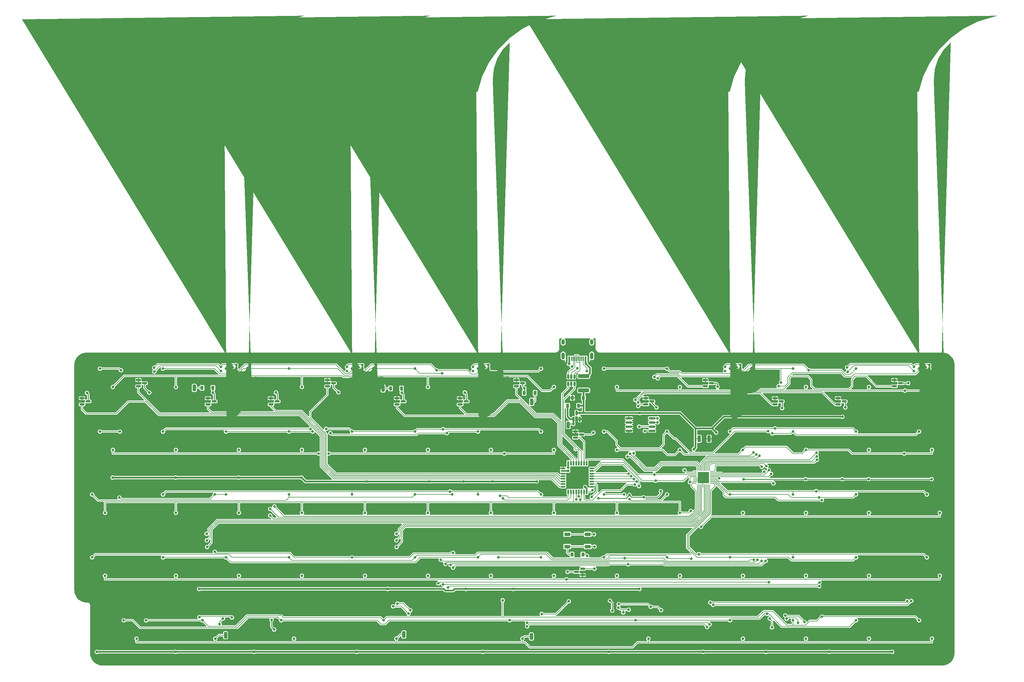
<source format=gbr>
%TF.GenerationSoftware,KiCad,Pcbnew,(6.0.0)*%
%TF.CreationDate,2022-03-05T10:25:11+10:00*%
%TF.ProjectId,Ortho66_Optical,4f727468-6f36-4365-9f4f-70746963616c,rev?*%
%TF.SameCoordinates,Original*%
%TF.FileFunction,Copper,L2,Bot*%
%TF.FilePolarity,Positive*%
%FSLAX46Y46*%
G04 Gerber Fmt 4.6, Leading zero omitted, Abs format (unit mm)*
G04 Created by KiCad (PCBNEW (6.0.0)) date 2022-03-05 10:25:11*
%MOMM*%
%LPD*%
G01*
G04 APERTURE LIST*
G04 Aperture macros list*
%AMRoundRect*
0 Rectangle with rounded corners*
0 $1 Rounding radius*
0 $2 $3 $4 $5 $6 $7 $8 $9 X,Y pos of 4 corners*
0 Add a 4 corners polygon primitive as box body*
4,1,4,$2,$3,$4,$5,$6,$7,$8,$9,$2,$3,0*
0 Add four circle primitives for the rounded corners*
1,1,$1+$1,$2,$3*
1,1,$1+$1,$4,$5*
1,1,$1+$1,$6,$7*
1,1,$1+$1,$8,$9*
0 Add four rect primitives between the rounded corners*
20,1,$1+$1,$2,$3,$4,$5,0*
20,1,$1+$1,$4,$5,$6,$7,0*
20,1,$1+$1,$6,$7,$8,$9,0*
20,1,$1+$1,$8,$9,$2,$3,0*%
%AMFreePoly0*
4,1,86,4.154675,0.781199,4.191264,0.731390,4.191588,0.669587,4.155524,0.619397,4.096846,0.599991,4.088144,0.602768,3.962991,0.588048,3.835980,0.543017,3.722121,0.470937,3.627084,0.375399,3.555603,0.261162,3.511240,0.133917,3.497178,0.008685,3.500000,0.000000,3.482745,-0.175389,3.431641,-0.344053,3.348649,-0.499524,3.236950,-0.635841,3.100828,-0.747777,2.945501,-0.831040,
2.776927,-0.882438,2.601568,-0.899999,2.600783,-0.899746,2.600000,-0.900000,1.400000,-0.900000,1.288740,-0.887464,1.183059,-0.850485,1.088256,-0.790917,1.009085,-0.711746,0.949516,-0.616944,0.912536,-0.511262,0.900000,-0.400002,0.900001,-0.400000,0.900000,-0.399998,0.902514,-0.392259,0.888874,-0.306138,0.845731,-0.221465,0.778534,-0.154269,0.693861,-0.111126,0.607739,-0.097486,
0.600000,-0.100000,-0.500000,-0.100000,-0.558779,-0.080902,-0.595106,-0.030902,-0.595106,0.030902,-0.558779,0.080902,-0.500000,0.100000,0.600000,0.100000,0.711260,0.087464,0.816941,0.050485,0.911744,-0.009083,0.990915,-0.088254,1.050484,-0.183056,1.087464,-0.288738,1.100000,-0.399998,1.099999,-0.400000,1.100000,-0.400002,1.097486,-0.407741,1.111126,-0.493862,1.154269,-0.578535,
1.221466,-0.645731,1.306139,-0.688874,1.392261,-0.702514,1.400000,-0.700000,2.600000,-0.700000,2.600610,-0.700198,2.601220,-0.699999,2.609226,-0.702585,2.738276,-0.689661,2.870023,-0.649492,2.991417,-0.584419,3.097803,-0.496936,3.185100,-0.390398,3.249962,-0.268891,3.289901,-0.137074,3.302600,-0.008002,3.300000,-0.000001,3.315268,0.155556,3.360493,0.305176,3.433947,0.443146,
3.532828,0.564199,3.653360,0.663714,3.790942,0.737893,3.940321,0.783904,4.095796,0.799989,4.154675,0.781199,4.154675,0.781199,$1*%
%AMFreePoly1*
4,1,43,4.180902,0.858779,4.200000,0.800000,4.182745,0.624611,4.131641,0.455947,4.048649,0.300476,3.936950,0.164159,3.800828,0.052223,3.645501,-0.031040,3.476927,-0.082438,3.301568,-0.099999,3.300783,-0.099746,3.300000,-0.100000,-0.500000,-0.100000,-0.558779,-0.080902,-0.595106,-0.030902,-0.595106,0.030902,-0.558779,0.080902,-0.500000,0.100000,-0.300000,0.100000,-0.300000,0.200000,
-0.280902,0.258779,-0.230902,0.295106,-0.169098,0.295106,-0.119098,0.258779,-0.100000,0.200000,-0.100000,0.100000,3.300000,0.100000,3.300610,0.099802,3.301220,0.100001,3.309226,0.097415,3.438276,0.110339,3.570023,0.150508,3.691417,0.215581,3.797803,0.303064,3.885100,0.409602,3.949962,0.531109,3.989901,0.662926,4.002600,0.791999,4.000000,0.800000,4.019098,0.858779,
4.069098,0.895106,4.130902,0.895106,4.180902,0.858779,4.180902,0.858779,$1*%
G04 Aperture macros list end*
%TA.AperFunction,ComponentPad*%
%ADD10C,0.800000*%
%TD*%
%TA.AperFunction,SMDPad,CuDef*%
%ADD11FreePoly0,180.000000*%
%TD*%
%TA.AperFunction,SMDPad,CuDef*%
%ADD12FreePoly1,180.000000*%
%TD*%
%TA.AperFunction,ComponentPad*%
%ADD13O,5.700000X1.700000*%
%TD*%
%TA.AperFunction,ComponentPad*%
%ADD14C,3.500000*%
%TD*%
%TA.AperFunction,ComponentPad*%
%ADD15C,6.600000*%
%TD*%
%TA.AperFunction,SMDPad,CuDef*%
%ADD16RoundRect,0.150000X-0.587500X-0.150000X0.587500X-0.150000X0.587500X0.150000X-0.587500X0.150000X0*%
%TD*%
%TA.AperFunction,SMDPad,CuDef*%
%ADD17RoundRect,0.250000X0.250000X0.750000X-0.250000X0.750000X-0.250000X-0.750000X0.250000X-0.750000X0*%
%TD*%
%TA.AperFunction,SMDPad,CuDef*%
%ADD18R,1.800000X1.100000*%
%TD*%
%TA.AperFunction,SMDPad,CuDef*%
%ADD19R,0.900000X1.200000*%
%TD*%
%TA.AperFunction,SMDPad,CuDef*%
%ADD20RoundRect,0.150000X-0.850000X-0.150000X0.850000X-0.150000X0.850000X0.150000X-0.850000X0.150000X0*%
%TD*%
%TA.AperFunction,SMDPad,CuDef*%
%ADD21RoundRect,0.044000X0.456000X0.056000X-0.456000X0.056000X-0.456000X-0.056000X0.456000X-0.056000X0*%
%TD*%
%TA.AperFunction,SMDPad,CuDef*%
%ADD22RoundRect,0.044000X0.056000X0.456000X-0.056000X0.456000X-0.056000X-0.456000X0.056000X-0.456000X0*%
%TD*%
%TA.AperFunction,ComponentPad*%
%ADD23C,0.600000*%
%TD*%
%TA.AperFunction,SMDPad,CuDef*%
%ADD24R,3.400000X3.400000*%
%TD*%
%TA.AperFunction,SMDPad,CuDef*%
%ADD25RoundRect,0.150000X0.587500X0.150000X-0.587500X0.150000X-0.587500X-0.150000X0.587500X-0.150000X0*%
%TD*%
%TA.AperFunction,ComponentPad*%
%ADD26O,1.000000X2.100000*%
%TD*%
%TA.AperFunction,ComponentPad*%
%ADD27O,1.000000X1.600000*%
%TD*%
%TA.AperFunction,ComponentPad*%
%ADD28C,0.700000*%
%TD*%
%TA.AperFunction,SMDPad,CuDef*%
%ADD29R,0.600000X1.450000*%
%TD*%
%TA.AperFunction,SMDPad,CuDef*%
%ADD30R,0.300000X1.450000*%
%TD*%
%TA.AperFunction,SMDPad,CuDef*%
%ADD31RoundRect,0.150000X0.150000X-0.512500X0.150000X0.512500X-0.150000X0.512500X-0.150000X-0.512500X0*%
%TD*%
%TA.AperFunction,SMDPad,CuDef*%
%ADD32RoundRect,0.250000X-1.450000X0.312500X-1.450000X-0.312500X1.450000X-0.312500X1.450000X0.312500X0*%
%TD*%
%TA.AperFunction,SMDPad,CuDef*%
%ADD33RoundRect,0.150000X0.150000X-0.587500X0.150000X0.587500X-0.150000X0.587500X-0.150000X-0.587500X0*%
%TD*%
%TA.AperFunction,SMDPad,CuDef*%
%ADD34RoundRect,0.125000X0.125000X-0.550000X0.125000X0.550000X-0.125000X0.550000X-0.125000X-0.550000X0*%
%TD*%
%TA.AperFunction,SMDPad,CuDef*%
%ADD35RoundRect,0.125000X0.550000X-0.125000X0.550000X0.125000X-0.550000X0.125000X-0.550000X-0.125000X0*%
%TD*%
%TA.AperFunction,SMDPad,CuDef*%
%ADD36RoundRect,0.250000X-0.250000X-0.750000X0.250000X-0.750000X0.250000X0.750000X-0.250000X0.750000X0*%
%TD*%
%TA.AperFunction,ViaPad*%
%ADD37C,0.800000*%
%TD*%
%TA.AperFunction,Conductor*%
%ADD38C,0.250000*%
%TD*%
%TA.AperFunction,Conductor*%
%ADD39C,0.200000*%
%TD*%
%TA.AperFunction,Conductor*%
%ADD40C,0.500000*%
%TD*%
G04 APERTURE END LIST*
D10*
%TO.P,RGB29,2,A*%
%TO.N,SRC10*%
X96118750Y-133700000D03*
%TD*%
%TO.P,RGB5,1,RK*%
%TO.N,Net-(R12-Pad2)*%
X173200000Y-96300000D03*
X177800000Y-95600000D03*
D11*
X177300000Y-95600000D03*
D10*
%TO.P,RGB5,2,A*%
%TO.N,SRC2*%
X174700000Y-95600000D03*
D12*
%TO.P,RGB5,4,GK*%
%TO.N,Net-(R11-Pad2)*%
X177300000Y-94300000D03*
D10*
X173200000Y-95100000D03*
X177800000Y-94500000D03*
%TD*%
D13*
%TO.P,SW37,0,Gnd*%
%TO.N,GND*%
X252400000Y-145100000D03*
X252400000Y-131100000D03*
D14*
X252400000Y-138100000D03*
%TD*%
D10*
%TO.P,RGB51,2,A*%
%TO.N,SRC11*%
X250900000Y-152750000D03*
%TD*%
D13*
%TO.P,SW50,0,Gnd*%
%TO.N,GND*%
X233350000Y-150150000D03*
D14*
X233350000Y-157150000D03*
D13*
X233350000Y-164150000D03*
%TD*%
D10*
%TO.P,PT21,2,C*%
%TO.N,Row2*%
X216700000Y-120200000D03*
%TD*%
%TO.P,PT9,2,C*%
%TO.N,Row1*%
X254800000Y-101150000D03*
%TD*%
%TO.P,RGB49,2,A*%
%TO.N,SRC9*%
X212800000Y-152750000D03*
%TD*%
%TO.P,RGB39,2,A*%
%TO.N,SRC5*%
X289000000Y-133700000D03*
%TD*%
%TO.P,RGB17,2,A*%
%TO.N,SRC6*%
X136600000Y-114650000D03*
%TD*%
D14*
%TO.P,SW14,0,Gnd*%
%TO.N,GND*%
X347650000Y-100000000D03*
D13*
X347650000Y-93000000D03*
X347650000Y-107000000D03*
%TD*%
%TO.P,SW8,0,Gnd*%
%TO.N,GND*%
X233350000Y-93000000D03*
D14*
X233350000Y-100000000D03*
D13*
X233350000Y-107000000D03*
%TD*%
%TO.P,SW21,0,Gnd*%
%TO.N,GND*%
X214300000Y-126050000D03*
X214300000Y-112050000D03*
D14*
X214300000Y-119050000D03*
%TD*%
D10*
%TO.P,PT44,2,C*%
%TO.N,Row4*%
X121450000Y-158300000D03*
%TD*%
%TO.P,PT4,2,C*%
%TO.N,Row1*%
X159550000Y-101150000D03*
%TD*%
%TO.P,PT41,2,C*%
%TO.N,Row3*%
X331000000Y-139250000D03*
%TD*%
%TO.P,PT24,2,C*%
%TO.N,Row2*%
X273850000Y-120200000D03*
%TD*%
%TO.P,PT25,2,C*%
%TO.N,Row2*%
X292900000Y-120200000D03*
%TD*%
%TO.P,PT2,2,C*%
%TO.N,Row1*%
X121450000Y-101150000D03*
%TD*%
%TO.P,PT17,2,C*%
%TO.N,Row2*%
X140500000Y-120200000D03*
%TD*%
D15*
%TO.P,H8,0,1*%
%TO.N,GND*%
X223825000Y-147625000D03*
%TD*%
D14*
%TO.P,SW44,0,Gnd*%
%TO.N,GND*%
X119050000Y-157150000D03*
D13*
X119050000Y-150150000D03*
X119050000Y-164150000D03*
%TD*%
D10*
%TO.P,PT10,2,C*%
%TO.N,Row1*%
X273850000Y-101150000D03*
%TD*%
%TO.P,PT18,2,C*%
%TO.N,Row2*%
X159550000Y-120200000D03*
%TD*%
D15*
%TO.P,H5,0,1*%
%TO.N,GND*%
X338125000Y-109525000D03*
%TD*%
D10*
%TO.P,RGB57,2,A*%
%TO.N,SRC1*%
X105643750Y-171800000D03*
%TD*%
%TO.P,RGB4,2,A*%
%TO.N,SRC8*%
X155650000Y-95600000D03*
%TD*%
D13*
%TO.P,SW6,0,Gnd*%
%TO.N,GND*%
X195250000Y-93000000D03*
D14*
X195250000Y-100000000D03*
D13*
X195250000Y-107000000D03*
%TD*%
D10*
%TO.P,PT53,2,C*%
%TO.N,Row4*%
X292900000Y-158300000D03*
%TD*%
D15*
%TO.P,H10,0,1*%
%TO.N,GND*%
X338125000Y-147625000D03*
%TD*%
D14*
%TO.P,SW34,0,Gnd*%
%TO.N,GND*%
X195250000Y-138100000D03*
D13*
X195250000Y-131100000D03*
X195250000Y-145100000D03*
%TD*%
D10*
%TO.P,PT29,2,C*%
%TO.N,Row3*%
X100018750Y-139250000D03*
%TD*%
D14*
%TO.P,SW7,0,Gnd*%
%TO.N,GND*%
X214300000Y-100000000D03*
D13*
X214300000Y-93000000D03*
X214300000Y-107000000D03*
%TD*%
D10*
%TO.P,RGB1,2,A*%
%TO.N,SRC4*%
X98500000Y-95600000D03*
%TD*%
D14*
%TO.P,SW54,0,Gnd*%
%TO.N,GND*%
X309550000Y-157150000D03*
D13*
X309550000Y-150150000D03*
X309550000Y-164150000D03*
%TD*%
%TO.P,SW56,0,Gnd*%
%TO.N,GND*%
X350031250Y-164150000D03*
X350031250Y-150150000D03*
D14*
X350031250Y-157150000D03*
%TD*%
%TO.P,SW13,0,Gnd*%
%TO.N,GND*%
X328600000Y-100000000D03*
D13*
X328600000Y-107000000D03*
X328600000Y-93000000D03*
%TD*%
D14*
%TO.P,SW27,0,Gnd*%
%TO.N,GND*%
X328600000Y-119050000D03*
D13*
X328600000Y-126050000D03*
X328600000Y-112050000D03*
%TD*%
D14*
%TO.P,SW47,0,Gnd*%
%TO.N,GND*%
X176200000Y-157150000D03*
D13*
X176200000Y-150150000D03*
X176200000Y-164150000D03*
%TD*%
%TO.P,SW53,0,Gnd*%
%TO.N,GND*%
X290500000Y-164150000D03*
X290500000Y-150150000D03*
D14*
X290500000Y-157150000D03*
%TD*%
D10*
%TO.P,RGB14,1,RK*%
%TO.N,Net-(R4-Pad2)*%
X349250000Y-95600000D03*
D11*
X348750000Y-95600000D03*
D10*
X344650000Y-96300000D03*
%TO.P,RGB14,2,A*%
%TO.N,SRC10*%
X346150000Y-95600000D03*
%TO.P,RGB14,4,GK*%
%TO.N,Net-(R5-Pad2)*%
X349250000Y-94500000D03*
X344650000Y-95100000D03*
D12*
X348750000Y-94300000D03*
%TD*%
D13*
%TO.P,SW42,0,Gnd*%
%TO.N,GND*%
X350031250Y-145100000D03*
D14*
X350031250Y-138100000D03*
D13*
X350031250Y-131100000D03*
%TD*%
%TO.P,SW35,0,Gnd*%
%TO.N,GND*%
X214300000Y-145100000D03*
D14*
X214300000Y-138100000D03*
D13*
X214300000Y-131100000D03*
%TD*%
D15*
%TO.P,H6,0,1*%
%TO.N,GND*%
X109525000Y-147625000D03*
%TD*%
D14*
%TO.P,SW65,0,Gnd*%
%TO.N,GND*%
X328600000Y-176200000D03*
D13*
X328600000Y-183200000D03*
X328600000Y-169200000D03*
%TD*%
D10*
%TO.P,PT55,2,C*%
%TO.N,Row4*%
X331000000Y-158300000D03*
%TD*%
%TO.P,RGB65,2,A*%
%TO.N,SRC1*%
X327100000Y-171800000D03*
%TD*%
%TO.P,PT43,2,C*%
%TO.N,Row4*%
X100018750Y-158300000D03*
%TD*%
%TO.P,RGB32,2,A*%
%TO.N,SRC10*%
X155650000Y-133700000D03*
%TD*%
D14*
%TO.P,SW39,0,Gnd*%
%TO.N,GND*%
X290500000Y-138100000D03*
D13*
X290500000Y-131100000D03*
X290500000Y-145100000D03*
%TD*%
D10*
%TO.P,RGB26,2,A*%
%TO.N,SRC4*%
X308050000Y-114650000D03*
%TD*%
%TO.P,PT27,2,C*%
%TO.N,Row2*%
X331000000Y-120200000D03*
%TD*%
D14*
%TO.P,SW43,0,Gnd*%
%TO.N,GND*%
X97618750Y-157150000D03*
D13*
X97618750Y-150150000D03*
X97618750Y-164150000D03*
%TD*%
D10*
%TO.P,RGB34,2,A*%
%TO.N,SRC10*%
X193750000Y-133700000D03*
%TD*%
%TO.P,RGB53,2,A*%
%TO.N,SRC11*%
X289000000Y-152750000D03*
%TD*%
%TO.P,PT32,2,C*%
%TO.N,Row3*%
X159550000Y-139250000D03*
%TD*%
D13*
%TO.P,SW23,0,Gnd*%
%TO.N,GND*%
X252400000Y-112050000D03*
X252400000Y-126050000D03*
D14*
X252400000Y-119050000D03*
%TD*%
D10*
%TO.P,PT33,2,C*%
%TO.N,Row3*%
X178600000Y-139250000D03*
%TD*%
D14*
%TO.P,SW62,0,Gnd*%
%TO.N,GND*%
X261925000Y-176200000D03*
D13*
X261925000Y-169200000D03*
X261925000Y-183200000D03*
%TD*%
%TO.P,SW5,0,Gnd*%
%TO.N,GND*%
X176200000Y-93000000D03*
X176200000Y-107000000D03*
D14*
X176200000Y-100000000D03*
%TD*%
D10*
%TO.P,PT13,2,C*%
%TO.N,Row1*%
X331000000Y-101150000D03*
%TD*%
%TO.P,RGB43,2,A*%
%TO.N,SRC11*%
X96118750Y-152750000D03*
%TD*%
%TO.P,RGB46,2,A*%
%TO.N,SRC11*%
X155650000Y-152750000D03*
%TD*%
%TO.P,PT28,2,C*%
%TO.N,Row2*%
X350050000Y-120200000D03*
%TD*%
D14*
%TO.P,SW2,0,Gnd*%
%TO.N,GND*%
X119050000Y-100000000D03*
D13*
X119050000Y-107000000D03*
X119050000Y-93000000D03*
%TD*%
D10*
%TO.P,RGB10,2,A*%
%TO.N,SRC6*%
X269950000Y-95600000D03*
%TD*%
D13*
%TO.P,SW61,0,Gnd*%
%TO.N,GND*%
X223825000Y-169200000D03*
X223825000Y-183200000D03*
D14*
X223825000Y-176200000D03*
%TD*%
D10*
%TO.P,RGB16,2,A*%
%TO.N,SRC5*%
X117550000Y-114650000D03*
%TD*%
%TO.P,PT54,2,C*%
%TO.N,Row4*%
X311950000Y-158300000D03*
%TD*%
D14*
%TO.P,SW51,0,Gnd*%
%TO.N,GND*%
X252400000Y-157150000D03*
D13*
X252400000Y-164150000D03*
X252400000Y-150150000D03*
%TD*%
D10*
%TO.P,PT15,2,C*%
%TO.N,Row2*%
X102400000Y-120200000D03*
%TD*%
%TO.P,RGB42,2,A*%
%TO.N,SRC3*%
X348531250Y-133700000D03*
%TD*%
D13*
%TO.P,SW26,0,Gnd*%
%TO.N,GND*%
X309550000Y-126050000D03*
X309550000Y-112050000D03*
D14*
X309550000Y-119050000D03*
%TD*%
D10*
%TO.P,RGB40,2,A*%
%TO.N,SRC3*%
X308050000Y-133700000D03*
%TD*%
%TO.P,RGB47,2,A*%
%TO.N,SRC4*%
X174700000Y-152750000D03*
%TD*%
%TO.P,PT49,2,C*%
%TO.N,Row4*%
X216700000Y-158300000D03*
%TD*%
%TO.P,RGB9,2,A*%
%TO.N,SRC6*%
X250900000Y-95600000D03*
%TD*%
%TO.P,RGB2,2,A*%
%TO.N,SRC8*%
X117550000Y-95600000D03*
%TD*%
%TO.P,PT31,2,C*%
%TO.N,Row3*%
X140500000Y-139250000D03*
%TD*%
D14*
%TO.P,SW25,0,Gnd*%
%TO.N,GND*%
X290500000Y-119050000D03*
D13*
X290500000Y-126050000D03*
X290500000Y-112050000D03*
%TD*%
D14*
%TO.P,SW63,0,Gnd*%
%TO.N,GND*%
X290500000Y-176200000D03*
D13*
X290500000Y-183200000D03*
X290500000Y-169200000D03*
%TD*%
D10*
%TO.P,RGB35,2,A*%
%TO.N,SRC3*%
X212800000Y-133700000D03*
%TD*%
%TO.P,PT39,2,C*%
%TO.N,Row3*%
X292900000Y-139250000D03*
%TD*%
D13*
%TO.P,SW16,0,Gnd*%
%TO.N,GND*%
X119050000Y-112050000D03*
D14*
X119050000Y-119050000D03*
D13*
X119050000Y-126050000D03*
%TD*%
D10*
%TO.P,PT61,2,C*%
%TO.N,Row5*%
X226225000Y-177350000D03*
%TD*%
%TO.P,RGB52,2,A*%
%TO.N,SRC9*%
X269950000Y-152750000D03*
%TD*%
D13*
%TO.P,SW30,0,Gnd*%
%TO.N,GND*%
X119050000Y-131100000D03*
X119050000Y-145100000D03*
D14*
X119050000Y-138100000D03*
%TD*%
D13*
%TO.P,SW46,0,Gnd*%
%TO.N,GND*%
X157150000Y-150150000D03*
D14*
X157150000Y-157150000D03*
D13*
X157150000Y-164150000D03*
%TD*%
D10*
%TO.P,PT40,2,C*%
%TO.N,Row3*%
X311950000Y-139250000D03*
%TD*%
%TO.P,RGB6,2,A*%
%TO.N,SRC8*%
X193750000Y-95600000D03*
%TD*%
%TO.P,RGB31,2,A*%
%TO.N,SRC4*%
X136600000Y-133700000D03*
%TD*%
%TO.P,RGB13,2,A*%
%TO.N,SRC8*%
X327100000Y-95600000D03*
%TD*%
%TO.P,RGB56,2,A*%
%TO.N,SRC9*%
X348531250Y-152750000D03*
%TD*%
D13*
%TO.P,SW22,0,Gnd*%
%TO.N,GND*%
X233350000Y-126050000D03*
X233350000Y-112050000D03*
D14*
X233350000Y-119050000D03*
%TD*%
D10*
%TO.P,PT48,2,C*%
%TO.N,Row4*%
X197650000Y-158300000D03*
%TD*%
%TO.P,PT56,2,C*%
%TO.N,Row4*%
X352431250Y-158300000D03*
%TD*%
%TO.P,RGB66,2,A*%
%TO.N,SRC7*%
X346150000Y-171800000D03*
%TD*%
%TO.P,PT50,2,C*%
%TO.N,Row4*%
X235750000Y-158300000D03*
%TD*%
D15*
%TO.P,H9,0,1*%
%TO.N,GND*%
X280975000Y-147625000D03*
%TD*%
D14*
%TO.P,SW41,0,Gnd*%
%TO.N,GND*%
X328600000Y-138100000D03*
D13*
X328600000Y-145100000D03*
X328600000Y-131100000D03*
%TD*%
D11*
%TO.P,RGB3,1,RK*%
%TO.N,Net-(R13-Pad2)*%
X139200000Y-95600000D03*
D10*
X139700000Y-95600000D03*
X135100000Y-96300000D03*
%TO.P,RGB3,2,A*%
%TO.N,SRC2*%
X136600000Y-95600000D03*
%TO.P,RGB3,4,GK*%
%TO.N,Net-(R14-Pad2)*%
X135100000Y-95100000D03*
X139700000Y-94500000D03*
D12*
X139200000Y-94300000D03*
%TD*%
D15*
%TO.P,H3,0,1*%
%TO.N,GND*%
X223825000Y-109525000D03*
%TD*%
D10*
%TO.P,RGB15,2,A*%
%TO.N,SRC7*%
X98500000Y-114650000D03*
%TD*%
%TO.P,PT45,2,C*%
%TO.N,Row4*%
X140500000Y-158300000D03*
%TD*%
%TO.P,RGB30,2,A*%
%TO.N,SRC3*%
X117550000Y-133700000D03*
%TD*%
D13*
%TO.P,SW15,0,Gnd*%
%TO.N,GND*%
X100000000Y-126050000D03*
D14*
X100000000Y-119050000D03*
D13*
X100000000Y-112050000D03*
%TD*%
D10*
%TO.P,RGB12,2,A*%
%TO.N,SRC6*%
X308050000Y-95600000D03*
%TD*%
%TO.P,PT6,2,C*%
%TO.N,Row1*%
X197650000Y-101150000D03*
%TD*%
D13*
%TO.P,SW20,0,Gnd*%
%TO.N,GND*%
X195250000Y-112050000D03*
X195250000Y-126050000D03*
D14*
X195250000Y-119050000D03*
%TD*%
D10*
%TO.P,PT57,2,C*%
%TO.N,Row5*%
X109543750Y-177350000D03*
%TD*%
%TO.P,PT1,2,C*%
%TO.N,Row1*%
X102400000Y-101150000D03*
%TD*%
D13*
%TO.P,SW24,0,Gnd*%
%TO.N,GND*%
X271450000Y-112050000D03*
X271450000Y-126050000D03*
D14*
X271450000Y-119050000D03*
%TD*%
D13*
%TO.P,SW19,0,Gnd*%
%TO.N,GND*%
X176200000Y-126050000D03*
X176200000Y-112050000D03*
D14*
X176200000Y-119050000D03*
%TD*%
D13*
%TO.P,SW60,0,Gnd*%
%TO.N,GND*%
X185725000Y-169200000D03*
X185725000Y-183200000D03*
D14*
X185725000Y-176200000D03*
%TD*%
D10*
%TO.P,RGB58,2,A*%
%TO.N,SRC7*%
X129456250Y-171800000D03*
%TD*%
%TO.P,PT34,2,C*%
%TO.N,Row3*%
X197650000Y-139250000D03*
%TD*%
%TO.P,RGB23,2,A*%
%TO.N,SRC10*%
X250900000Y-114650000D03*
%TD*%
%TO.P,PT52,2,C*%
%TO.N,Row4*%
X273850000Y-158300000D03*
%TD*%
%TO.P,PT47,2,C*%
%TO.N,Row4*%
X178600000Y-158300000D03*
%TD*%
%TO.P,PT30,2,C*%
%TO.N,Row3*%
X121450000Y-139250000D03*
%TD*%
%TO.P,PT12,2,C*%
%TO.N,Row1*%
X311950000Y-101150000D03*
%TD*%
D15*
%TO.P,H7,0,1*%
%TO.N,GND*%
X166675000Y-147625000D03*
%TD*%
D10*
%TO.P,PT5,2,C*%
%TO.N,Row1*%
X178600000Y-101150000D03*
%TD*%
D13*
%TO.P,SW49,0,Gnd*%
%TO.N,GND*%
X214300000Y-164150000D03*
X214300000Y-150150000D03*
D14*
X214300000Y-157150000D03*
%TD*%
D13*
%TO.P,SW59,0,Gnd*%
%TO.N,GND*%
X154768750Y-183200000D03*
X154768750Y-169200000D03*
D14*
X154768750Y-176200000D03*
%TD*%
D10*
%TO.P,PT66,2,C*%
%TO.N,Row5*%
X350050000Y-177350000D03*
%TD*%
D14*
%TO.P,SW66,0,Gnd*%
%TO.N,GND*%
X347650000Y-176200000D03*
D13*
X347650000Y-183200000D03*
X347650000Y-169200000D03*
%TD*%
%TO.P,SW55,0,Gnd*%
%TO.N,GND*%
X328600000Y-150150000D03*
D14*
X328600000Y-157150000D03*
D13*
X328600000Y-164150000D03*
%TD*%
D10*
%TO.P,PT58,2,C*%
%TO.N,Row5*%
X133356250Y-177350000D03*
%TD*%
%TO.P,RGB54,2,A*%
%TO.N,SRC9*%
X308050000Y-152750000D03*
%TD*%
%TO.P,PT14,2,C*%
%TO.N,Row1*%
X350050000Y-101150000D03*
%TD*%
%TO.P,PT22,2,C*%
%TO.N,Row2*%
X235750000Y-120200000D03*
%TD*%
%TO.P,PT64,2,C*%
%TO.N,Row5*%
X311950000Y-177350000D03*
%TD*%
D11*
%TO.P,RGB7,1,RK*%
%TO.N,Net-(R18-Pad2)*%
X215400000Y-95600000D03*
D10*
X211300000Y-96300000D03*
X215900000Y-95600000D03*
%TO.P,RGB7,2,A*%
%TO.N,SRC2*%
X212800000Y-95600000D03*
%TO.P,RGB7,4,GK*%
%TO.N,Net-(R17-Pad2)*%
X215900000Y-94500000D03*
X211300000Y-95100000D03*
D12*
X215400000Y-94300000D03*
%TD*%
D13*
%TO.P,SW28,0,Gnd*%
%TO.N,GND*%
X347650000Y-126050000D03*
D14*
X347650000Y-119050000D03*
D13*
X347650000Y-112050000D03*
%TD*%
D15*
%TO.P,H1,0,1*%
%TO.N,GND*%
X109525000Y-109525000D03*
%TD*%
D13*
%TO.P,SW1,0,Gnd*%
%TO.N,GND*%
X100000000Y-107000000D03*
D14*
X100000000Y-100000000D03*
D13*
X100000000Y-93000000D03*
%TD*%
D10*
%TO.P,PT63,2,C*%
%TO.N,Row5*%
X292900000Y-177350000D03*
%TD*%
D13*
%TO.P,SW17,0,Gnd*%
%TO.N,GND*%
X138100000Y-126050000D03*
X138100000Y-112050000D03*
D14*
X138100000Y-119050000D03*
%TD*%
D10*
%TO.P,RGB36,2,A*%
%TO.N,SRC3*%
X231850000Y-133700000D03*
%TD*%
%TO.P,RGB61,2,A*%
%TO.N,SRC1*%
X222325000Y-171800000D03*
%TD*%
%TO.P,PT42,2,C*%
%TO.N,Row3*%
X352431250Y-139250000D03*
%TD*%
%TO.P,RGB45,2,A*%
%TO.N,SRC9*%
X136600000Y-152750000D03*
%TD*%
%TO.P,RGB28,2,A*%
%TO.N,SRC4*%
X346150000Y-114650000D03*
%TD*%
D14*
%TO.P,SW38,0,Gnd*%
%TO.N,GND*%
X271450000Y-138100000D03*
D13*
X271450000Y-131100000D03*
X271450000Y-145100000D03*
%TD*%
%TO.P,SW9,0,Gnd*%
%TO.N,GND*%
X252400000Y-93000000D03*
D14*
X252400000Y-100000000D03*
D13*
X252400000Y-107000000D03*
%TD*%
%TO.P,SW4,0,Gnd*%
%TO.N,GND*%
X157150000Y-93000000D03*
D14*
X157150000Y-100000000D03*
D13*
X157150000Y-107000000D03*
%TD*%
D10*
%TO.P,PT3,2,C*%
%TO.N,Row1*%
X140500000Y-101150000D03*
%TD*%
D14*
%TO.P,SW52,0,Gnd*%
%TO.N,GND*%
X271450000Y-157150000D03*
D13*
X271450000Y-150150000D03*
X271450000Y-164150000D03*
%TD*%
%TO.P,SW18,0,Gnd*%
%TO.N,GND*%
X157150000Y-112050000D03*
D14*
X157150000Y-119050000D03*
D13*
X157150000Y-126050000D03*
%TD*%
D10*
%TO.P,PT35,2,C*%
%TO.N,Row3*%
X216700000Y-139250000D03*
%TD*%
%TO.P,RGB38,2,A*%
%TO.N,SRC4*%
X269950000Y-133700000D03*
%TD*%
D14*
%TO.P,SW11,0,Gnd*%
%TO.N,GND*%
X290500000Y-100000000D03*
D13*
X290500000Y-93000000D03*
X290500000Y-107000000D03*
%TD*%
D10*
%TO.P,RGB20,2,A*%
%TO.N,SRC5*%
X193750000Y-114650000D03*
%TD*%
D14*
%TO.P,SW12,0,Gnd*%
%TO.N,GND*%
X309550000Y-100000000D03*
D13*
X309550000Y-107000000D03*
X309550000Y-93000000D03*
%TD*%
D10*
%TO.P,PT7,2,C*%
%TO.N,Row1*%
X216700000Y-101150000D03*
%TD*%
%TO.P,PT46,2,C*%
%TO.N,Row4*%
X159550000Y-158300000D03*
%TD*%
D15*
%TO.P,H4,0,1*%
%TO.N,GND*%
X280975000Y-109525000D03*
%TD*%
D10*
%TO.P,PT11,2,C*%
%TO.N,Row1*%
X292900000Y-101150000D03*
%TD*%
%TO.P,RGB19,2,A*%
%TO.N,SRC5*%
X174700000Y-114650000D03*
%TD*%
%TO.P,RGB50,2,A*%
%TO.N,SRC7*%
X231850000Y-152750000D03*
%TD*%
D13*
%TO.P,SW33,0,Gnd*%
%TO.N,GND*%
X176200000Y-131100000D03*
X176200000Y-145100000D03*
D14*
X176200000Y-138100000D03*
%TD*%
%TO.P,SW36,0,Gnd*%
%TO.N,GND*%
X233350000Y-138100000D03*
D13*
X233350000Y-145100000D03*
X233350000Y-131100000D03*
%TD*%
D10*
%TO.P,RGB11,1,RK*%
%TO.N,Net-(R3-Pad2)*%
X287500000Y-96300000D03*
X292100000Y-95600000D03*
D11*
X291600000Y-95600000D03*
D10*
%TO.P,RGB11,2,A*%
%TO.N,SRC8*%
X289000000Y-95600000D03*
%TO.P,RGB11,4,GK*%
%TO.N,Net-(R2-Pad2)*%
X292100000Y-94500000D03*
X287500000Y-95100000D03*
D12*
X291600000Y-94300000D03*
%TD*%
D10*
%TO.P,RGB24,2,A*%
%TO.N,SRC10*%
X269950000Y-114650000D03*
%TD*%
%TO.P,RGB21,2,A*%
%TO.N,SRC6*%
X212800000Y-114650000D03*
%TD*%
%TO.P,RGB44,2,A*%
%TO.N,SRC9*%
X117550000Y-152750000D03*
%TD*%
D13*
%TO.P,SW48,0,Gnd*%
%TO.N,GND*%
X195250000Y-150150000D03*
D14*
X195250000Y-157150000D03*
D13*
X195250000Y-164150000D03*
%TD*%
D10*
%TO.P,PT26,2,C*%
%TO.N,Row2*%
X311950000Y-120200000D03*
%TD*%
%TO.P,PT38,2,C*%
%TO.N,Row3*%
X273850000Y-139250000D03*
%TD*%
%TO.P,RGB8,2,A*%
%TO.N,SRC2*%
X231850000Y-95600000D03*
%TD*%
D15*
%TO.P,H2,0,1*%
%TO.N,GND*%
X166675000Y-109525000D03*
%TD*%
D10*
%TO.P,PT37,2,C*%
%TO.N,Row3*%
X254800000Y-139250000D03*
%TD*%
%TO.P,PT65,2,C*%
%TO.N,Row5*%
X331000000Y-177350000D03*
%TD*%
%TO.P,PT62,2,C*%
%TO.N,Row5*%
X264325000Y-177350000D03*
%TD*%
%TO.P,RGB59,2,A*%
%TO.N,SRC1*%
X153268750Y-171800000D03*
%TD*%
%TO.P,RGB63,2,A*%
%TO.N,SRC1*%
X289000000Y-171800000D03*
%TD*%
D14*
%TO.P,SW57,0,Gnd*%
%TO.N,GND*%
X107143750Y-176200000D03*
D13*
X107143750Y-183200000D03*
X107143750Y-169200000D03*
%TD*%
D10*
%TO.P,PT23,2,C*%
%TO.N,Row2*%
X254800000Y-120200000D03*
%TD*%
%TO.P,PT20,2,C*%
%TO.N,Row2*%
X197650000Y-120200000D03*
%TD*%
%TO.P,RGB55,2,A*%
%TO.N,SRC11*%
X327100000Y-152750000D03*
%TD*%
D14*
%TO.P,SW45,0,Gnd*%
%TO.N,GND*%
X138100000Y-157150000D03*
D13*
X138100000Y-164150000D03*
X138100000Y-150150000D03*
%TD*%
%TO.P,SW10,0,Gnd*%
%TO.N,GND*%
X271450000Y-107000000D03*
D14*
X271450000Y-100000000D03*
D13*
X271450000Y-93000000D03*
%TD*%
D10*
%TO.P,RGB37,2,A*%
%TO.N,SRC8*%
X250900000Y-133700000D03*
%TD*%
%TO.P,PT8,2,C*%
%TO.N,Row1*%
X235750000Y-101150000D03*
%TD*%
%TO.P,RGB25,2,A*%
%TO.N,SRC2*%
X289000000Y-114650000D03*
%TD*%
%TO.P,RGB64,2,A*%
%TO.N,SRC7*%
X308050000Y-171800000D03*
%TD*%
%TO.P,RGB18,2,A*%
%TO.N,SRC6*%
X155650000Y-114650000D03*
%TD*%
D13*
%TO.P,SW40,0,Gnd*%
%TO.N,GND*%
X309550000Y-131100000D03*
D14*
X309550000Y-138100000D03*
D13*
X309550000Y-145100000D03*
%TD*%
D10*
%TO.P,RGB41,2,A*%
%TO.N,SRC5*%
X327100000Y-133700000D03*
%TD*%
%TO.P,PT19,2,C*%
%TO.N,Row2*%
X178600000Y-120200000D03*
%TD*%
%TO.P,RGB62,2,A*%
%TO.N,SRC1*%
X260425000Y-171800000D03*
%TD*%
%TO.P,PT59,2,C*%
%TO.N,Row5*%
X157168750Y-177350000D03*
%TD*%
D13*
%TO.P,SW64,0,Gnd*%
%TO.N,GND*%
X309550000Y-183200000D03*
D14*
X309550000Y-176200000D03*
D13*
X309550000Y-169200000D03*
%TD*%
%TO.P,SW32,0,Gnd*%
%TO.N,GND*%
X157150000Y-131100000D03*
D14*
X157150000Y-138100000D03*
D13*
X157150000Y-145100000D03*
%TD*%
D10*
%TO.P,RGB48,2,A*%
%TO.N,SRC11*%
X193750000Y-152750000D03*
%TD*%
%TO.P,RGB22,2,A*%
%TO.N,SRC5*%
X231850000Y-114650000D03*
%TD*%
D13*
%TO.P,SW3,0,Gnd*%
%TO.N,GND*%
X138100000Y-107000000D03*
D14*
X138100000Y-100000000D03*
D13*
X138100000Y-93000000D03*
%TD*%
D10*
%TO.P,PT36,2,C*%
%TO.N,Row3*%
X235750000Y-139250000D03*
%TD*%
%TO.P,RGB27,2,A*%
%TO.N,SRC2*%
X327100000Y-114650000D03*
%TD*%
D13*
%TO.P,SW58,0,Gnd*%
%TO.N,GND*%
X130956250Y-169200000D03*
D14*
X130956250Y-176200000D03*
D13*
X130956250Y-183200000D03*
%TD*%
D10*
%TO.P,RGB33,2,A*%
%TO.N,SRC3*%
X174700000Y-133700000D03*
%TD*%
%TO.P,PT60,2,C*%
%TO.N,Row5*%
X188125000Y-177350000D03*
%TD*%
%TO.P,PT51,2,C*%
%TO.N,Row4*%
X254800000Y-158300000D03*
%TD*%
D13*
%TO.P,SW31,0,Gnd*%
%TO.N,GND*%
X138100000Y-131100000D03*
D14*
X138100000Y-138100000D03*
D13*
X138100000Y-145100000D03*
%TD*%
D10*
%TO.P,PT16,2,C*%
%TO.N,Row2*%
X121450000Y-120200000D03*
%TD*%
D13*
%TO.P,SW29,0,Gnd*%
%TO.N,GND*%
X97618750Y-145100000D03*
X97618750Y-131100000D03*
D14*
X97618750Y-138100000D03*
%TD*%
D10*
%TO.P,RGB60,2,A*%
%TO.N,SRC7*%
X184225000Y-171800000D03*
%TD*%
D16*
%TO.P,Q6,1,G*%
%TO.N,Col6*%
X188312500Y-106450000D03*
%TO.P,Q6,2,S*%
%TO.N,GND*%
X188312500Y-104550000D03*
%TO.P,Q6,3,D*%
%TO.N,Col6_SW*%
X190187500Y-105500000D03*
%TD*%
D17*
%TO.P,Row5.6,1,1*%
%TO.N,Row5*%
X190380000Y-176110000D03*
%TD*%
D16*
%TO.P,Q11,1,G*%
%TO.N,Col11*%
X281562500Y-100950000D03*
%TO.P,Q11,2,S*%
%TO.N,GND*%
X281562500Y-99050000D03*
%TO.P,Q11,3,D*%
%TO.N,Net-(IR11-Pad2)*%
X283437500Y-100000000D03*
%TD*%
D17*
%TO.P,Col6,1,1*%
%TO.N,Net-(Col6-Pad1)*%
X184110000Y-101590000D03*
%TD*%
D16*
%TO.P,Q5,1,G*%
%TO.N,Col5*%
X167262500Y-100950000D03*
%TO.P,Q5,2,S*%
%TO.N,GND*%
X167262500Y-99050000D03*
%TO.P,Q5,3,D*%
%TO.N,Net-(IR33-Pad2)*%
X169137500Y-100000000D03*
%TD*%
D18*
%TO.P,RESET1,1,1*%
%TO.N,Net-(D3-Pad2)*%
X245975000Y-149475000D03*
X239775000Y-149475000D03*
%TO.P,RESET1,2,2*%
%TO.N,3.3V*%
X245975000Y-145775000D03*
X239775000Y-145775000D03*
%TD*%
D16*
%TO.P,Q10,1,G*%
%TO.N,Col10*%
X263512500Y-106450000D03*
%TO.P,Q10,2,S*%
%TO.N,GND*%
X263512500Y-104550000D03*
%TO.P,Q10,3,D*%
%TO.N,Net-(IR10-Pad2)*%
X265387500Y-105500000D03*
%TD*%
D17*
%TO.P,Row5.8,1,1*%
%TO.N,Row5*%
X228960000Y-176700000D03*
%TD*%
D16*
%TO.P,Q14,1,G*%
%TO.N,Col14*%
X338712500Y-100950000D03*
%TO.P,Q14,2,S*%
%TO.N,GND*%
X338712500Y-99050000D03*
%TO.P,Q14,3,D*%
%TO.N,Net-(IR14-Pad2)*%
X340587500Y-100000000D03*
%TD*%
%TO.P,Q3,1,G*%
%TO.N,Col3*%
X131162500Y-106450000D03*
%TO.P,Q3,2,S*%
%TO.N,GND*%
X131162500Y-104550000D03*
%TO.P,Q3,3,D*%
%TO.N,Col3_SW*%
X133037500Y-105500000D03*
%TD*%
D19*
%TO.P,D6,1,K*%
%TO.N,Col8_SW*%
X226760000Y-102960000D03*
%TO.P,D6,2,A*%
%TO.N,Net-(Col8-Pad1)*%
X230060000Y-102960000D03*
%TD*%
D20*
%TO.P,U5,1,A0*%
%TO.N,GND*%
X258425000Y-114430000D03*
%TO.P,U5,2,A1*%
X258425000Y-113160000D03*
%TO.P,U5,3,A2*%
X258425000Y-111890000D03*
%TO.P,U5,4,GND*%
X258425000Y-110620000D03*
%TO.P,U5,5,SDA*%
%TO.N,I2C_SDA*%
X265425000Y-110620000D03*
%TO.P,U5,6,SCL*%
%TO.N,I2C_SCL*%
X265425000Y-111890000D03*
%TO.P,U5,7,WP*%
%TO.N,EEPROM_WP*%
X265425000Y-113160000D03*
%TO.P,U5,8,VCC*%
%TO.N,5V*%
X265425000Y-114430000D03*
%TD*%
D21*
%TO.P,U2,1,SW8*%
%TO.N,SRC8*%
X283525000Y-126775000D03*
%TO.P,U2,2,SW6*%
%TO.N,SRC6*%
X283525000Y-127175000D03*
%TO.P,U2,3,SW4*%
%TO.N,SRC4*%
X283525000Y-127575000D03*
%TO.P,U2,4,SW2*%
%TO.N,SRC2*%
X283525000Y-127975000D03*
%TO.P,U2,5,PVCC*%
%TO.N,5V*%
X283525000Y-128375000D03*
%TO.P,U2,6,SW1*%
%TO.N,SRC1*%
X283525000Y-128775000D03*
%TO.P,U2,7,SW3*%
%TO.N,SRC3*%
X283525000Y-129175000D03*
%TO.P,U2,8,SW5*%
%TO.N,SRC5*%
X283525000Y-129575000D03*
%TO.P,U2,9,SW7*%
%TO.N,SRC7*%
X283525000Y-129975000D03*
%TO.P,U2,10,SW9*%
%TO.N,SRC9*%
X283525000Y-130375000D03*
D22*
%TO.P,U2,11,SW11*%
%TO.N,SRC11*%
X282775000Y-131125000D03*
%TO.P,U2,12,CS18*%
%TO.N,CS18*%
X282375000Y-131125000D03*
%TO.P,U2,13,CS17*%
%TO.N,CS17*%
X281975000Y-131125000D03*
%TO.P,U2,14,CS16*%
%TO.N,CS16*%
X281575000Y-131125000D03*
%TO.P,U2,15,CS15*%
%TO.N,CS15*%
X281175000Y-131125000D03*
%TO.P,U2,16,PGND*%
%TO.N,GND*%
X280775000Y-131125000D03*
%TO.P,U2,17,CS14*%
%TO.N,CS14*%
X280375000Y-131125000D03*
%TO.P,U2,18,CS13*%
%TO.N,CS13*%
X279975000Y-131125000D03*
%TO.P,U2,19,CS12*%
%TO.N,CS12*%
X279575000Y-131125000D03*
%TO.P,U2,20,CS11*%
%TO.N,CS11*%
X279175000Y-131125000D03*
D21*
%TO.P,U2,21,CS10*%
%TO.N,CS10*%
X278425000Y-130375000D03*
%TO.P,U2,22,VCC*%
%TO.N,5V*%
X278425000Y-129975000D03*
%TO.P,U2,23,GND*%
%TO.N,GND*%
X278425000Y-129575000D03*
%TO.P,U2,24,ADDR2*%
X278425000Y-129175000D03*
%TO.P,U2,25,ADDR1*%
X278425000Y-128775000D03*
%TO.P,U2,26,SDB*%
%TO.N,5V*%
X278425000Y-128375000D03*
%TO.P,U2,27,SCL*%
%TO.N,I2C_SCL*%
X278425000Y-127975000D03*
%TO.P,U2,28,SDA*%
%TO.N,I2C_SDA*%
X278425000Y-127575000D03*
%TO.P,U2,29,ISET*%
%TO.N,Net-(R47-Pad2)*%
X278425000Y-127175000D03*
%TO.P,U2,30,SYNC*%
%TO.N,unconnected-(U2-Pad30)*%
X278425000Y-126775000D03*
D22*
%TO.P,U2,31,CS9*%
%TO.N,CS9*%
X279175000Y-126025000D03*
%TO.P,U2,32,CS8*%
%TO.N,CS8*%
X279575000Y-126025000D03*
%TO.P,U2,33,CS7*%
%TO.N,CS7*%
X279975000Y-126025000D03*
%TO.P,U2,34,CS6*%
%TO.N,CS6*%
X280375000Y-126025000D03*
%TO.P,U2,35,CS5*%
%TO.N,CS5*%
X280775000Y-126025000D03*
%TO.P,U2,36,CS4*%
%TO.N,CS4*%
X281175000Y-126025000D03*
%TO.P,U2,37,CS3*%
%TO.N,CS3*%
X281575000Y-126025000D03*
%TO.P,U2,38,CS2*%
%TO.N,CS2*%
X281975000Y-126025000D03*
%TO.P,U2,39,CS1*%
%TO.N,CS1*%
X282375000Y-126025000D03*
%TO.P,U2,40,SW10*%
%TO.N,SRC10*%
X282775000Y-126025000D03*
D23*
%TO.P,U2,41,GND*%
%TO.N,GND*%
X280275000Y-129975000D03*
X279575000Y-129275000D03*
X282375000Y-129975000D03*
X280975000Y-128575000D03*
X282375000Y-128575000D03*
X279575000Y-127175000D03*
X281675000Y-127875000D03*
X280275000Y-127175000D03*
X279575000Y-127875000D03*
X279575000Y-128575000D03*
D24*
X280975000Y-128575000D03*
D23*
X281675000Y-129275000D03*
X280975000Y-129975000D03*
X281675000Y-128575000D03*
X280275000Y-127875000D03*
X282375000Y-127875000D03*
X282375000Y-127175000D03*
X279575000Y-129975000D03*
X281675000Y-127175000D03*
X280975000Y-127875000D03*
X281675000Y-129975000D03*
X282375000Y-129275000D03*
X280975000Y-127175000D03*
X280275000Y-129275000D03*
X280275000Y-128575000D03*
X280975000Y-129275000D03*
%TD*%
D16*
%TO.P,Q12,1,G*%
%TO.N,Col12*%
X302612500Y-106450000D03*
%TO.P,Q12,2,S*%
%TO.N,GND*%
X302612500Y-104550000D03*
%TO.P,Q12,3,D*%
%TO.N,Net-(IR12-Pad2)*%
X304487500Y-105500000D03*
%TD*%
D17*
%TO.P,Row5.3,1,1*%
%TO.N,Row5*%
X136470000Y-176320000D03*
%TD*%
D19*
%TO.P,D4,1,K*%
%TO.N,Col3_SW*%
X132640000Y-101410000D03*
%TO.P,D4,2,A*%
%TO.N,Net-(Col3-Pad1)*%
X129340000Y-101410000D03*
%TD*%
D16*
%TO.P,Q7,1,G*%
%TO.N,Col7*%
X207362500Y-106450000D03*
%TO.P,Q7,2,S*%
%TO.N,GND*%
X207362500Y-104550000D03*
%TO.P,Q7,3,D*%
%TO.N,Net-(IR35-Pad2)*%
X209237500Y-105500000D03*
%TD*%
D17*
%TO.P,GND0,1,1*%
%TO.N,GND*%
X282670000Y-116850000D03*
%TD*%
%TO.P,5V0,1,1*%
%TO.N,5V*%
X279680000Y-116860000D03*
%TD*%
D16*
%TO.P,Q9,1,G*%
%TO.N,Col9*%
X242272500Y-116500000D03*
%TO.P,Q9,2,S*%
%TO.N,GND*%
X242272500Y-114600000D03*
%TO.P,Q9,3,D*%
%TO.N,Net-(IR37-Pad2)*%
X244147500Y-115550000D03*
%TD*%
D25*
%TO.P,Q15,1,B*%
%TO.N,Net-(D3-Pad2)*%
X244437500Y-156200000D03*
%TO.P,Q15,2,E*%
%TO.N,GND*%
X244437500Y-158100000D03*
%TO.P,Q15,3,C*%
%TO.N,NRST*%
X242562500Y-157150000D03*
%TD*%
D19*
%TO.P,D2,1,A1*%
%TO.N,GND*%
X241350000Y-104430000D03*
%TO.P,D2,2,A2*%
%TO.N,5V*%
X244650000Y-104430000D03*
%TD*%
D16*
%TO.P,Q1,1,G*%
%TO.N,Col1*%
X93062500Y-106450000D03*
%TO.P,Q1,2,S*%
%TO.N,GND*%
X93062500Y-104550000D03*
%TO.P,Q1,3,D*%
%TO.N,Net-(IR1-Pad2)*%
X94937500Y-105500000D03*
%TD*%
D26*
%TO.P,J1,*%
%TO.N,*%
X247195000Y-91730000D03*
D27*
X247195000Y-87550000D03*
X238555000Y-87550000D03*
D28*
%TO.P,J1,A1,GND*%
%TO.N,GND*%
X239985000Y-91200000D03*
D29*
X239625000Y-92645000D03*
%TO.P,J1,A4,VBUS*%
%TO.N,VBUS*%
X240425000Y-92645000D03*
D30*
%TO.P,J1,A5,CC1*%
%TO.N,Net-(J1-PadA5)*%
X241625000Y-92655000D03*
%TO.P,J1,A6,D+*%
%TO.N,Net-(J1-PadA6)*%
X242625000Y-92645000D03*
%TO.P,J1,A7,D-*%
%TO.N,Net-(J1-PadA7)*%
X243125000Y-92645000D03*
%TO.P,J1,A8,SBU1*%
%TO.N,unconnected-(J1-PadA8)*%
X244125000Y-92645000D03*
D28*
%TO.P,J1,B1,GND*%
%TO.N,GND*%
X245765000Y-91200000D03*
D29*
X246125000Y-92645000D03*
%TO.P,J1,B4,VBUS*%
%TO.N,VBUS*%
X245325000Y-92645000D03*
D30*
%TO.P,J1,B5,CC2*%
%TO.N,Net-(J1-PadB5)*%
X244625000Y-92645000D03*
%TO.P,J1,B6,D+*%
%TO.N,Net-(J1-PadA6)*%
X243625000Y-92645000D03*
%TO.P,J1,B7,D-*%
%TO.N,Net-(J1-PadA7)*%
X242125000Y-92645000D03*
%TO.P,J1,B8,SBU2*%
%TO.N,unconnected-(J1-PadB8)*%
X241125000Y-92645000D03*
D26*
%TO.P,J1,S,SHIELD*%
%TO.N,Net-(C13-Pad1)*%
X238555000Y-91730000D03*
%TD*%
D17*
%TO.P,Col3,1,1*%
%TO.N,Net-(Col3-Pad1)*%
X127010000Y-101430000D03*
%TD*%
D31*
%TO.P,U4,1,I/O1*%
%TO.N,USB_DP+*%
X241960000Y-100267500D03*
%TO.P,U4,2,GND*%
%TO.N,GND*%
X241010000Y-100267500D03*
%TO.P,U4,3,I/O2*%
%TO.N,USB_DM-*%
X240060000Y-100267500D03*
%TO.P,U4,4,I/O2*%
%TO.N,Net-(J1-PadA7)*%
X240060000Y-97992500D03*
%TO.P,U4,5,VBUS*%
%TO.N,VBUS*%
X241010000Y-97992500D03*
%TO.P,U4,6,I/O1*%
%TO.N,Net-(J1-PadA6)*%
X241960000Y-97992500D03*
%TD*%
D16*
%TO.P,Q8,1,G*%
%TO.N,Col8*%
X224412500Y-100950000D03*
%TO.P,Q8,2,S*%
%TO.N,GND*%
X224412500Y-99050000D03*
%TO.P,Q8,3,D*%
%TO.N,Col8_SW*%
X226287500Y-100000000D03*
%TD*%
D17*
%TO.P,Col8,1,1*%
%TO.N,Net-(Col8-Pad1)*%
X229070000Y-105640000D03*
%TD*%
D16*
%TO.P,Q2,1,G*%
%TO.N,Col2*%
X110112500Y-100950000D03*
%TO.P,Q2,2,S*%
%TO.N,GND*%
X110112500Y-99050000D03*
%TO.P,Q2,3,D*%
%TO.N,Net-(IR2-Pad2)*%
X111987500Y-100000000D03*
%TD*%
D32*
%TO.P,F1,1*%
%TO.N,VBUS*%
X244750000Y-97902500D03*
%TO.P,F1,2*%
%TO.N,5V*%
X244750000Y-102177500D03*
%TD*%
D19*
%TO.P,D1,1,K*%
%TO.N,5V*%
X243200000Y-106840000D03*
%TO.P,D1,2,A*%
%TO.N,3.3V*%
X239900000Y-106840000D03*
%TD*%
D16*
%TO.P,Q13,1,G*%
%TO.N,Col13*%
X321662500Y-106450000D03*
%TO.P,Q13,2,S*%
%TO.N,GND*%
X321662500Y-104550000D03*
%TO.P,Q13,3,D*%
%TO.N,Net-(IR13-Pad2)*%
X323537500Y-105500000D03*
%TD*%
%TO.P,Q4,1,G*%
%TO.N,Col4*%
X150212500Y-106450000D03*
%TO.P,Q4,2,S*%
%TO.N,GND*%
X150212500Y-104550000D03*
%TO.P,Q4,3,D*%
%TO.N,Net-(IR32-Pad2)*%
X152087500Y-105500000D03*
%TD*%
D19*
%TO.P,D3,1,K*%
%TO.N,BOOT0*%
X244525000Y-151860000D03*
%TO.P,D3,2,A*%
%TO.N,Net-(D3-Pad2)*%
X241225000Y-151860000D03*
%TD*%
D33*
%TO.P,U3,1,GND*%
%TO.N,GND*%
X243530000Y-110937500D03*
%TO.P,U3,2,VO*%
%TO.N,3.3V*%
X241630000Y-110937500D03*
%TO.P,U3,3,VI*%
%TO.N,5V*%
X242580000Y-109062500D03*
%TD*%
D34*
%TO.P,U1,1,VDD*%
%TO.N,3.3V*%
X245675000Y-132900000D03*
%TO.P,U1,2,PF0-OSC_IN\u002CI2C2_SDA\u002CSPI2_NSS*%
%TO.N,Col10*%
X244875000Y-132900000D03*
%TO.P,U1,3,PF1-OSC_OUT\u002CSPI2_SCK*%
%TO.N,Row5*%
X244075000Y-132900000D03*
%TO.P,U1,4,PG10-NRST*%
%TO.N,NRST*%
X243275000Y-132900000D03*
%TO.P,U1,5,PA0*%
%TO.N,Row4*%
X242475000Y-132900000D03*
%TO.P,U1,6,PA1*%
%TO.N,Row3*%
X241675000Y-132900000D03*
%TO.P,U1,7,PA2-USART2_TX*%
%TO.N,Row2*%
X240875000Y-132900000D03*
%TO.P,U1,8,PA3-USART2_RX*%
%TO.N,Row1*%
X240075000Y-132900000D03*
D35*
%TO.P,U1,9,PA4-SPI1_NSS*%
%TO.N,Col1*%
X238550000Y-131375000D03*
%TO.P,U1,10,PA5-SPI1_SCK*%
%TO.N,Col2*%
X238550000Y-130575000D03*
%TO.P,U1,11,PA6-SPI1_MISO*%
%TO.N,Col3*%
X238550000Y-129775000D03*
%TO.P,U1,12,PA7-SPI1_MOSI*%
%TO.N,Col4*%
X238550000Y-128975000D03*
%TO.P,U1,13,PB0*%
%TO.N,Col5*%
X238550000Y-128175000D03*
%TO.P,U1,14,VSSA*%
%TO.N,GND*%
X238550000Y-127375000D03*
%TO.P,U1,15,VDDA*%
%TO.N,3.3V*%
X238550000Y-126575000D03*
%TO.P,U1,16,VSS*%
%TO.N,GND*%
X238550000Y-125775000D03*
D34*
%TO.P,U1,17,VDD*%
%TO.N,3.3V*%
X240075000Y-124250000D03*
%TO.P,U1,18,I2C3_SCL\u002CI2C2_SDA-PA8*%
%TO.N,Col6*%
X240875000Y-124250000D03*
%TO.P,U1,19,I2C2_SCL\u002CUSART1_TX\u002CUCPD1_DBCC1-PA9*%
%TO.N,Col7*%
X241675000Y-124250000D03*
%TO.P,U1,20,SPI2_MISO\u002CUSART1_RX\u002CUSB_CRS_SYNC\u002CUCPD1_DBCC2-PA10*%
%TO.N,Col8*%
X242475000Y-124250000D03*
%TO.P,U1,21,USB_DM-PA11*%
%TO.N,USB_DM-*%
X243275000Y-124250000D03*
%TO.P,U1,22,USB_DP-PA12*%
%TO.N,USB_DP+*%
X244075000Y-124250000D03*
%TO.P,U1,23,I2C1_SCL\u002CSWDIO-PA13*%
%TO.N,Col9*%
X244875000Y-124250000D03*
%TO.P,U1,24,I2C1_SDA\u002CUSART2_TX\u002CSWCLK-PA14*%
%TO.N,I2C_SDA*%
X245675000Y-124250000D03*
D35*
%TO.P,U1,25,I2C1_SCL\u002CUSART2_RX\u002CSPI1_NSS\u002CSPI3_NSS-PA15*%
%TO.N,I2C_SCL*%
X247200000Y-125775000D03*
%TO.P,U1,26,SPI1_SCK\u002C_SPI3_SCK\u002CUSART2_TX-PB3*%
%TO.N,EEPROM_WP*%
X247200000Y-126575000D03*
%TO.P,U1,27,SPI1_MISO\u002CSPI3_MISO\u002CUSART2_RX\u002CUCPD1_CC2-PB4*%
%TO.N,Col14*%
X247200000Y-127375000D03*
%TO.P,U1,28,SPI1_MOSI\u002CSPI3_MOSI\u002CI2C3_SDA-PB5*%
%TO.N,Col11*%
X247200000Y-128175000D03*
%TO.P,U1,29,USART1_TX\u002CUCPD1_CC1-PB6*%
%TO.N,Col13*%
X247200000Y-128975000D03*
%TO.P,U1,30,I2C1_SDA\u002CUSART1_RX\u002CPVD_IN-PB7*%
%TO.N,Col12*%
X247200000Y-129775000D03*
%TO.P,U1,31,I2C1_SCL\u002CUSART3_RX\u002CBOOT0-PB8*%
%TO.N,BOOT0*%
X247200000Y-130575000D03*
%TO.P,U1,32,VSS*%
%TO.N,GND*%
X247200000Y-131375000D03*
%TD*%
D36*
%TO.P,3V3,1,1*%
%TO.N,3.3V*%
X240090000Y-112650000D03*
%TD*%
D19*
%TO.P,D5,1,K*%
%TO.N,Col6_SW*%
X189670000Y-101590000D03*
%TO.P,D5,2,A*%
%TO.N,Net-(Col6-Pad1)*%
X186370000Y-101590000D03*
%TD*%
D37*
%TO.N,Net-(IR1-Pad2)*%
X94570000Y-102960000D03*
%TO.N,Net-(IR32-Pad2)*%
X151690000Y-102810000D03*
%TO.N,Net-(IR33-Pad2)*%
X170590000Y-102780000D03*
%TO.N,Col3_SW*%
X132650000Y-102860000D03*
%TO.N,Net-(IR51-Pad1)*%
X253390000Y-168860000D03*
X252700000Y-165870000D03*
%TO.N,Net-(IR54-Pad1)*%
X301010000Y-171250000D03*
X301670000Y-173930000D03*
%TO.N,Net-(IR2-Pad2)*%
X113390000Y-102860000D03*
%TO.N,VBUS*%
X242880000Y-95520000D03*
X240310000Y-94170000D03*
X245440000Y-94160000D03*
%TO.N,Net-(J1-PadA5)*%
X241240000Y-95009500D03*
%TO.N,Net-(J1-PadB5)*%
X245760000Y-96380000D03*
%TO.N,Col10*%
X260170000Y-130690000D03*
X261250000Y-106920000D03*
%TO.N,Col11*%
X267120000Y-98530000D03*
X259140000Y-128180000D03*
%TO.N,Col12*%
X260770000Y-129780000D03*
X261220000Y-105800000D03*
%TO.N,Col13*%
X260350000Y-105090000D03*
X259930000Y-128980000D03*
%TO.N,Col14*%
X258340000Y-127370000D03*
X266130000Y-98100000D03*
%TO.N,3.3V*%
X247880000Y-145780000D03*
X240070000Y-126570000D03*
X240080000Y-125550000D03*
X247410000Y-132400000D03*
X241630000Y-112340000D03*
X245170000Y-131430000D03*
%TO.N,NRST*%
X243280000Y-134300000D03*
X239880000Y-157150000D03*
%TO.N,I2C_SCL*%
X267101460Y-111890000D03*
X266540000Y-129570000D03*
%TO.N,I2C_SDA*%
X267080000Y-110620000D03*
X266110000Y-127640000D03*
%TO.N,BOOT0*%
X245780000Y-152320000D03*
X247190000Y-134460000D03*
%TO.N,SRC8*%
X201950000Y-96980000D03*
X312800000Y-96050000D03*
X201530000Y-153460000D03*
X257000000Y-133710000D03*
X257130000Y-152980000D03*
X296160000Y-153470000D03*
X298600500Y-125320000D03*
%TO.N,SRC6*%
X168150000Y-115120000D03*
X297270000Y-153500000D03*
X202930000Y-154750000D03*
X162790000Y-114660000D03*
X304430000Y-99810000D03*
X299300000Y-126790000D03*
X203370000Y-115130000D03*
%TO.N,SRC4*%
X104840000Y-96090000D03*
X299780000Y-153840000D03*
X300720000Y-126350000D03*
X133210000Y-151070000D03*
X258170000Y-154860000D03*
X205270000Y-151380000D03*
X205270000Y-155870000D03*
X258560000Y-135140000D03*
X301760000Y-115250000D03*
X133210000Y-133700000D03*
X104370000Y-134650000D03*
%TO.N,SRC2*%
X300800000Y-160240000D03*
X200280000Y-96110000D03*
X200800000Y-160620000D03*
X301419500Y-127470000D03*
X302620000Y-113680000D03*
%TO.N,5V*%
X145130000Y-181360000D03*
X285709622Y-128780378D03*
X311870000Y-129070000D03*
X263240000Y-114510000D03*
X318960000Y-181360000D03*
X276900000Y-129980000D03*
X299910000Y-181370000D03*
X262880000Y-134560000D03*
X261620000Y-109060000D03*
X159450000Y-128580000D03*
X338020000Y-181360000D03*
X258590000Y-133860000D03*
X322990000Y-110170000D03*
X121320000Y-181360000D03*
X243570000Y-109060000D03*
X217170000Y-129760000D03*
X121370000Y-128580000D03*
X261600000Y-162310000D03*
X322970000Y-129070000D03*
X198100000Y-129760000D03*
X284810000Y-114950000D03*
X293120000Y-129070000D03*
X176080000Y-181360000D03*
X223460000Y-162310000D03*
X349960000Y-129070000D03*
X330910000Y-129070000D03*
X140410000Y-128580000D03*
X252280000Y-181360000D03*
X185450000Y-162310000D03*
X280870000Y-181360000D03*
X102310000Y-128580000D03*
X268090000Y-132690000D03*
X97500000Y-181360000D03*
X208420000Y-129760000D03*
X249160000Y-134860000D03*
X230540000Y-129760000D03*
X209100000Y-162310000D03*
X214190000Y-181360000D03*
X278050000Y-120010000D03*
X179200000Y-129760000D03*
X128480000Y-162320000D03*
%TO.N,SRC1*%
X302130000Y-130350000D03*
X300200000Y-169860000D03*
%TO.N,SRC3*%
X315050000Y-132720000D03*
X203760000Y-161860000D03*
X315960000Y-161480000D03*
X204350000Y-132810000D03*
%TO.N,SRC5*%
X202230000Y-113940000D03*
X166870000Y-113830000D03*
X162150000Y-113830000D03*
X315900000Y-134600000D03*
X202220000Y-160939500D03*
X316050000Y-160320000D03*
%TO.N,SRC7*%
X316800000Y-135430000D03*
X220250000Y-165730000D03*
X316790000Y-170710000D03*
X104500000Y-114660000D03*
X219000000Y-152750000D03*
X112410000Y-171810000D03*
%TO.N,SRC9*%
X279610000Y-151770000D03*
X277320000Y-153190000D03*
%TO.N,CS18*%
X188180000Y-149630000D03*
%TO.N,CS17*%
X188120000Y-147620000D03*
%TO.N,CS16*%
X188130000Y-145630000D03*
%TO.N,CS15*%
X130880000Y-149620000D03*
%TO.N,CS14*%
X130820000Y-147620000D03*
%TO.N,CS13*%
X130750000Y-145620000D03*
%TO.N,CS12*%
X149950000Y-140100000D03*
%TO.N,CS11*%
X149960000Y-138100000D03*
%TO.N,CS10*%
X151210000Y-137330000D03*
%TO.N,Net-(IR35-Pad2)*%
X208820000Y-102820000D03*
%TO.N,CS9*%
X258010000Y-122210000D03*
%TO.N,CS8*%
X258730000Y-121380000D03*
%TO.N,CS7*%
X259860000Y-121270000D03*
%TO.N,CS6*%
X296100000Y-120990000D03*
%TO.N,GND*%
X244170000Y-125840000D03*
X319240000Y-99260000D03*
X247490000Y-94910000D03*
X263700000Y-123760000D03*
X243210000Y-128170000D03*
X295620000Y-96390000D03*
X238310000Y-94980000D03*
X244690000Y-110940000D03*
X239020000Y-124770000D03*
X243200000Y-127080000D03*
X244250000Y-128240000D03*
X239840000Y-114720000D03*
X242120000Y-102990000D03*
X240240000Y-119050000D03*
X243100000Y-125870000D03*
X244290000Y-127070000D03*
%TO.N,Row1*%
X283870000Y-167130000D03*
X219520000Y-134130000D03*
X220130000Y-97840000D03*
X282820000Y-173040000D03*
X227630000Y-172580000D03*
X343770000Y-165940000D03*
X341900000Y-102250000D03*
%TO.N,Row2*%
X341670000Y-121300000D03*
X227640000Y-173620000D03*
X220750000Y-121300000D03*
X164580000Y-121300000D03*
X283030000Y-166430000D03*
X220289638Y-134829500D03*
X167680000Y-121300000D03*
X282060000Y-173800000D03*
X342570000Y-165990000D03*
%TO.N,Row3*%
X277120000Y-138700000D03*
X280240000Y-143480000D03*
%TO.N,Row4*%
X239520000Y-159400000D03*
X242470000Y-135180000D03*
%TO.N,Row5*%
X240250000Y-166050000D03*
X243660000Y-135260500D03*
X232080000Y-169890000D03*
%TO.N,CS5*%
X296920000Y-121580000D03*
%TO.N,CS4*%
X297890000Y-122010000D03*
%TO.N,CS3*%
X315170000Y-121050000D03*
%TO.N,CS2*%
X315220000Y-122150000D03*
%TO.N,CS1*%
X315290000Y-123210000D03*
%TO.N,SRC10*%
X205030000Y-133680000D03*
X303710000Y-100940000D03*
X204520000Y-155030000D03*
X298570000Y-153790000D03*
X300020000Y-125120000D03*
X300510000Y-114540000D03*
%TO.N,EEPROM_WP*%
X261490000Y-131170000D03*
X261550000Y-113160000D03*
%TO.N,Col6_SW*%
X189730000Y-102920000D03*
%TO.N,Net-(IR37-Pad2)*%
X247690000Y-114970000D03*
%TO.N,Net-(IR10-Pad2)*%
X266750000Y-107340000D03*
%TO.N,Net-(IR11-Pad2)*%
X285230000Y-101120000D03*
%TO.N,Net-(IR12-Pad2)*%
X304780000Y-107550000D03*
%TO.N,Net-(IR46-Pad1)*%
X151170000Y-174610000D03*
X150360000Y-171690000D03*
%TO.N,Net-(IR13-Pad2)*%
X323860000Y-107330000D03*
%TO.N,Net-(IR14-Pad2)*%
X342890000Y-100020000D03*
%TO.N,Net-(R47-Pad2)*%
X275250000Y-126370000D03*
%TO.N,Net-(D3-Pad2)*%
X248020000Y-149470000D03*
X248020000Y-156200000D03*
%TO.N,Net-(R2-Pad2)*%
X306110000Y-171300000D03*
X309560000Y-172520000D03*
%TO.N,Net-(R3-Pad2)*%
X305700000Y-170340000D03*
X311500000Y-172320000D03*
%TO.N,Net-(R4-Pad2)*%
X324540000Y-96590000D03*
%TO.N,Net-(R5-Pad2)*%
X324400000Y-95280000D03*
%TO.N,Net-(R8-Pad2)*%
X256720000Y-169440000D03*
X255250000Y-167960000D03*
X258380000Y-168590000D03*
%TO.N,Net-(R9-Pad2)*%
X255340000Y-166900000D03*
X268150000Y-168710000D03*
X265040000Y-167710000D03*
%TO.N,Net-(R10-Pad2)*%
X128560000Y-170840000D03*
X138400000Y-170970000D03*
%TO.N,Net-(R11-Pad2)*%
X134680000Y-172940000D03*
X135680000Y-171280000D03*
%TO.N,Net-(R13-Pad2)*%
X114940000Y-96500000D03*
%TO.N,Net-(R14-Pad2)*%
X114870000Y-95320000D03*
%TO.N,Net-(R17-Pad2)*%
X187140000Y-167570000D03*
X191780000Y-169720000D03*
%TO.N,Net-(R18-Pad2)*%
X192300000Y-168750000D03*
X188410000Y-166740000D03*
%TO.N,Col8_SW*%
X226830000Y-101500000D03*
%TD*%
D38*
%TO.N,Net-(IR1-Pad2)*%
X94937500Y-103327500D02*
X94570000Y-102960000D01*
X94937500Y-105500000D02*
X94937500Y-103327500D01*
%TO.N,Net-(IR32-Pad2)*%
X152087500Y-103207500D02*
X152087500Y-105500000D01*
X151690000Y-102810000D02*
X152087500Y-103207500D01*
%TO.N,Net-(IR33-Pad2)*%
X169137500Y-100000000D02*
X169137500Y-101327500D01*
X169137500Y-101327500D02*
X170590000Y-102780000D01*
%TO.N,Col3_SW*%
X132650000Y-102860000D02*
X132650000Y-101420000D01*
X132650000Y-102860000D02*
X133037500Y-103247500D01*
X133037500Y-103247500D02*
X133037500Y-105500000D01*
X132650000Y-101420000D02*
X132640000Y-101410000D01*
%TO.N,Net-(IR51-Pad1)*%
X253390000Y-168860000D02*
X253390000Y-166560000D01*
X253390000Y-166560000D02*
X252700000Y-165870000D01*
D39*
%TO.N,Net-(IR54-Pad1)*%
X301670000Y-171910000D02*
X301010000Y-171250000D01*
X301670000Y-173930000D02*
X301670000Y-171910000D01*
D38*
%TO.N,Net-(IR2-Pad2)*%
X111987500Y-101457500D02*
X113390000Y-102860000D01*
X111987500Y-100000000D02*
X111987500Y-101457500D01*
D39*
%TO.N,VBUS*%
X241010000Y-97992500D02*
X241010000Y-96950000D01*
X241645000Y-96315000D02*
X242085000Y-96315000D01*
D40*
X245440000Y-94160000D02*
X246660000Y-95380000D01*
D39*
X242880000Y-95520000D02*
X242085000Y-96315000D01*
D40*
X245837500Y-97902500D02*
X244750000Y-97902500D01*
X240425000Y-92645000D02*
X240425000Y-94055000D01*
X245325000Y-92645000D02*
X245325000Y-94045000D01*
D39*
X241010000Y-96950000D02*
X241645000Y-96315000D01*
D40*
X240425000Y-94055000D02*
X240310000Y-94170000D01*
X246660000Y-95380000D02*
X246660000Y-97080000D01*
X246660000Y-97080000D02*
X245837500Y-97902500D01*
X245325000Y-94045000D02*
X245440000Y-94160000D01*
D39*
%TO.N,Net-(J1-PadA5)*%
X241625000Y-94624500D02*
X241625000Y-92655000D01*
X241240000Y-95009500D02*
X241625000Y-94624500D01*
%TO.N,Net-(J1-PadA6)*%
X241960000Y-97992500D02*
X241960000Y-97200000D01*
X243550000Y-93700000D02*
X242710000Y-93700000D01*
X242600000Y-96560000D02*
X243130000Y-96560000D01*
X243625000Y-93625000D02*
X243550000Y-93700000D01*
X243625000Y-92645000D02*
X243625000Y-93395000D01*
X242625000Y-93615000D02*
X242710000Y-93700000D01*
X243625000Y-92645000D02*
X243625000Y-96065000D01*
X242625000Y-92645000D02*
X242625000Y-93615000D01*
X243625000Y-93395000D02*
X243625000Y-93625000D01*
X243625000Y-96065000D02*
X243130000Y-96560000D01*
X241960000Y-97200000D02*
X242600000Y-96560000D01*
%TO.N,Net-(J1-PadA7)*%
X241055000Y-95805000D02*
X241515000Y-95805000D01*
X240060000Y-96800000D02*
X241055000Y-95805000D01*
X241515000Y-95805000D02*
X242125000Y-95195000D01*
X243125000Y-91655000D02*
X243050000Y-91580000D01*
X242125000Y-92645000D02*
X242125000Y-91675000D01*
X243050000Y-91580000D02*
X242220000Y-91580000D01*
X242125000Y-95195000D02*
X242125000Y-92645000D01*
X243125000Y-92645000D02*
X243125000Y-91655000D01*
X242125000Y-91675000D02*
X242220000Y-91580000D01*
X240060000Y-97992500D02*
X240060000Y-96800000D01*
%TO.N,Net-(J1-PadB5)*%
X245760000Y-96380000D02*
X245760000Y-95469259D01*
X244625000Y-94334259D02*
X244625000Y-92645000D01*
X245760000Y-95469259D02*
X244625000Y-94334259D01*
%TO.N,Net-(Col3-Pad1)*%
X127010000Y-101430000D02*
X127030000Y-101410000D01*
X127030000Y-101410000D02*
X129340000Y-101410000D01*
%TO.N,Col1*%
X238550000Y-131375000D02*
X237485000Y-131375000D01*
X165331922Y-125176928D02*
X165331922Y-116001946D01*
X235118080Y-129008080D02*
X169163073Y-129008079D01*
X107060000Y-105590000D02*
X103420000Y-109230000D01*
X112334994Y-105590000D02*
X107060000Y-105590000D01*
X94325000Y-109230000D02*
X93062500Y-107967500D01*
X103420000Y-109230000D02*
X94325000Y-109230000D01*
X158978536Y-109648560D02*
X116393553Y-109648559D01*
X93062500Y-107967500D02*
X93062500Y-106450000D01*
X116393553Y-109648559D02*
X112334994Y-105590000D01*
X165331922Y-116001946D02*
X158978536Y-109648560D01*
X169163073Y-129008079D02*
X165331922Y-125176928D01*
X237485000Y-131375000D02*
X235118080Y-129008080D01*
%TO.N,Col2*%
X235718560Y-128608560D02*
X169328560Y-128608560D01*
X237685000Y-130575000D02*
X235718560Y-128608560D01*
X165731441Y-125011441D02*
X165731441Y-115836459D01*
X238550000Y-130575000D02*
X237685000Y-130575000D01*
X159144022Y-109249040D02*
X116559040Y-109249040D01*
X116559040Y-109249040D02*
X110112500Y-102802500D01*
X165731441Y-115836459D02*
X159144022Y-109249040D01*
X169328560Y-128608560D02*
X165731441Y-125011441D01*
X110112500Y-102802500D02*
X110112500Y-100950000D01*
%TO.N,Col3*%
X131162500Y-107752500D02*
X131162500Y-106450000D01*
X236109040Y-128209040D02*
X170810960Y-128209040D01*
X159309508Y-108849520D02*
X132259520Y-108849520D01*
X237675000Y-129775000D02*
X236109040Y-128209040D01*
X238550000Y-129775000D02*
X237675000Y-129775000D01*
X166130961Y-124830973D02*
X166130961Y-115670973D01*
X166130961Y-115670973D02*
X159309508Y-108849520D01*
X132259520Y-108849520D02*
X131162500Y-107752500D01*
X169509026Y-128209038D02*
X166130961Y-124830973D01*
X170810960Y-128209040D02*
X169509026Y-128209038D01*
%TO.N,Col4*%
X237665000Y-128975000D02*
X236499520Y-127809520D01*
X159474994Y-108450000D02*
X151650000Y-108450000D01*
X238550000Y-128975000D02*
X237665000Y-128975000D01*
X151650000Y-108450000D02*
X150212500Y-107012500D01*
X150212500Y-107012500D02*
X150212500Y-106450000D01*
X166530480Y-115505486D02*
X159474994Y-108450000D01*
X169674513Y-127809519D02*
X166530480Y-124665486D01*
X166530480Y-124665486D02*
X166530480Y-115505486D01*
X236499520Y-127809520D02*
X169674513Y-127809519D01*
%TO.N,Col5*%
X167262500Y-100950000D02*
X167262500Y-103127500D01*
X237625000Y-128175000D02*
X238550000Y-128175000D01*
X168690000Y-126260000D02*
X166930000Y-124500000D01*
X167262500Y-103487500D02*
X167262500Y-103127500D01*
X166930000Y-115340000D02*
X162050000Y-110460000D01*
X162050000Y-108700000D02*
X167262500Y-103487500D01*
X171260000Y-127410000D02*
X169840000Y-127410000D01*
X236860000Y-127410000D02*
X237625000Y-128175000D01*
X169840000Y-127410000D02*
X168690000Y-126260000D01*
X171260000Y-127410000D02*
X236860000Y-127410000D01*
X166930000Y-124500000D02*
X166930000Y-115340000D01*
X162050000Y-110460000D02*
X162050000Y-108700000D01*
%TO.N,Col6*%
X240875000Y-124250000D02*
X240875000Y-122575000D01*
X190630000Y-109860000D02*
X188312500Y-107542500D01*
X240875000Y-122575000D02*
X237120000Y-118820000D01*
X230070000Y-110210000D02*
X225490000Y-105630000D01*
X217670000Y-109860000D02*
X190630000Y-109860000D01*
X188312500Y-107542500D02*
X188312500Y-106450000D01*
X235290000Y-110210000D02*
X230070000Y-110210000D01*
X237120000Y-118820000D02*
X237120000Y-112040000D01*
X237120000Y-112040000D02*
X235290000Y-110210000D01*
X221900000Y-105630000D02*
X217670000Y-109860000D01*
X225490000Y-105630000D02*
X221900000Y-105630000D01*
%TO.N,Col7*%
X241675000Y-122809994D02*
X241675000Y-124250000D01*
X207362500Y-107502500D02*
X209320480Y-109460480D01*
X221740000Y-105220000D02*
X225645006Y-105220000D01*
X225645006Y-105220000D02*
X230235487Y-109810481D01*
X207362500Y-106450000D02*
X207362500Y-107502500D01*
X209320480Y-109460480D02*
X217499520Y-109460480D01*
X217499520Y-109460480D02*
X221740000Y-105220000D01*
X235455487Y-109810481D02*
X237519519Y-111874513D01*
X237519519Y-111874513D02*
X237519519Y-118654513D01*
X237519519Y-118654513D02*
X241675000Y-122809994D01*
X230235487Y-109810481D02*
X235455487Y-109810481D01*
%TO.N,Col8*%
X242475000Y-123044988D02*
X242475000Y-124250000D01*
X224412500Y-100950000D02*
X224412500Y-103422488D01*
X235620974Y-109410962D02*
X237919038Y-111709026D01*
X237919038Y-111709026D02*
X237919038Y-118489026D01*
X237919038Y-118489026D02*
X242475000Y-123044988D01*
X224412500Y-103422488D02*
X230400974Y-109410962D01*
X230400974Y-109410962D02*
X235620974Y-109410962D01*
%TO.N,Col9*%
X244875000Y-117715000D02*
X243660000Y-116500000D01*
X244875000Y-124250000D02*
X244875000Y-117715000D01*
X243660000Y-116500000D02*
X242272500Y-116500000D01*
%TO.N,Col10*%
X247380000Y-135460000D02*
X250310000Y-132530000D01*
X245180000Y-135460000D02*
X247380000Y-135460000D01*
X255880000Y-132530000D02*
X257720000Y-130690000D01*
X244875000Y-132900000D02*
X244875000Y-135155000D01*
X261720000Y-106450000D02*
X261250000Y-106920000D01*
X244875000Y-135155000D02*
X245180000Y-135460000D01*
X257720000Y-130690000D02*
X260170000Y-130690000D01*
X263512500Y-106450000D02*
X261720000Y-106450000D01*
X250310000Y-132530000D02*
X255880000Y-132530000D01*
%TO.N,Col11*%
X267860000Y-97790000D02*
X267120000Y-98530000D01*
X247200000Y-128175000D02*
X259135000Y-128175000D01*
X259135000Y-128175000D02*
X259140000Y-128180000D01*
X273830000Y-98450000D02*
X273170000Y-97790000D01*
X271370000Y-97790000D02*
X267860000Y-97790000D01*
X281562500Y-100950000D02*
X276330000Y-100950000D01*
X273170000Y-97790000D02*
X271370000Y-97790000D01*
X276330000Y-100950000D02*
X273830000Y-98450000D01*
%TO.N,Col12*%
X302612500Y-106450000D02*
X301630000Y-106450000D01*
X297400000Y-103049040D02*
X262955966Y-103049040D01*
X261220000Y-104785006D02*
X261220000Y-105800000D01*
X247200000Y-129775000D02*
X260765000Y-129775000D01*
X301630000Y-106450000D02*
X301370000Y-106190000D01*
X260765000Y-129775000D02*
X260770000Y-129780000D01*
X261972503Y-104032503D02*
X261220000Y-104785006D01*
X298229040Y-103049040D02*
X297400000Y-103049040D01*
X262955966Y-103049040D02*
X261972503Y-104032503D01*
X301370000Y-106190000D02*
X298229040Y-103049040D01*
%TO.N,Col13*%
X259925000Y-128975000D02*
X259930000Y-128980000D01*
X320670000Y-106450000D02*
X320410000Y-106190000D01*
X320410000Y-106190000D02*
X316869520Y-102649520D01*
X316869520Y-102649520D02*
X316000000Y-102649520D01*
X321662500Y-106450000D02*
X320670000Y-106450000D01*
X262790480Y-102649520D02*
X260350000Y-105090000D01*
X316000000Y-102649520D02*
X262790480Y-102649520D01*
X247200000Y-128975000D02*
X259925000Y-128975000D01*
%TO.N,Col14*%
X305250000Y-101850000D02*
X295040000Y-101850000D01*
X326960000Y-97850000D02*
X325890000Y-98920000D01*
X295040000Y-101850000D02*
X292960000Y-99770000D01*
X292250000Y-97850000D02*
X273795006Y-97850000D01*
X306910000Y-100190000D02*
X305250000Y-101850000D01*
X247200000Y-127375000D02*
X258335000Y-127375000D01*
X306910000Y-98410000D02*
X306910000Y-100190000D01*
X314590480Y-101850480D02*
X313550000Y-100810000D01*
X338712500Y-100950000D02*
X333250000Y-100950000D01*
X273795006Y-97850000D02*
X273335487Y-97390481D01*
X292960000Y-99770000D02*
X292960000Y-98560000D01*
X324999520Y-101850480D02*
X314590480Y-101850480D01*
X273335487Y-97390481D02*
X266839519Y-97390481D01*
X266839519Y-97390481D02*
X266130000Y-98100000D01*
X325890000Y-100960000D02*
X324999520Y-101850480D01*
X330150000Y-97850000D02*
X326960000Y-97850000D01*
X307470000Y-97850000D02*
X306910000Y-98410000D01*
X312480000Y-97850000D02*
X307470000Y-97850000D01*
X313550000Y-100810000D02*
X313550000Y-98920000D01*
X325890000Y-98920000D02*
X325890000Y-100960000D01*
X292960000Y-98560000D02*
X292250000Y-97850000D01*
X258335000Y-127375000D02*
X258340000Y-127370000D01*
X313550000Y-98920000D02*
X312480000Y-97850000D01*
X333250000Y-100950000D02*
X330150000Y-97850000D01*
D40*
%TO.N,3.3V*%
X240070000Y-126570000D02*
X240065000Y-126575000D01*
X239900000Y-110150000D02*
X240687500Y-110937500D01*
X240075000Y-125545000D02*
X240080000Y-125550000D01*
X245675000Y-131935000D02*
X245170000Y-131430000D01*
D39*
X247410000Y-132400000D02*
X246910000Y-132900000D01*
D40*
X245675000Y-132900000D02*
X245675000Y-131935000D01*
X239900000Y-106840000D02*
X239900000Y-110150000D01*
D39*
X246910000Y-132900000D02*
X245675000Y-132900000D01*
D40*
X240687500Y-110937500D02*
X241630000Y-110937500D01*
D39*
X247880000Y-145780000D02*
X247875000Y-145775000D01*
D40*
X240075000Y-124250000D02*
X240075000Y-125545000D01*
X240065000Y-126575000D02*
X238550000Y-126575000D01*
D38*
X240400000Y-112340000D02*
X240090000Y-112650000D01*
D39*
X247875000Y-145775000D02*
X245975000Y-145775000D01*
D40*
X241630000Y-110937500D02*
X241630000Y-112340000D01*
D38*
X241630000Y-112340000D02*
X240400000Y-112340000D01*
D39*
X239775000Y-145775000D02*
X245975000Y-145775000D01*
%TO.N,NRST*%
X243275000Y-132900000D02*
X243275000Y-134295000D01*
X243275000Y-134295000D02*
X243280000Y-134300000D01*
X242562500Y-157150000D02*
X239880000Y-157150000D01*
%TO.N,USB_DM-*%
X238318558Y-103171442D02*
X238318558Y-115453564D01*
X242525523Y-120157268D02*
X242561760Y-120121030D01*
X238318558Y-115453564D02*
X242137497Y-119272503D01*
X242986024Y-120121030D02*
X242986025Y-120121031D01*
X242137496Y-119696768D02*
X242137497Y-119696767D01*
X242986025Y-120121031D02*
X243275000Y-120410006D01*
X242525524Y-120157267D02*
X242525523Y-120157268D01*
X243275000Y-120410006D02*
X243275000Y-124250000D01*
X240060000Y-100267500D02*
X240060000Y-101430000D01*
X240060000Y-101430000D02*
X238318558Y-103171442D01*
X242137497Y-119696767D02*
X242101259Y-119733004D01*
X242101260Y-120157267D02*
G75*
G02*
X242101260Y-119733005I212131J212131D01*
G01*
X242525523Y-120157266D02*
G75*
G02*
X242101260Y-120157267I-212132J212130D01*
G01*
X242986023Y-120121031D02*
G75*
G03*
X242561761Y-120121031I-212131J-212131D01*
G01*
X242137495Y-119696767D02*
G75*
G03*
X242137496Y-119272504I-212130J212132D01*
G01*
%TO.N,USB_DP+*%
X241960000Y-101720000D02*
X238718078Y-104961922D01*
X241960000Y-100267500D02*
X241960000Y-101720000D01*
X238718078Y-104961922D02*
X238718078Y-115288078D01*
X238718078Y-115288078D02*
X244075000Y-120645000D01*
X244075000Y-120645000D02*
X244075000Y-124250000D01*
%TO.N,I2C_SCL*%
X258730000Y-125830000D02*
X262470000Y-129570000D01*
X250030000Y-124010000D02*
X255220000Y-124010000D01*
X256910000Y-124010000D02*
X258730000Y-125830000D01*
X262470000Y-129570000D02*
X263400000Y-129570000D01*
X255220000Y-124010000D02*
X256910000Y-124010000D01*
X276525000Y-127975000D02*
X278425000Y-127975000D01*
X266540000Y-129570000D02*
X274930000Y-129570000D01*
X267101460Y-111890000D02*
X265425000Y-111890000D01*
X248215000Y-125775000D02*
X250005000Y-123985000D01*
X263400000Y-129570000D02*
X266540000Y-129570000D01*
X274930000Y-129570000D02*
X276525000Y-127975000D01*
X250005000Y-123985000D02*
X250030000Y-124010000D01*
X247200000Y-125775000D02*
X248215000Y-125775000D01*
%TO.N,I2C_SDA*%
X245879520Y-123080480D02*
X245675000Y-123285000D01*
X278424520Y-127575480D02*
X276074520Y-127575480D01*
X261110000Y-127640000D02*
X256550481Y-123080481D01*
X266110000Y-127640000D02*
X261110000Y-127640000D01*
X245675000Y-123285000D02*
X245675000Y-124250000D01*
X278425000Y-127575000D02*
X278424520Y-127575480D01*
X267080000Y-110620000D02*
X265425000Y-110620000D01*
X266110000Y-127640000D02*
X276010000Y-127640000D01*
X256550481Y-123080481D02*
X245879520Y-123080480D01*
X276010000Y-127640000D02*
X276074520Y-127575480D01*
%TO.N,BOOT0*%
X248760000Y-130950000D02*
X248385000Y-130575000D01*
X245320000Y-151860000D02*
X245780000Y-152320000D01*
X244525000Y-151860000D02*
X245320000Y-151860000D01*
X248760000Y-132890000D02*
X248760000Y-130950000D01*
X247190000Y-134460000D02*
X248760000Y-132890000D01*
X248385000Y-130575000D02*
X247200000Y-130575000D01*
%TO.N,SRC8*%
X174419520Y-96919520D02*
X178940480Y-96919520D01*
X322660000Y-96050000D02*
X323935000Y-97325000D01*
X257000000Y-133710000D02*
X256990000Y-133700000D01*
X155650000Y-95600000D02*
X170390000Y-95600000D01*
X283525480Y-126775480D02*
X283525000Y-126775000D01*
X284530000Y-124960000D02*
X284530000Y-126390000D01*
X195130000Y-96980000D02*
X193750000Y-95600000D01*
X284530000Y-126390000D02*
X284144520Y-126775480D01*
X268800960Y-152980000D02*
X269320480Y-153499520D01*
X294639511Y-153889511D02*
X269710471Y-153889511D01*
X201959511Y-153889511D02*
X201530000Y-153460000D01*
X140240000Y-97220000D02*
X134750000Y-97220000D01*
X140680000Y-96780000D02*
X140240000Y-97220000D01*
X312800000Y-96050000D02*
X311230000Y-94480000D01*
X134750000Y-97220000D02*
X133130000Y-95600000D01*
X252619040Y-152980000D02*
X257130000Y-152980000D01*
X284144520Y-126775480D02*
X283525480Y-126775480D01*
X180260000Y-95600000D02*
X193750000Y-95600000D01*
X155650000Y-95600000D02*
X141860000Y-95600000D01*
X252579520Y-153019520D02*
X252619040Y-152980000D01*
X269710471Y-153889511D02*
X269320480Y-153499520D01*
X174410000Y-96910000D02*
X174419520Y-96919520D01*
X133130000Y-95600000D02*
X117550000Y-95600000D01*
X141860000Y-95600000D02*
X140680000Y-96780000D01*
X207429511Y-153889511D02*
X201959511Y-153889511D01*
X290710000Y-96490000D02*
X289820000Y-95600000D01*
X201950000Y-96980000D02*
X195130000Y-96980000D01*
X173730000Y-97590000D02*
X174410000Y-96910000D01*
X256990000Y-133700000D02*
X250900000Y-133700000D01*
X298600500Y-125320000D02*
X298050500Y-124770000D01*
X292700000Y-96490000D02*
X290710000Y-96490000D01*
X289820000Y-95600000D02*
X289000000Y-95600000D01*
X296160000Y-153470000D02*
X295059022Y-153470000D01*
X284720000Y-124770000D02*
X284530000Y-124960000D01*
X325375000Y-97325000D02*
X323935000Y-97325000D01*
X298050500Y-124770000D02*
X284720000Y-124770000D01*
X170390000Y-95600000D02*
X172380000Y-97590000D01*
X178940480Y-96919520D02*
X180260000Y-95600000D01*
X252579520Y-153019520D02*
X251709529Y-153889511D01*
X172380000Y-97590000D02*
X173730000Y-97590000D01*
X312800000Y-96050000D02*
X322660000Y-96050000D01*
X325375000Y-97325000D02*
X327100000Y-95600000D01*
X257130000Y-152980000D02*
X268800960Y-152980000D01*
X311230000Y-94480000D02*
X294710000Y-94480000D01*
X251709529Y-153889511D02*
X207429511Y-153889511D01*
X294710000Y-94480000D02*
X292700000Y-96490000D01*
X295059022Y-153470000D02*
X294639511Y-153889511D01*
%TO.N,SRC6*%
X286455012Y-127175000D02*
X283525000Y-127175000D01*
X294720000Y-95600000D02*
X304490000Y-95600000D01*
X286790972Y-127510960D02*
X286455012Y-127175000D01*
X194200000Y-115620000D02*
X194690000Y-115130000D01*
X155650000Y-114650000D02*
X136600000Y-114650000D01*
X202930000Y-154750000D02*
X203390970Y-154289030D01*
X304430000Y-99810000D02*
X304430000Y-95660000D01*
X293200000Y-97120000D02*
X294720000Y-95600000D01*
X269950000Y-95600000D02*
X270770000Y-96420000D01*
X252498549Y-153679511D02*
X268929511Y-153679511D01*
X250900000Y-95600000D02*
X269950000Y-95600000D01*
X268929511Y-153679511D02*
X269539030Y-154289030D01*
X155650000Y-114650000D02*
X162780000Y-114650000D01*
X168150000Y-115120000D02*
X168650000Y-115620000D01*
X251889030Y-154289030D02*
X252498549Y-153679511D01*
X299300000Y-126790000D02*
X298579040Y-127510960D01*
X194690000Y-115130000D02*
X203370000Y-115130000D01*
X273690000Y-96420000D02*
X274390000Y-97120000D01*
X304490000Y-95600000D02*
X308050000Y-95600000D01*
X168650000Y-115620000D02*
X194200000Y-115620000D01*
X203370000Y-115130000D02*
X203850000Y-114650000D01*
X296480970Y-154289030D02*
X297270000Y-153500000D01*
X162780000Y-114650000D02*
X162790000Y-114660000D01*
X269539030Y-154289030D02*
X296480970Y-154289030D01*
X203390970Y-154289030D02*
X251889030Y-154289030D01*
X270770000Y-96420000D02*
X273690000Y-96420000D01*
X304430000Y-95660000D02*
X304490000Y-95600000D01*
X298579040Y-127510960D02*
X286790972Y-127510960D01*
X274390000Y-97120000D02*
X293200000Y-97120000D01*
X203850000Y-114650000D02*
X212800000Y-114650000D01*
%TO.N,SRC4*%
X192220000Y-152750000D02*
X193350000Y-151620000D01*
X204530000Y-151380000D02*
X204290000Y-151620000D01*
X207920000Y-155090000D02*
X207921931Y-155088069D01*
X252470000Y-154860000D02*
X258170000Y-154860000D01*
X300720000Y-126359259D02*
X299168779Y-127910480D01*
X269195963Y-155088069D02*
X298531931Y-155088069D01*
X133210000Y-133700000D02*
X136600000Y-133700000D01*
X155920480Y-151430480D02*
X133610000Y-151430480D01*
X205270000Y-155870000D02*
X206050000Y-155090000D01*
X268089520Y-135560480D02*
X269950000Y-133700000D01*
X299168779Y-127910480D02*
X286625486Y-127910480D01*
X205270000Y-151380000D02*
X204530000Y-151380000D01*
X298531931Y-155088069D02*
X299780000Y-153840000D01*
X301760000Y-115250000D02*
X307450000Y-115250000D01*
X133570480Y-151430480D02*
X133210000Y-151070000D01*
X345190000Y-115610000D02*
X346150000Y-114650000D01*
X258180000Y-154870000D02*
X258190000Y-154860000D01*
X104350000Y-95600000D02*
X98500000Y-95600000D01*
X104840000Y-96090000D02*
X104350000Y-95600000D01*
X157240000Y-152750000D02*
X156540000Y-152050000D01*
X258180000Y-154870000D02*
X258170000Y-154860000D01*
X258190000Y-154860000D02*
X268967894Y-154860000D01*
X104810000Y-135090000D02*
X104370000Y-134650000D01*
X156540000Y-152050000D02*
X155920480Y-151430480D01*
X286290006Y-127575000D02*
X283525000Y-127575000D01*
X307450000Y-115250000D02*
X308050000Y-114650000D01*
X131820000Y-135090000D02*
X130330000Y-135090000D01*
X133210000Y-133700000D02*
X131820000Y-135090000D01*
X286625486Y-127910480D02*
X286290006Y-127575000D01*
X268967894Y-154860000D02*
X269195963Y-155088069D01*
X204290000Y-151620000D02*
X193350000Y-151620000D01*
X308050000Y-114650000D02*
X309010000Y-115610000D01*
X258560000Y-135140000D02*
X258980480Y-135560480D01*
X174700000Y-152750000D02*
X192220000Y-152750000D01*
X309010000Y-115610000D02*
X345190000Y-115610000D01*
X300720000Y-126350000D02*
X300720000Y-126359259D01*
X130330000Y-135090000D02*
X104810000Y-135090000D01*
X258980480Y-135560480D02*
X268089520Y-135560480D01*
X206050000Y-155090000D02*
X207920000Y-155090000D01*
X207921931Y-155088069D02*
X252241931Y-155088069D01*
X252241931Y-155088069D02*
X252470000Y-154860000D01*
X174700000Y-152750000D02*
X157240000Y-152750000D01*
X133610000Y-151430480D02*
X133570480Y-151430480D01*
%TO.N,SRC2*%
X212800000Y-95600000D02*
X212800000Y-96440000D01*
X212800000Y-96790000D02*
X212300000Y-97290000D01*
X302620000Y-113680000D02*
X289970000Y-113680000D01*
X178350000Y-96520000D02*
X175620000Y-96520000D01*
X173610000Y-97140000D02*
X172640000Y-97140000D01*
X200280000Y-96110000D02*
X198540000Y-94370000D01*
X289970000Y-113680000D02*
X289000000Y-114650000D01*
X301419500Y-127470000D02*
X300579500Y-128310000D01*
X140260000Y-96480000D02*
X137480000Y-96480000D01*
X212300000Y-97290000D02*
X210810000Y-97290000D01*
X174700000Y-96050000D02*
X173610000Y-97140000D01*
X174700000Y-95600000D02*
X174700000Y-96050000D01*
X286125000Y-127975000D02*
X283525000Y-127975000D01*
X326130000Y-113680000D02*
X327100000Y-114650000D01*
X172640000Y-97140000D02*
X169880000Y-94380000D01*
X300579500Y-128310000D02*
X286460000Y-128310000D01*
X200800000Y-160620000D02*
X201180000Y-160240000D01*
X201180000Y-160240000D02*
X300800000Y-160240000D01*
X198540000Y-94370000D02*
X180500000Y-94370000D01*
X180500000Y-94370000D02*
X178350000Y-96520000D01*
X175620000Y-96520000D02*
X174700000Y-95600000D01*
X209630000Y-96110000D02*
X210810000Y-97290000D01*
X302620000Y-113680000D02*
X326130000Y-113680000D01*
X212800000Y-96440000D02*
X231010000Y-96440000D01*
X200280000Y-96110000D02*
X209630000Y-96110000D01*
X212800000Y-96440000D02*
X212800000Y-96790000D01*
X137480000Y-96480000D02*
X136600000Y-95600000D01*
X286460000Y-128310000D02*
X286125000Y-127975000D01*
X231010000Y-96440000D02*
X231850000Y-95600000D01*
X142360000Y-94380000D02*
X140260000Y-96480000D01*
X169880000Y-94380000D02*
X142360000Y-94380000D01*
D38*
%TO.N,5V*%
X259290000Y-134560000D02*
X267000000Y-134560000D01*
D40*
X322980000Y-110180000D02*
X322990000Y-110170000D01*
X244680000Y-106840000D02*
X244720000Y-106800000D01*
X244460000Y-109060000D02*
X244720000Y-108800000D01*
D38*
X263320000Y-114430000D02*
X263240000Y-114510000D01*
X322970000Y-129070000D02*
X349960000Y-129070000D01*
D39*
X278700000Y-116860000D02*
X278605000Y-116955000D01*
D38*
X265425000Y-114430000D02*
X263320000Y-114430000D01*
D39*
X285304244Y-128375000D02*
X283525000Y-128375000D01*
D40*
X202450000Y-162310000D02*
X202920000Y-162780000D01*
X205090000Y-162840000D02*
X205250000Y-162840000D01*
X299910000Y-181370000D02*
X280880000Y-181370000D01*
D39*
X279680000Y-116860000D02*
X278700000Y-116860000D01*
D40*
X244720000Y-108800000D02*
X244720000Y-107450000D01*
X102310000Y-128580000D02*
X159450000Y-128580000D01*
X209100000Y-162310000D02*
X205780000Y-162310000D01*
X245010000Y-109060000D02*
X273960000Y-109060000D01*
X244720000Y-108800000D02*
X244980000Y-109060000D01*
X159450000Y-128580000D02*
X160630000Y-129760000D01*
X202980000Y-162840000D02*
X205090000Y-162840000D01*
X179200000Y-129760000D02*
X208420000Y-129760000D01*
X176080000Y-181360000D02*
X145130000Y-181360000D01*
D38*
X258590000Y-133860000D02*
X257590000Y-134860000D01*
D40*
X223460000Y-162310000D02*
X209100000Y-162310000D01*
X283565000Y-113705000D02*
X284810000Y-114950000D01*
X243567500Y-109062500D02*
X243570000Y-109060000D01*
X287090000Y-110180000D02*
X288450000Y-110180000D01*
X318960000Y-181360000D02*
X299920000Y-181360000D01*
D39*
X276900000Y-129980000D02*
X276900000Y-128610000D01*
D40*
X202920000Y-162780000D02*
X202980000Y-162840000D01*
X244460000Y-109060000D02*
X245010000Y-109060000D01*
D39*
X278425000Y-128375000D02*
X277135000Y-128375000D01*
D40*
X121320000Y-181360000D02*
X97500000Y-181360000D01*
D38*
X258590000Y-133860000D02*
X259290000Y-134560000D01*
D40*
X244980000Y-109060000D02*
X245010000Y-109060000D01*
X160630000Y-129760000D02*
X179200000Y-129760000D01*
X205780000Y-162310000D02*
X205250000Y-162840000D01*
X244720000Y-106800000D02*
X244720000Y-107450000D01*
X278050000Y-120010000D02*
X278605000Y-119455000D01*
D38*
X255320000Y-134860000D02*
X249160000Y-134860000D01*
D40*
X244720000Y-102207500D02*
X244750000Y-102177500D01*
X278605000Y-119455000D02*
X278605000Y-116955000D01*
X242580000Y-109062500D02*
X243567500Y-109062500D01*
D38*
X257590000Y-134860000D02*
X255320000Y-134860000D01*
D39*
X285709622Y-128780378D02*
X285304244Y-128375000D01*
D40*
X244720000Y-105450000D02*
X244720000Y-102207500D01*
X280870000Y-181360000D02*
X252280000Y-181360000D01*
X145130000Y-181360000D02*
X121320000Y-181360000D01*
X273960000Y-109060000D02*
X278605000Y-113705000D01*
X214190000Y-181360000D02*
X176080000Y-181360000D01*
D38*
X280880000Y-181370000D02*
X280870000Y-181360000D01*
D40*
X278605000Y-113705000D02*
X283565000Y-113705000D01*
X283565000Y-113705000D02*
X287090000Y-110180000D01*
X128480000Y-162320000D02*
X185440000Y-162320000D01*
X185440000Y-162320000D02*
X185450000Y-162310000D01*
D38*
X267000000Y-134560000D02*
X268090000Y-133470000D01*
D40*
X185450000Y-162310000D02*
X202450000Y-162310000D01*
X278605000Y-116955000D02*
X278605000Y-113705000D01*
X243200000Y-106840000D02*
X244680000Y-106840000D01*
D39*
X276905000Y-129975000D02*
X276900000Y-129980000D01*
D38*
X268090000Y-133470000D02*
X268090000Y-132690000D01*
D40*
X244720000Y-105450000D02*
X244720000Y-106800000D01*
D38*
X293120000Y-129070000D02*
X322970000Y-129070000D01*
D40*
X288450000Y-110180000D02*
X322980000Y-110180000D01*
X252280000Y-181360000D02*
X214190000Y-181360000D01*
X208420000Y-129760000D02*
X230540000Y-129760000D01*
X243570000Y-109060000D02*
X244460000Y-109060000D01*
X338020000Y-181360000D02*
X318960000Y-181360000D01*
D39*
X278425000Y-129975000D02*
X276905000Y-129975000D01*
D40*
X223460000Y-162310000D02*
X261600000Y-162310000D01*
D38*
X299920000Y-181360000D02*
X299910000Y-181370000D01*
D39*
X276900000Y-128610000D02*
X277135000Y-128375000D01*
%TO.N,SRC1*%
X182310000Y-171800000D02*
X183490000Y-172980000D01*
X184720000Y-172980000D02*
X185900000Y-171800000D01*
X289550000Y-171250000D02*
X289000000Y-171800000D01*
X300200000Y-169860000D02*
X300740000Y-169860000D01*
X153268750Y-171800000D02*
X182310000Y-171800000D01*
X325180000Y-173720000D02*
X327100000Y-171800000D01*
X300740000Y-169860000D02*
X304600000Y-173720000D01*
X284715000Y-128775000D02*
X283525000Y-128775000D01*
X110650000Y-174050000D02*
X108400000Y-171800000D01*
X185900000Y-171800000D02*
X222325000Y-171800000D01*
X300200000Y-169860000D02*
X299330000Y-169860000D01*
X152278750Y-170810000D02*
X143310000Y-170810000D01*
X153268750Y-171800000D02*
X152278750Y-170810000D01*
X299330000Y-169860000D02*
X297940000Y-171250000D01*
X301615000Y-129835000D02*
X285775000Y-129835000D01*
X108400000Y-171800000D02*
X105643750Y-171800000D01*
X302130000Y-130350000D02*
X301615000Y-129835000D01*
X140070000Y-174050000D02*
X110650000Y-174050000D01*
X304600000Y-173720000D02*
X325180000Y-173720000D01*
X260425000Y-171800000D02*
X222325000Y-171800000D01*
X285775000Y-129835000D02*
X284715000Y-128775000D01*
X297940000Y-171250000D02*
X289550000Y-171250000D01*
X143310000Y-170810000D02*
X140070000Y-174050000D01*
X183490000Y-172980000D02*
X184720000Y-172980000D01*
X289000000Y-171800000D02*
X260425000Y-171800000D01*
%TO.N,SRC3*%
X308060000Y-132720000D02*
X315050000Y-132720000D01*
X288094994Y-132720000D02*
X308060000Y-132720000D01*
X347551250Y-132720000D02*
X348531250Y-133700000D01*
X308050000Y-132730000D02*
X308060000Y-132720000D01*
X203760000Y-161860000D02*
X204140000Y-161480000D01*
X174700000Y-133700000D02*
X174700000Y-132850000D01*
X118440000Y-132810000D02*
X117550000Y-133700000D01*
X308050000Y-133700000D02*
X308050000Y-132730000D01*
X174740000Y-132810000D02*
X118440000Y-132810000D01*
X212800000Y-132840000D02*
X212770000Y-132810000D01*
X283525000Y-129175000D02*
X283525480Y-129174520D01*
X212770000Y-132810000D02*
X230960000Y-132810000D01*
X315050000Y-132720000D02*
X347551250Y-132720000D01*
X212800000Y-133700000D02*
X212800000Y-132840000D01*
X204350000Y-132810000D02*
X212770000Y-132810000D01*
X284549514Y-129174520D02*
X288094994Y-132720000D01*
X230960000Y-132810000D02*
X231850000Y-133700000D01*
X204140000Y-161480000D02*
X315960000Y-161480000D01*
X283525480Y-129174520D02*
X284549514Y-129174520D01*
X204350000Y-132810000D02*
X174740000Y-132810000D01*
X174700000Y-132850000D02*
X174740000Y-132810000D01*
%TO.N,SRC5*%
X284384988Y-129575000D02*
X288005000Y-133195012D01*
X288005000Y-133205000D02*
X288500000Y-133700000D01*
X315400000Y-160970000D02*
X316050000Y-160320000D01*
X202230000Y-113940000D02*
X194460000Y-113940000D01*
X315900000Y-134600000D02*
X326200000Y-134600000D01*
X202230000Y-113940000D02*
X231140000Y-113940000D01*
X162150000Y-113830000D02*
X118370000Y-113830000D01*
X231140000Y-113940000D02*
X231850000Y-114650000D01*
X283525000Y-129575000D02*
X284384988Y-129575000D01*
X118370000Y-113830000D02*
X117550000Y-114650000D01*
X202220000Y-160939500D02*
X202250500Y-160970000D01*
X289000000Y-133700000D02*
X306620000Y-133700000D01*
X306620000Y-133700000D02*
X307520000Y-134600000D01*
X307520000Y-134600000D02*
X315900000Y-134600000D01*
X288005000Y-133195012D02*
X288005000Y-133205000D01*
X194460000Y-113940000D02*
X193750000Y-114650000D01*
X193750000Y-114650000D02*
X174700000Y-114650000D01*
X173880000Y-113830000D02*
X166870000Y-113830000D01*
X288500000Y-133700000D02*
X289000000Y-133700000D01*
X174700000Y-114650000D02*
X173880000Y-113830000D01*
X202250500Y-160970000D02*
X315400000Y-160970000D01*
X326200000Y-134600000D02*
X327100000Y-133700000D01*
%TO.N,SRC7*%
X301990000Y-169120000D02*
X299130960Y-169120000D01*
X220250000Y-165730000D02*
X220250000Y-170850000D01*
X315260000Y-171990000D02*
X316540000Y-170710000D01*
X308050000Y-171800000D02*
X308050000Y-172330000D01*
X131306730Y-173650480D02*
X139619520Y-173650480D01*
X287160002Y-132915020D02*
X284219982Y-129975000D01*
X153370000Y-170370000D02*
X153980000Y-170980000D01*
X308050000Y-172330000D02*
X308050000Y-173260000D01*
X306140000Y-173270000D02*
X301990000Y-169120000D01*
X299130960Y-169120000D02*
X297400480Y-170850480D01*
X220250000Y-170850000D02*
X220249520Y-170850480D01*
X129456250Y-171800000D02*
X112420000Y-171800000D01*
X313070000Y-171990000D02*
X315260000Y-171990000D01*
X284219982Y-129975000D02*
X283525000Y-129975000D01*
X316790000Y-170710000D02*
X345060000Y-170710000D01*
X183405000Y-170980000D02*
X184225000Y-171800000D01*
X297400480Y-170850480D02*
X220249520Y-170850480D01*
X309200000Y-173270000D02*
X308040000Y-173270000D01*
X287160002Y-133880002D02*
X287160002Y-132915020D01*
X153980000Y-170980000D02*
X183405000Y-170980000D01*
X112420000Y-171800000D02*
X112410000Y-171810000D01*
X220249520Y-170850480D02*
X185174520Y-170850480D01*
X129456250Y-171800000D02*
X131306730Y-173650480D01*
X231850000Y-152750000D02*
X219000000Y-152750000D01*
X308040000Y-173270000D02*
X306140000Y-173270000D01*
X311790000Y-173270000D02*
X313070000Y-171990000D01*
X104500000Y-114660000D02*
X104490000Y-114650000D01*
X345060000Y-170710000D02*
X346150000Y-171800000D01*
X139619520Y-173650480D02*
X142900000Y-170370000D01*
X302710000Y-134540000D02*
X287820000Y-134540000D01*
X309200000Y-173270000D02*
X311790000Y-173270000D01*
X104490000Y-114650000D02*
X98500000Y-114650000D01*
X185174520Y-170850480D02*
X184225000Y-171800000D01*
X303600000Y-135430000D02*
X302710000Y-134540000D01*
X316540000Y-170710000D02*
X316790000Y-170710000D01*
X142900000Y-170370000D02*
X153370000Y-170370000D01*
X308050000Y-173260000D02*
X308040000Y-173270000D01*
X316800000Y-135430000D02*
X303600000Y-135430000D01*
X287820000Y-134540000D02*
X287160002Y-133880002D01*
%TO.N,SRC9*%
X276479520Y-149639520D02*
X278610000Y-151770000D01*
X269950000Y-152750000D02*
X269459520Y-152259520D01*
X278610000Y-151770000D02*
X279610000Y-151770000D01*
X270390000Y-153190000D02*
X269950000Y-152750000D01*
X136600000Y-152750000D02*
X117550000Y-152750000D01*
X212800000Y-152750000D02*
X195270000Y-152750000D01*
X308100000Y-151770000D02*
X279610000Y-151770000D01*
X308100000Y-151770000D02*
X347551250Y-151770000D01*
X283174520Y-132465480D02*
X283174519Y-139440499D01*
X284430000Y-130750000D02*
X284430000Y-131210000D01*
X308050000Y-151820000D02*
X308100000Y-151770000D01*
X276479520Y-146135498D02*
X276479520Y-149639520D01*
X284430000Y-131210000D02*
X283174520Y-132465480D01*
X308050000Y-152750000D02*
X308050000Y-151820000D01*
X233350000Y-151810000D02*
X213740000Y-151810000D01*
X251500000Y-153450000D02*
X234990000Y-153450000D01*
X277320000Y-153190000D02*
X270390000Y-153190000D01*
X269459520Y-152259520D02*
X252690480Y-152259520D01*
X137980000Y-154130000D02*
X136600000Y-152750000D01*
X234990000Y-153450000D02*
X233350000Y-151810000D01*
X213740000Y-151810000D02*
X212800000Y-152750000D01*
X252690480Y-152259520D02*
X251500000Y-153450000D01*
X193890000Y-154130000D02*
X137980000Y-154130000D01*
X195270000Y-152750000D02*
X193890000Y-154130000D01*
X347551250Y-151770000D02*
X348531250Y-152750000D01*
X283525000Y-130375000D02*
X284055000Y-130375000D01*
X284055000Y-130375000D02*
X284430000Y-130750000D01*
X283174519Y-139440499D02*
X276479520Y-146135498D01*
%TO.N,SRC11*%
X156520000Y-153620000D02*
X155650000Y-152750000D01*
X212690000Y-151400000D02*
X211920000Y-152170000D01*
X97038750Y-151830000D02*
X96118750Y-152750000D01*
X193750000Y-152750000D02*
X192880000Y-153620000D01*
X155650000Y-152750000D02*
X138360000Y-152750000D01*
X289000000Y-152750000D02*
X306700000Y-152750000D01*
X137440000Y-151830000D02*
X97038750Y-151830000D01*
X211920000Y-152170000D02*
X194330000Y-152170000D01*
X138360000Y-152750000D02*
X137440000Y-151830000D01*
X277485000Y-151255000D02*
X276880000Y-151860000D01*
X289000000Y-152750000D02*
X278980000Y-152750000D01*
X194330000Y-152170000D02*
X193750000Y-152750000D01*
X250240000Y-152750000D02*
X249939520Y-153050480D01*
X276880000Y-151860000D02*
X251790000Y-151860000D01*
X278980000Y-152750000D02*
X277485000Y-151255000D01*
X235330480Y-153050480D02*
X233680000Y-151400000D01*
X282775000Y-131125000D02*
X282775000Y-139275012D01*
X307550000Y-153600000D02*
X326250000Y-153600000D01*
X251790000Y-151860000D02*
X250900000Y-152750000D01*
X306700000Y-152750000D02*
X307550000Y-153600000D01*
X250900000Y-152750000D02*
X250240000Y-152750000D01*
X282775000Y-139275012D02*
X276080000Y-145970012D01*
X276080000Y-145970012D02*
X276080000Y-149850000D01*
X326250000Y-153600000D02*
X327100000Y-152750000D01*
X276080000Y-149850000D02*
X277485000Y-151255000D01*
X249939520Y-153050480D02*
X235330480Y-153050480D01*
X233680000Y-151400000D02*
X212690000Y-151400000D01*
X192880000Y-153620000D02*
X156520000Y-153620000D01*
%TO.N,CS18*%
X189860006Y-144340006D02*
X189739040Y-144460972D01*
X189739040Y-148070960D02*
X188180000Y-149630000D01*
X189739040Y-144460972D02*
X189739040Y-145240000D01*
X190950972Y-143449040D02*
X190750972Y-143449040D01*
X282375000Y-138365000D02*
X282375000Y-139110006D01*
X278035966Y-143449040D02*
X190950972Y-143449040D01*
X282375000Y-139110006D02*
X278035966Y-143449040D01*
X190750972Y-143449040D02*
X189860006Y-144340006D01*
X189739040Y-145240000D02*
X189739040Y-148070960D01*
X282375000Y-131125000D02*
X282375000Y-138365000D01*
%TO.N,CS17*%
X281975000Y-138945000D02*
X277870480Y-143049520D01*
X277870480Y-143049520D02*
X190785486Y-143049520D01*
X189339520Y-146400480D02*
X188120000Y-147620000D01*
X189339520Y-144580000D02*
X189339520Y-146400480D01*
X189592503Y-144042503D02*
X189339520Y-144295486D01*
X190585486Y-143049520D02*
X189592503Y-144042503D01*
X190785486Y-143049520D02*
X190585486Y-143049520D01*
X189339520Y-144295486D02*
X189339520Y-144580000D01*
X281975000Y-138335000D02*
X281975000Y-138945000D01*
X281975000Y-138335000D02*
X281975000Y-131125000D01*
%TO.N,CS16*%
X281575480Y-138764556D02*
X277690036Y-142650000D01*
X188940000Y-144820000D02*
X188130000Y-145630000D01*
X190620000Y-142650000D02*
X190420000Y-142650000D01*
X188940000Y-144750000D02*
X188940000Y-144820000D01*
X281575480Y-138025480D02*
X281575480Y-138764556D01*
X190420000Y-142650000D02*
X188950000Y-144120000D01*
X277690036Y-142650000D02*
X190620000Y-142650000D01*
X188940000Y-144130000D02*
X188940000Y-144750000D01*
X281575480Y-131125480D02*
X281575480Y-138025480D01*
X188950000Y-144120000D02*
X188940000Y-144130000D01*
X281575000Y-131125000D02*
X281575480Y-131125480D01*
%TO.N,CS15*%
X132169040Y-144660000D02*
X132169040Y-148330960D01*
X134272400Y-142247600D02*
X132169040Y-144350960D01*
X281175000Y-138600030D02*
X277527430Y-142247600D01*
X134272412Y-142247600D02*
X134272400Y-142247600D01*
X132169040Y-144350960D02*
X132169040Y-144660000D01*
X281175000Y-131125000D02*
X281175000Y-137395000D01*
X277527430Y-142247600D02*
X134272412Y-142247600D01*
X281175000Y-137395000D02*
X281175000Y-138600030D01*
X132169040Y-148330960D02*
X130880000Y-149620000D01*
%TO.N,CS14*%
X280374520Y-137844520D02*
X280374519Y-138835505D01*
X277361944Y-141848080D02*
X134106926Y-141848080D01*
X131769520Y-146670480D02*
X130820000Y-147620000D01*
X280375000Y-131125000D02*
X280374520Y-131125480D01*
X134106926Y-141848080D02*
X131769520Y-144185486D01*
X280374520Y-131125480D02*
X280374520Y-137844520D01*
X131769520Y-144185486D02*
X131769520Y-144350480D01*
X131769520Y-144350480D02*
X131769520Y-146670480D01*
X280374519Y-138835505D02*
X277361944Y-141848080D01*
%TO.N,CS13*%
X279975000Y-138670018D02*
X277196458Y-141448560D01*
X277196458Y-141448560D02*
X133941440Y-141448560D01*
X131370000Y-144880000D02*
X131370000Y-145000000D01*
X131370000Y-144020000D02*
X131370000Y-144880000D01*
X131370000Y-145000000D02*
X130750000Y-145620000D01*
X279975000Y-131125000D02*
X279975000Y-138670018D01*
X133941440Y-141448560D02*
X131370000Y-144020000D01*
%TO.N,CS12*%
X150899040Y-141049040D02*
X149950000Y-140100000D01*
X153709040Y-141049040D02*
X277030972Y-141049040D01*
X153709040Y-141049040D02*
X150899040Y-141049040D01*
X277030972Y-141049040D02*
X279575000Y-138505012D01*
X279575000Y-138505012D02*
X279575000Y-131125000D01*
%TO.N,CS11*%
X152509520Y-140649520D02*
X149960000Y-138100000D01*
X276865486Y-140649520D02*
X279174999Y-138340007D01*
X279174999Y-138340007D02*
X279175000Y-131125000D01*
X154599520Y-140649520D02*
X152509520Y-140649520D01*
X154599520Y-140649520D02*
X276865486Y-140649520D01*
%TO.N,CS10*%
X278775480Y-138174520D02*
X278775480Y-132635480D01*
X277430000Y-131290000D02*
X277430000Y-130470000D01*
X276700000Y-140250000D02*
X278775480Y-138174520D01*
X278420000Y-130380000D02*
X278425000Y-130375000D01*
X278775480Y-132635480D02*
X277430000Y-131290000D01*
X151210000Y-137330000D02*
X154130000Y-140250000D01*
X277430000Y-130470000D02*
X277520000Y-130380000D01*
X277520000Y-130380000D02*
X278420000Y-130380000D01*
X154130000Y-140250000D02*
X276700000Y-140250000D01*
D38*
%TO.N,Net-(IR35-Pad2)*%
X208820000Y-102820000D02*
X209237500Y-103237500D01*
X209237500Y-103237500D02*
X209237500Y-105500000D01*
D39*
%TO.N,CS9*%
X266690966Y-126499034D02*
X263259034Y-126499034D01*
X258970000Y-122210000D02*
X258010000Y-122210000D01*
X268410000Y-124780000D02*
X266690966Y-126499034D01*
X279175000Y-125255000D02*
X278700000Y-124780000D01*
X279175000Y-126025000D02*
X279175000Y-125255000D01*
X278700000Y-124780000D02*
X268410000Y-124780000D01*
X263259034Y-126499034D02*
X258970000Y-122210000D01*
%TO.N,CS8*%
X279574520Y-126024520D02*
X279574519Y-125089513D01*
X266525480Y-126099514D02*
X263424520Y-126099514D01*
X263424520Y-126099514D02*
X258730000Y-121404994D01*
X279575000Y-126025000D02*
X279574520Y-126024520D01*
X268244513Y-124380481D02*
X266525480Y-126099514D01*
X278070000Y-124380481D02*
X268244513Y-124380481D01*
X258730000Y-121404994D02*
X258730000Y-121380000D01*
X278865486Y-124380480D02*
X278070000Y-124380481D01*
X279574519Y-125089513D02*
X278865486Y-124380480D01*
%TO.N,CS7*%
X279050000Y-123980000D02*
X268079988Y-123980000D01*
X263590006Y-125699994D02*
X259860000Y-121969988D01*
X279975000Y-126025000D02*
X279975000Y-124905000D01*
X279975000Y-124905000D02*
X279050000Y-123980000D01*
X268079988Y-123980000D02*
X266359994Y-125699994D01*
X266359994Y-125699994D02*
X263590006Y-125699994D01*
X259860000Y-121969988D02*
X259860000Y-121270000D01*
%TO.N,CS6*%
X282321608Y-121973362D02*
X280375000Y-123919970D01*
X295116639Y-121973361D02*
X282321608Y-121973362D01*
X296100000Y-120990000D02*
X295116639Y-121973361D01*
X280375000Y-123919970D02*
X280375000Y-126025000D01*
%TO.N,GND*%
X280775000Y-130175000D02*
X280975000Y-129975000D01*
D40*
X247490000Y-94900000D02*
X247490000Y-94910000D01*
D39*
X278425000Y-128775000D02*
X279375000Y-128775000D01*
D40*
X239510000Y-93760000D02*
X238310000Y-94960000D01*
X246125000Y-92645000D02*
X246125000Y-91560000D01*
X246125000Y-91560000D02*
X245765000Y-91200000D01*
X246125000Y-92645000D02*
X246125000Y-93535000D01*
X239625000Y-92645000D02*
X239625000Y-91560000D01*
D39*
X278425000Y-129175000D02*
X279475000Y-129175000D01*
X279375000Y-128775000D02*
X279575000Y-128575000D01*
X279475000Y-129175000D02*
X279575000Y-129275000D01*
D40*
X239625000Y-93645000D02*
X239510000Y-93760000D01*
X239625000Y-92645000D02*
X239625000Y-93645000D01*
X246125000Y-93535000D02*
X246150000Y-93560000D01*
D39*
X280775000Y-131125000D02*
X280775000Y-130175000D01*
X278425000Y-129575000D02*
X279975000Y-129575000D01*
D40*
X239625000Y-91560000D02*
X239985000Y-91200000D01*
X243530000Y-110937500D02*
X244687500Y-110937500D01*
D39*
X279975000Y-129575000D02*
X280975000Y-128575000D01*
D40*
X238310000Y-94960000D02*
X238310000Y-94980000D01*
X246150000Y-93560000D02*
X247490000Y-94900000D01*
X244687500Y-110937500D02*
X244690000Y-110940000D01*
D39*
%TO.N,Row1*%
X219520000Y-134130000D02*
X221540000Y-134130000D01*
X159550000Y-97800000D02*
X159570000Y-97780000D01*
X292900000Y-101150000D02*
X292900000Y-102220000D01*
X350050000Y-102080000D02*
X349880000Y-102250000D01*
X311950000Y-101150000D02*
X311950000Y-102220000D01*
X121450000Y-97850000D02*
X121520000Y-97780000D01*
X140500000Y-101150000D02*
X140500000Y-97790000D01*
X342580000Y-167130000D02*
X343770000Y-165940000D01*
X216700000Y-101150000D02*
X216700000Y-97860000D01*
X222080000Y-134670000D02*
X239710000Y-134670000D01*
X227630000Y-172580000D02*
X282360000Y-172580000D01*
X162920000Y-97780000D02*
X169750000Y-97780000D01*
X172080000Y-98060000D02*
X171800000Y-97780000D01*
X140490000Y-97780000D02*
X121520000Y-97780000D01*
X216720000Y-97840000D02*
X197630000Y-97840000D01*
X254800000Y-102250000D02*
X273850000Y-102250000D01*
X121450000Y-101150000D02*
X121450000Y-97850000D01*
X221540000Y-134130000D02*
X222080000Y-134670000D01*
X273850000Y-102250000D02*
X273850000Y-101150000D01*
X292900000Y-102220000D02*
X292930000Y-102250000D01*
X105770000Y-97780000D02*
X105435000Y-98115000D01*
X331000000Y-101150000D02*
X331000000Y-102240000D01*
X350050000Y-101150000D02*
X350050000Y-102080000D01*
X121520000Y-97780000D02*
X105770000Y-97780000D01*
X159570000Y-97780000D02*
X140490000Y-97780000D01*
X162920000Y-97780000D02*
X159570000Y-97780000D01*
X197650000Y-97860000D02*
X197630000Y-97840000D01*
X159550000Y-101150000D02*
X159550000Y-97800000D01*
X311950000Y-102220000D02*
X311980000Y-102250000D01*
X178630000Y-97840000D02*
X174110000Y-97840000D01*
X232195000Y-102295000D02*
X227740000Y-97840000D01*
X331000000Y-102240000D02*
X330990000Y-102250000D01*
X349880000Y-102250000D02*
X330990000Y-102250000D01*
X171800000Y-97780000D02*
X169750000Y-97780000D01*
X178600000Y-97870000D02*
X178630000Y-97840000D01*
X282360000Y-172580000D02*
X282820000Y-173040000D01*
X311980000Y-102250000D02*
X292930000Y-102250000D01*
X239710000Y-134670000D02*
X240075000Y-134305000D01*
X283870000Y-167130000D02*
X336550000Y-167130000D01*
X254800000Y-101150000D02*
X254800000Y-102250000D01*
X216700000Y-97860000D02*
X216720000Y-97840000D01*
X336550000Y-167130000D02*
X342580000Y-167130000D01*
X240075000Y-134305000D02*
X240075000Y-132900000D01*
X178600000Y-101150000D02*
X178600000Y-97870000D01*
X173890000Y-98060000D02*
X172080000Y-98060000D01*
X234605000Y-102295000D02*
X232195000Y-102295000D01*
X235750000Y-101150000D02*
X234605000Y-102295000D01*
X227740000Y-97840000D02*
X216720000Y-97840000D01*
X197630000Y-97840000D02*
X178630000Y-97840000D01*
X174110000Y-97840000D02*
X173890000Y-98060000D01*
X292930000Y-102250000D02*
X273850000Y-102250000D01*
X330990000Y-102250000D02*
X311980000Y-102250000D01*
X140500000Y-97790000D02*
X140490000Y-97780000D01*
X102400000Y-101150000D02*
X105435000Y-98115000D01*
X197650000Y-101150000D02*
X197650000Y-97860000D01*
%TO.N,Row2*%
X226880000Y-121300000D02*
X216680000Y-121300000D01*
X292900000Y-120200000D02*
X293760000Y-119340000D01*
X268610000Y-120200000D02*
X254800000Y-120200000D01*
X235750000Y-121300000D02*
X226880000Y-121300000D01*
X121450000Y-121270000D02*
X121480000Y-121300000D01*
X140550000Y-121300000D02*
X121480000Y-121300000D01*
X216680000Y-121300000D02*
X197610000Y-121300000D01*
X350050000Y-121300000D02*
X330940000Y-121300000D01*
X167680000Y-121300000D02*
X178600000Y-121300000D01*
X228280480Y-172979520D02*
X229060000Y-172979520D01*
X292900000Y-120200000D02*
X291526159Y-121573841D01*
X239840000Y-135460000D02*
X240875000Y-134425000D01*
X311950000Y-120200000D02*
X324860000Y-120200000D01*
X197610000Y-121300000D02*
X178600000Y-121300000D01*
X272350000Y-121700000D02*
X270110000Y-121700000D01*
X291526159Y-121573841D02*
X275223841Y-121573841D01*
X310850000Y-121300000D02*
X311950000Y-120200000D01*
X216700000Y-121280000D02*
X216680000Y-121300000D01*
X121480000Y-121300000D02*
X102400000Y-121300000D01*
X342130000Y-166430000D02*
X342570000Y-165990000D01*
X227640000Y-173620000D02*
X228280480Y-172979520D01*
X102400000Y-121300000D02*
X102400000Y-120200000D01*
X140500000Y-120200000D02*
X140500000Y-121250000D01*
X220289638Y-134829500D02*
X220920138Y-135460000D01*
X240875000Y-134425000D02*
X240875000Y-132900000D01*
X306100000Y-119340000D02*
X308060000Y-121300000D01*
X350050000Y-120200000D02*
X350050000Y-121300000D01*
X235750000Y-120200000D02*
X235750000Y-121300000D01*
X197650000Y-121260000D02*
X197610000Y-121300000D01*
X159550000Y-120200000D02*
X159550000Y-121300000D01*
X283030000Y-166430000D02*
X342130000Y-166430000D01*
X273850000Y-120200000D02*
X272350000Y-121700000D01*
X281239520Y-172979520D02*
X282060000Y-173800000D01*
X330940000Y-121300000D02*
X326340000Y-121300000D01*
X229060000Y-172979520D02*
X281239520Y-172979520D01*
X220920138Y-135460000D02*
X239840000Y-135460000D01*
X197650000Y-120200000D02*
X197650000Y-121260000D01*
X121450000Y-120200000D02*
X121450000Y-121270000D01*
X275223841Y-121573841D02*
X273850000Y-120200000D01*
X159550000Y-121300000D02*
X140550000Y-121300000D01*
X331000000Y-120200000D02*
X331000000Y-121240000D01*
X331000000Y-121240000D02*
X330940000Y-121300000D01*
X270110000Y-121700000D02*
X268610000Y-120200000D01*
X140500000Y-121250000D02*
X140550000Y-121300000D01*
X308060000Y-121300000D02*
X310850000Y-121300000D01*
X324860000Y-120200000D02*
X325960000Y-121300000D01*
X325960000Y-121300000D02*
X326340000Y-121300000D01*
X159550000Y-121300000D02*
X164580000Y-121300000D01*
X293760000Y-119340000D02*
X306100000Y-119340000D01*
X178600000Y-121300000D02*
X178600000Y-120200000D01*
X216700000Y-120200000D02*
X216700000Y-121280000D01*
%TO.N,Row3*%
X352431250Y-140348750D02*
X352430000Y-140350000D01*
X273850000Y-139250000D02*
X273850000Y-136020000D01*
X273790000Y-135960000D02*
X273850000Y-136020000D01*
X231060000Y-135960000D02*
X216760000Y-135960000D01*
X178660000Y-135960000D02*
X159470000Y-135960000D01*
X216700000Y-136020000D02*
X216760000Y-135960000D01*
X311950000Y-139250000D02*
X311950000Y-140310000D01*
X197650000Y-139250000D02*
X197650000Y-135970000D01*
X235750000Y-139250000D02*
X235750000Y-135980000D01*
X241640000Y-135960000D02*
X235730000Y-135960000D01*
X311910000Y-140350000D02*
X292900000Y-140350000D01*
X121450000Y-135970000D02*
X121460000Y-135960000D01*
X292900000Y-140350000D02*
X292900000Y-139250000D01*
X241675000Y-135925000D02*
X241640000Y-135960000D01*
X140500000Y-136010000D02*
X140550000Y-135960000D01*
X197660000Y-135960000D02*
X178660000Y-135960000D01*
X100018750Y-135981250D02*
X100040000Y-135960000D01*
X311950000Y-140310000D02*
X311910000Y-140350000D01*
X216700000Y-139250000D02*
X216700000Y-136020000D01*
X159550000Y-136040000D02*
X159470000Y-135960000D01*
X140500000Y-139250000D02*
X140500000Y-136010000D01*
X235750000Y-135980000D02*
X235730000Y-135960000D01*
X178600000Y-139250000D02*
X178600000Y-136020000D01*
X197650000Y-135970000D02*
X197660000Y-135960000D01*
X292900000Y-140350000D02*
X283370000Y-140350000D01*
X159470000Y-135960000D02*
X140550000Y-135960000D01*
X331050000Y-140350000D02*
X311910000Y-140350000D01*
X273850000Y-139250000D02*
X276570000Y-139250000D01*
X178600000Y-136020000D02*
X178660000Y-135960000D01*
X121450000Y-139250000D02*
X121450000Y-135970000D01*
X254800000Y-139250000D02*
X254800000Y-135960000D01*
X331000000Y-140300000D02*
X331050000Y-140350000D01*
X235730000Y-135960000D02*
X231060000Y-135960000D01*
X352431250Y-139250000D02*
X352431250Y-140348750D01*
X100018750Y-139250000D02*
X100018750Y-135981250D01*
X241675000Y-132900000D02*
X241675000Y-135925000D01*
X241640000Y-135960000D02*
X251080000Y-135960000D01*
X121460000Y-135960000D02*
X100040000Y-135960000D01*
X251080000Y-135960000D02*
X254800000Y-135960000D01*
X216760000Y-135960000D02*
X197660000Y-135960000D01*
X276570000Y-139250000D02*
X277120000Y-138700000D01*
X352430000Y-140350000D02*
X331050000Y-140350000D01*
X283370000Y-140350000D02*
X280240000Y-143480000D01*
X331000000Y-139250000D02*
X331000000Y-140300000D01*
X140550000Y-135960000D02*
X121460000Y-135960000D01*
X159550000Y-139250000D02*
X159550000Y-136040000D01*
X254800000Y-135960000D02*
X273790000Y-135960000D01*
%TO.N,Row4*%
X235680000Y-159400000D02*
X254740000Y-159400000D01*
X216700000Y-159330000D02*
X216770000Y-159400000D01*
X197650000Y-158300000D02*
X197650000Y-159320000D01*
X331150000Y-159400000D02*
X330970000Y-159400000D01*
X242475000Y-132900000D02*
X242475000Y-135175000D01*
X159570000Y-159400000D02*
X178670000Y-159400000D01*
X235750000Y-158300000D02*
X235750000Y-159330000D01*
X159550000Y-159380000D02*
X159570000Y-159400000D01*
X292960000Y-159400000D02*
X311950000Y-159400000D01*
X140500000Y-158300000D02*
X140500000Y-159340000D01*
X273850000Y-158300000D02*
X273850000Y-159390000D01*
X273850000Y-159390000D02*
X273860000Y-159400000D01*
X197730000Y-159400000D02*
X216770000Y-159400000D01*
X121450000Y-158300000D02*
X121450000Y-159390000D01*
X100018750Y-159398750D02*
X100020000Y-159400000D01*
X159550000Y-158300000D02*
X159550000Y-159380000D01*
X216770000Y-159400000D02*
X235680000Y-159400000D01*
X254740000Y-159400000D02*
X273860000Y-159400000D01*
X254800000Y-158300000D02*
X254800000Y-159340000D01*
X100020000Y-159400000D02*
X121460000Y-159400000D01*
X352431250Y-158300000D02*
X352431250Y-159308750D01*
X140560000Y-159400000D02*
X159570000Y-159400000D01*
X100018750Y-158300000D02*
X100018750Y-159398750D01*
X121460000Y-159400000D02*
X140560000Y-159400000D01*
X292900000Y-159340000D02*
X292960000Y-159400000D01*
X254800000Y-159340000D02*
X254740000Y-159400000D01*
X121450000Y-159390000D02*
X121460000Y-159400000D01*
X235750000Y-159330000D02*
X235680000Y-159400000D01*
X292900000Y-158300000D02*
X292900000Y-159340000D01*
X178600000Y-159330000D02*
X178670000Y-159400000D01*
X216700000Y-158300000D02*
X216700000Y-159330000D01*
X352340000Y-159400000D02*
X331150000Y-159400000D01*
X242475000Y-135175000D02*
X242470000Y-135180000D01*
X331000000Y-159370000D02*
X330970000Y-159400000D01*
X140500000Y-159340000D02*
X140560000Y-159400000D01*
X178670000Y-159400000D02*
X197730000Y-159400000D01*
X178600000Y-158300000D02*
X178600000Y-159330000D01*
X273860000Y-159400000D02*
X292960000Y-159400000D01*
X352431250Y-159308750D02*
X352340000Y-159400000D01*
X330970000Y-159400000D02*
X311950000Y-159400000D01*
X197650000Y-159320000D02*
X197730000Y-159400000D01*
X331000000Y-158300000D02*
X331000000Y-159370000D01*
X311950000Y-159400000D02*
X311950000Y-158300000D01*
%TO.N,Row5*%
X244075000Y-134845500D02*
X244075000Y-132900000D01*
X109543750Y-177350000D02*
X109543750Y-178443750D01*
X176600000Y-178450000D02*
X188130000Y-178450000D01*
X226955000Y-178445000D02*
X226225000Y-178445000D01*
X157168750Y-177350000D02*
X157168750Y-178421250D01*
X188130000Y-178450000D02*
X226220000Y-178450000D01*
X264330000Y-178450000D02*
X264325000Y-178445000D01*
X243660000Y-135260500D02*
X244075000Y-134845500D01*
X264325000Y-178445000D02*
X264325000Y-177350000D01*
X331000000Y-177350000D02*
X331000000Y-178410000D01*
X292900000Y-177350000D02*
X292900000Y-178410000D01*
X134386250Y-176320000D02*
X133356250Y-177350000D01*
X350050000Y-177350000D02*
X350050000Y-178450000D01*
X228960000Y-176700000D02*
X226875000Y-176700000D01*
X331040000Y-178450000D02*
X311970000Y-178450000D01*
X261015000Y-178445000D02*
X259450000Y-180010000D01*
X133270000Y-178450000D02*
X157140000Y-178450000D01*
X228520000Y-180010000D02*
X226955000Y-178445000D01*
X236410000Y-169890000D02*
X232080000Y-169890000D01*
X292900000Y-178410000D02*
X292940000Y-178450000D01*
X109550000Y-178450000D02*
X133270000Y-178450000D01*
X264325000Y-178445000D02*
X261015000Y-178445000D01*
X136470000Y-176320000D02*
X134386250Y-176320000D01*
X226875000Y-176700000D02*
X226225000Y-177350000D01*
X259450000Y-180010000D02*
X228520000Y-180010000D01*
X226220000Y-178450000D02*
X226225000Y-178445000D01*
X133356250Y-177350000D02*
X133356250Y-178363750D01*
X190380000Y-176110000D02*
X189365000Y-176110000D01*
X292940000Y-178450000D02*
X264330000Y-178450000D01*
X157140000Y-178450000D02*
X176600000Y-178450000D01*
X350050000Y-178450000D02*
X331040000Y-178450000D01*
X331000000Y-178410000D02*
X331040000Y-178450000D01*
X157168750Y-178421250D02*
X157140000Y-178450000D01*
X311970000Y-178450000D02*
X292940000Y-178450000D01*
X311950000Y-178430000D02*
X311970000Y-178450000D01*
X240250000Y-166050000D02*
X236410000Y-169890000D01*
X188125000Y-178445000D02*
X188125000Y-177350000D01*
X109543750Y-178443750D02*
X109550000Y-178450000D01*
X188130000Y-178450000D02*
X188125000Y-178445000D01*
X311950000Y-177350000D02*
X311950000Y-178430000D01*
X189365000Y-176110000D02*
X188125000Y-177350000D01*
X226225000Y-178445000D02*
X226225000Y-177350000D01*
%TO.N,CS5*%
X280775000Y-124084976D02*
X280775000Y-126025000D01*
X296920000Y-121580000D02*
X296127119Y-122372881D01*
X296127119Y-122372881D02*
X282487095Y-122372881D01*
X282487095Y-122372881D02*
X280775000Y-124084976D01*
%TO.N,CS4*%
X297127599Y-122772401D02*
X296830000Y-122772401D01*
X282652579Y-122772403D02*
X281175000Y-124249982D01*
X297890000Y-122010000D02*
X297127599Y-122772401D01*
X281175000Y-124249982D02*
X281175000Y-126025000D01*
X296830000Y-122772401D02*
X282652579Y-122772403D01*
%TO.N,CS3*%
X282818066Y-123171922D02*
X281575000Y-124414988D01*
X281575000Y-124414988D02*
X281575000Y-126025000D01*
X311710000Y-123171920D02*
X282818066Y-123171922D01*
X313048080Y-123171920D02*
X311710000Y-123171920D01*
X315170000Y-121050000D02*
X313048080Y-123171920D01*
%TO.N,CS2*%
X282983553Y-123571441D02*
X281975000Y-124579994D01*
X315220000Y-122150000D02*
X313798560Y-123571440D01*
X281975000Y-124579994D02*
X281975000Y-126025000D01*
X313798560Y-123571440D02*
X282983553Y-123571441D01*
%TO.N,CS1*%
X283149040Y-123970960D02*
X282375000Y-124745000D01*
X315290000Y-123210000D02*
X314529040Y-123970960D01*
X314529040Y-123970960D02*
X283149040Y-123970960D01*
X282375000Y-124745000D02*
X282375000Y-126025000D01*
%TO.N,SRC10*%
X97968750Y-135550000D02*
X154680000Y-135550000D01*
X204861450Y-154688550D02*
X204520000Y-155030000D01*
X254710000Y-118640000D02*
X254710000Y-117450000D01*
X155650000Y-133700000D02*
X155650000Y-134480000D01*
X207801450Y-154688550D02*
X204861450Y-154688550D01*
X96118750Y-133700000D02*
X97968750Y-135550000D01*
X307830000Y-96830000D02*
X322660000Y-96830000D01*
X323770000Y-97940000D02*
X325940000Y-97940000D01*
X322660000Y-96830000D02*
X323770000Y-97940000D01*
X205030000Y-133680000D02*
X205010000Y-133700000D01*
X345095685Y-97220000D02*
X346150000Y-96165685D01*
X283850000Y-121130000D02*
X276930000Y-121130000D01*
X254710000Y-117450000D02*
X251910000Y-114650000D01*
X192920000Y-134530000D02*
X155700000Y-134530000D01*
X300510000Y-114540000D02*
X290440000Y-114540000D01*
X251910000Y-114650000D02*
X250900000Y-114650000D01*
X272050000Y-116750000D02*
X269950000Y-114650000D01*
X154680000Y-135550000D02*
X155700000Y-134530000D01*
X282775000Y-124985000D02*
X282775000Y-126025000D01*
X325940000Y-97940000D02*
X326660000Y-97220000D01*
X269950000Y-114650000D02*
X268930000Y-115670000D01*
X252664035Y-154079031D02*
X268751931Y-154079031D01*
X299270480Y-124370480D02*
X283389520Y-124370480D01*
X276930000Y-121130000D02*
X272550000Y-116750000D01*
X255870000Y-119800000D02*
X254710000Y-118640000D01*
X268930000Y-115670000D02*
X268930000Y-118510000D01*
X272550000Y-116750000D02*
X272050000Y-116750000D01*
X155650000Y-134480000D02*
X155700000Y-134530000D01*
X193750000Y-133700000D02*
X192920000Y-134530000D01*
X303710000Y-100940000D02*
X305580000Y-100940000D01*
X207801450Y-154688550D02*
X252054517Y-154688549D01*
X252054517Y-154688549D02*
X252664035Y-154079031D01*
X305580000Y-100940000D02*
X306460000Y-100060000D01*
X306460000Y-100060000D02*
X306460000Y-98200000D01*
X297671450Y-154688550D02*
X298570000Y-153790000D01*
X283389520Y-124370480D02*
X282775000Y-124985000D01*
X205010000Y-133700000D02*
X193750000Y-133700000D01*
X300020000Y-125120000D02*
X299270480Y-124370480D01*
X268751931Y-154079031D02*
X269361450Y-154688550D01*
X269361450Y-154688550D02*
X297671450Y-154688550D01*
X267640000Y-119800000D02*
X255870000Y-119800000D01*
X306460000Y-98200000D02*
X307830000Y-96830000D01*
X268930000Y-118510000D02*
X267640000Y-119800000D01*
X326660000Y-97220000D02*
X345095685Y-97220000D01*
X290440000Y-114540000D02*
X283850000Y-121130000D01*
X346150000Y-96165685D02*
X346150000Y-95600000D01*
%TO.N,EEPROM_WP*%
X261550000Y-113160000D02*
X265425000Y-113160000D01*
X250070000Y-124600000D02*
X248095000Y-126575000D01*
X261490000Y-129480000D02*
X256610000Y-124600000D01*
X248095000Y-126575000D02*
X247200000Y-126575000D01*
X261490000Y-131170000D02*
X261490000Y-129480000D01*
X256610000Y-124600000D02*
X250070000Y-124600000D01*
D38*
%TO.N,Col6_SW*%
X189730000Y-102920000D02*
X190187500Y-103377500D01*
X190187500Y-103377500D02*
X190187500Y-105500000D01*
X189730000Y-102920000D02*
X189730000Y-101650000D01*
X189730000Y-101650000D02*
X189670000Y-101590000D01*
D39*
%TO.N,Net-(IR37-Pad2)*%
X247110000Y-115550000D02*
X247690000Y-114970000D01*
X244147500Y-115550000D02*
X247110000Y-115550000D01*
D38*
%TO.N,Net-(IR10-Pad2)*%
X265387500Y-105977500D02*
X265387500Y-105500000D01*
X266750000Y-107340000D02*
X265387500Y-105977500D01*
%TO.N,Net-(IR11-Pad2)*%
X284860000Y-100000000D02*
X283437500Y-100000000D01*
X285230000Y-101120000D02*
X285230000Y-100370000D01*
X285230000Y-100370000D02*
X284860000Y-100000000D01*
%TO.N,Net-(IR12-Pad2)*%
X304780000Y-107550000D02*
X304780000Y-105792500D01*
X304780000Y-105792500D02*
X304487500Y-105500000D01*
%TO.N,Net-(IR46-Pad1)*%
X150360000Y-173800000D02*
X150360000Y-171690000D01*
X151170000Y-174610000D02*
X150360000Y-173800000D01*
%TO.N,Net-(IR13-Pad2)*%
X323860000Y-107330000D02*
X323860000Y-105822500D01*
X323860000Y-105822500D02*
X323537500Y-105500000D01*
%TO.N,Net-(IR14-Pad2)*%
X342890000Y-100020000D02*
X340607500Y-100020000D01*
X340607500Y-100020000D02*
X340587500Y-100000000D01*
D39*
%TO.N,Net-(R47-Pad2)*%
X276055000Y-127175000D02*
X275250000Y-126370000D01*
X278425000Y-127175000D02*
X276055000Y-127175000D01*
%TO.N,Net-(D3-Pad2)*%
X244437500Y-156200000D02*
X248020000Y-156200000D01*
X248020000Y-149470000D02*
X248015000Y-149475000D01*
X248015000Y-149475000D02*
X245975000Y-149475000D01*
X239775000Y-151325000D02*
X240310000Y-151860000D01*
X239775000Y-149475000D02*
X239775000Y-151325000D01*
X241225000Y-151860000D02*
X240310000Y-151860000D01*
X239775000Y-149475000D02*
X245975000Y-149475000D01*
%TO.N,Net-(R2-Pad2)*%
X309560000Y-171770000D02*
X308770000Y-170980000D01*
X306430000Y-170980000D02*
X306110000Y-171300000D01*
X308770000Y-170980000D02*
X306430000Y-170980000D01*
X309560000Y-172520000D02*
X309560000Y-171770000D01*
%TO.N,Net-(R3-Pad2)*%
X305870000Y-170510000D02*
X305700000Y-170340000D01*
X309690000Y-170510000D02*
X305870000Y-170510000D01*
X311500000Y-172320000D02*
X309690000Y-170510000D01*
%TO.N,Net-(R4-Pad2)*%
X326480000Y-94650000D02*
X343000000Y-94650000D01*
X343000000Y-94650000D02*
X344650000Y-96300000D01*
X324540000Y-96590000D02*
X326480000Y-94650000D01*
%TO.N,Net-(R5-Pad2)*%
X343790000Y-94240000D02*
X344650000Y-95100000D01*
X324400000Y-95280000D02*
X325440000Y-94240000D01*
X325440000Y-94240000D02*
X343790000Y-94240000D01*
%TO.N,Net-(R8-Pad2)*%
X255250000Y-167960000D02*
X255880000Y-168590000D01*
X256720000Y-168660000D02*
X256790000Y-168590000D01*
X256720000Y-169440000D02*
X256720000Y-168660000D01*
X256790000Y-168590000D02*
X258380000Y-168590000D01*
X255880000Y-168590000D02*
X256790000Y-168590000D01*
%TO.N,Net-(R9-Pad2)*%
X267150000Y-167710000D02*
X268150000Y-168710000D01*
X255340000Y-166900000D02*
X264230000Y-166900000D01*
X265040000Y-167710000D02*
X267150000Y-167710000D01*
X264230000Y-166900000D02*
X265040000Y-167710000D01*
%TO.N,Net-(R10-Pad2)*%
X128560000Y-170840000D02*
X128819511Y-170580489D01*
X128819511Y-170580489D02*
X138010489Y-170580489D01*
X138010489Y-170580489D02*
X138400000Y-170970000D01*
%TO.N,Net-(R11-Pad2)*%
X134680000Y-172280000D02*
X135680000Y-171280000D01*
X134680000Y-172940000D02*
X134680000Y-172280000D01*
%TO.N,Net-(R13-Pad2)*%
X114940000Y-96500000D02*
X116720000Y-94720000D01*
X133520000Y-94720000D02*
X135100000Y-96300000D01*
X116720000Y-94720000D02*
X133520000Y-94720000D01*
%TO.N,Net-(R14-Pad2)*%
X134290000Y-94290000D02*
X135100000Y-95100000D01*
X115900000Y-94290000D02*
X134290000Y-94290000D01*
X114870000Y-95320000D02*
X115900000Y-94290000D01*
%TO.N,Net-(R17-Pad2)*%
X187140000Y-167570000D02*
X189630000Y-167570000D01*
X189630000Y-167570000D02*
X191780000Y-169720000D01*
%TO.N,Net-(R18-Pad2)*%
X190290000Y-166740000D02*
X192300000Y-168750000D01*
X188410000Y-166740000D02*
X190290000Y-166740000D01*
%TO.N,Net-(Col6-Pad1)*%
X184110000Y-101590000D02*
X186370000Y-101590000D01*
D38*
%TO.N,Col8_SW*%
X226830000Y-101500000D02*
X226830000Y-102890000D01*
X226287500Y-100000000D02*
X226287500Y-100957500D01*
X226287500Y-100957500D02*
X226830000Y-101500000D01*
X226830000Y-102890000D02*
X226760000Y-102960000D01*
D39*
%TO.N,Net-(Col8-Pad1)*%
X230060000Y-102960000D02*
X230060000Y-105410000D01*
X230060000Y-105410000D02*
X229830000Y-105640000D01*
X229830000Y-105640000D02*
X229070000Y-105640000D01*
%TD*%
%TA.AperFunction,Conductor*%
%TO.N,GND*%
G36*
X238081943Y-86449002D02*
G01*
X238128436Y-86502658D01*
X238138540Y-86572932D01*
X238109046Y-86637512D01*
X238088504Y-86656482D01*
X238042828Y-86690095D01*
X238042824Y-86690099D01*
X238036929Y-86694437D01*
X237923018Y-86828520D01*
X237919690Y-86835038D01*
X237846334Y-86978695D01*
X237846332Y-86978700D01*
X237843007Y-86985212D01*
X237801189Y-87156108D01*
X237800500Y-87167214D01*
X237800500Y-87894053D01*
X237815738Y-88024754D01*
X237875768Y-88190134D01*
X237972234Y-88337268D01*
X238099960Y-88458264D01*
X238252096Y-88546632D01*
X238420480Y-88597630D01*
X238596080Y-88608524D01*
X238603296Y-88607284D01*
X238603298Y-88607284D01*
X238762262Y-88579969D01*
X238762264Y-88579968D01*
X238769477Y-88578729D01*
X238931368Y-88509844D01*
X239073071Y-88405563D01*
X239186982Y-88271480D01*
X239209201Y-88227966D01*
X239263666Y-88121305D01*
X239263668Y-88121300D01*
X239266993Y-88114788D01*
X239308811Y-87943892D01*
X239309500Y-87932786D01*
X239309500Y-87205947D01*
X239294262Y-87075246D01*
X239234232Y-86909866D01*
X239137766Y-86762732D01*
X239015039Y-86646472D01*
X238979342Y-86585104D01*
X238982489Y-86514177D01*
X239023483Y-86456211D01*
X239089308Y-86429610D01*
X239101693Y-86429000D01*
X246653822Y-86429000D01*
X246721943Y-86449002D01*
X246768436Y-86502658D01*
X246778540Y-86572932D01*
X246749046Y-86637512D01*
X246728504Y-86656482D01*
X246682828Y-86690095D01*
X246682824Y-86690099D01*
X246676929Y-86694437D01*
X246563018Y-86828520D01*
X246559690Y-86835038D01*
X246486334Y-86978695D01*
X246486332Y-86978700D01*
X246483007Y-86985212D01*
X246441189Y-87156108D01*
X246440500Y-87167214D01*
X246440500Y-87894053D01*
X246455738Y-88024754D01*
X246515768Y-88190134D01*
X246612234Y-88337268D01*
X246739960Y-88458264D01*
X246892096Y-88546632D01*
X247060480Y-88597630D01*
X247236080Y-88608524D01*
X247243296Y-88607284D01*
X247243298Y-88607284D01*
X247402262Y-88579969D01*
X247402264Y-88579968D01*
X247409477Y-88578729D01*
X247571368Y-88509844D01*
X247713071Y-88405563D01*
X247826982Y-88271480D01*
X247849201Y-88227966D01*
X247903666Y-88121305D01*
X247903668Y-88121300D01*
X247906993Y-88114788D01*
X247948811Y-87943892D01*
X247949500Y-87932786D01*
X247949500Y-87205947D01*
X247934262Y-87075246D01*
X247874232Y-86909866D01*
X247777766Y-86762732D01*
X247655039Y-86646472D01*
X247619342Y-86585104D01*
X247622489Y-86514177D01*
X247663483Y-86456211D01*
X247729308Y-86429610D01*
X247741693Y-86429000D01*
X248087573Y-86429000D01*
X248112154Y-86431421D01*
X248124999Y-86433976D01*
X248135482Y-86431891D01*
X248150923Y-86433106D01*
X248181306Y-86437918D01*
X248218799Y-86450100D01*
X248251816Y-86466923D01*
X248283708Y-86490095D01*
X248309905Y-86516292D01*
X248333077Y-86548184D01*
X248349900Y-86581201D01*
X248362082Y-86618694D01*
X248366894Y-86649077D01*
X248368109Y-86664518D01*
X248366024Y-86675001D01*
X248368445Y-86687172D01*
X248368579Y-86687846D01*
X248371000Y-86712427D01*
X248371000Y-89437576D01*
X248368579Y-89462154D01*
X248366024Y-89475001D01*
X248367841Y-89484135D01*
X248382609Y-89671776D01*
X248428688Y-89863706D01*
X248504224Y-90046064D01*
X248607356Y-90214362D01*
X248735547Y-90364453D01*
X248739303Y-90367661D01*
X248840553Y-90454137D01*
X248885638Y-90492644D01*
X248889861Y-90495232D01*
X248889864Y-90495234D01*
X248925860Y-90517292D01*
X249053936Y-90595776D01*
X249058500Y-90597667D01*
X249058503Y-90597668D01*
X249112649Y-90620096D01*
X249236294Y-90671312D01*
X249428224Y-90717391D01*
X249568079Y-90728398D01*
X249608190Y-90731555D01*
X249608191Y-90731555D01*
X249615865Y-90732159D01*
X249624999Y-90733976D01*
X249637846Y-90731421D01*
X249662424Y-90729000D01*
X353137575Y-90729000D01*
X353162153Y-90731421D01*
X353175000Y-90733976D01*
X353187170Y-90731556D01*
X353199581Y-90731556D01*
X353199581Y-90731560D01*
X353210584Y-90730749D01*
X353421485Y-90741109D01*
X353535994Y-90746735D01*
X353548290Y-90747945D01*
X353899684Y-90800070D01*
X353911805Y-90802480D01*
X354014577Y-90828223D01*
X354256400Y-90888798D01*
X354268232Y-90892387D01*
X354602704Y-91012062D01*
X354614128Y-91016794D01*
X354935258Y-91168677D01*
X354946158Y-91174504D01*
X355085616Y-91258091D01*
X355250860Y-91357135D01*
X355261141Y-91364005D01*
X355546465Y-91575616D01*
X355556023Y-91583460D01*
X355819235Y-91822021D01*
X355827979Y-91830765D01*
X356066540Y-92093977D01*
X356074384Y-92103535D01*
X356285995Y-92388859D01*
X356292865Y-92399140D01*
X356470175Y-92694962D01*
X356475494Y-92703837D01*
X356481323Y-92714742D01*
X356633206Y-93035872D01*
X356637938Y-93047296D01*
X356757613Y-93381768D01*
X356761202Y-93393600D01*
X356782701Y-93479427D01*
X356836073Y-93692495D01*
X356847519Y-93738191D01*
X356849930Y-93750316D01*
X356901561Y-94098379D01*
X356902054Y-94101705D01*
X356903265Y-94114006D01*
X356907150Y-94193070D01*
X356919251Y-94439416D01*
X356918440Y-94450419D01*
X356918444Y-94450419D01*
X356918444Y-94462830D01*
X356916024Y-94475000D01*
X356918579Y-94487844D01*
X356921000Y-94512425D01*
X356921000Y-181687575D01*
X356918579Y-181712153D01*
X356916024Y-181725000D01*
X356918444Y-181737170D01*
X356918444Y-181749581D01*
X356918440Y-181749581D01*
X356919251Y-181760584D01*
X356903266Y-182085989D01*
X356902055Y-182098290D01*
X356849931Y-182449681D01*
X356847520Y-182461805D01*
X356821777Y-182564577D01*
X356761202Y-182806400D01*
X356757613Y-182818232D01*
X356637938Y-183152704D01*
X356633206Y-183164128D01*
X356481323Y-183485258D01*
X356475494Y-183496163D01*
X356292865Y-183800860D01*
X356285995Y-183811141D01*
X356074384Y-184096465D01*
X356066540Y-184106023D01*
X355827979Y-184369235D01*
X355819235Y-184377979D01*
X355556023Y-184616540D01*
X355546465Y-184624384D01*
X355261141Y-184835995D01*
X355250860Y-184842865D01*
X354946163Y-185025494D01*
X354935258Y-185031323D01*
X354614128Y-185183206D01*
X354602704Y-185187938D01*
X354268232Y-185307613D01*
X354256400Y-185311202D01*
X354014577Y-185371777D01*
X353911805Y-185397520D01*
X353899684Y-185399930D01*
X353548290Y-185452055D01*
X353535994Y-185453265D01*
X353421485Y-185458891D01*
X353210584Y-185469251D01*
X353199581Y-185468440D01*
X353199581Y-185468444D01*
X353187170Y-185468444D01*
X353175000Y-185466024D01*
X353162153Y-185468579D01*
X353137575Y-185471000D01*
X99274925Y-185471000D01*
X99250347Y-185468579D01*
X99237500Y-185466024D01*
X99225330Y-185468444D01*
X99212919Y-185468444D01*
X99212919Y-185468440D01*
X99201916Y-185469251D01*
X98991015Y-185458891D01*
X98876506Y-185453265D01*
X98864210Y-185452055D01*
X98512816Y-185399930D01*
X98500695Y-185397520D01*
X98397923Y-185371777D01*
X98156100Y-185311202D01*
X98144268Y-185307613D01*
X97809796Y-185187938D01*
X97798372Y-185183206D01*
X97477242Y-185031323D01*
X97466337Y-185025494D01*
X97161640Y-184842865D01*
X97151359Y-184835995D01*
X96866035Y-184624384D01*
X96856477Y-184616540D01*
X96593265Y-184377979D01*
X96584521Y-184369235D01*
X96345960Y-184106023D01*
X96338116Y-184096465D01*
X96126505Y-183811141D01*
X96119635Y-183800860D01*
X95937006Y-183496163D01*
X95931177Y-183485258D01*
X95779294Y-183164128D01*
X95774562Y-183152704D01*
X95654887Y-182818232D01*
X95651298Y-182806400D01*
X95590723Y-182564577D01*
X95564980Y-182461805D01*
X95562569Y-182449681D01*
X95510445Y-182098290D01*
X95509234Y-182085989D01*
X95493249Y-181760584D01*
X95494060Y-181749581D01*
X95494056Y-181749581D01*
X95494056Y-181737170D01*
X95496476Y-181725000D01*
X95493921Y-181712153D01*
X95491500Y-181687575D01*
X95491500Y-181353096D01*
X96840729Y-181353096D01*
X96858113Y-181510553D01*
X96912553Y-181659319D01*
X96916789Y-181665622D01*
X96916789Y-181665623D01*
X96973207Y-181749581D01*
X97000908Y-181790805D01*
X97006527Y-181795918D01*
X97006528Y-181795919D01*
X97017903Y-181806269D01*
X97118076Y-181897419D01*
X97257293Y-181973008D01*
X97410522Y-182013207D01*
X97494477Y-182014526D01*
X97561319Y-182015576D01*
X97561322Y-182015576D01*
X97568916Y-182015695D01*
X97723332Y-181980329D01*
X97793742Y-181944917D01*
X97858072Y-181912563D01*
X97858075Y-181912561D01*
X97864855Y-181909151D01*
X97881789Y-181894688D01*
X97946579Y-181865658D01*
X97963619Y-181864500D01*
X120853153Y-181864500D01*
X120921274Y-181884502D01*
X120926068Y-181888185D01*
X120926266Y-181887907D01*
X120932459Y-181892308D01*
X120938076Y-181897419D01*
X121077293Y-181973008D01*
X121230522Y-182013207D01*
X121314477Y-182014526D01*
X121381319Y-182015576D01*
X121381322Y-182015576D01*
X121388916Y-182015695D01*
X121543332Y-181980329D01*
X121613742Y-181944917D01*
X121678072Y-181912563D01*
X121678075Y-181912561D01*
X121684855Y-181909151D01*
X121701789Y-181894688D01*
X121766579Y-181865658D01*
X121783619Y-181864500D01*
X144663153Y-181864500D01*
X144731274Y-181884502D01*
X144736068Y-181888185D01*
X144736266Y-181887907D01*
X144742459Y-181892308D01*
X144748076Y-181897419D01*
X144887293Y-181973008D01*
X145040522Y-182013207D01*
X145124477Y-182014526D01*
X145191319Y-182015576D01*
X145191322Y-182015576D01*
X145198916Y-182015695D01*
X145353332Y-181980329D01*
X145423742Y-181944917D01*
X145488072Y-181912563D01*
X145488075Y-181912561D01*
X145494855Y-181909151D01*
X145511789Y-181894688D01*
X145576579Y-181865658D01*
X145593619Y-181864500D01*
X175613153Y-181864500D01*
X175681274Y-181884502D01*
X175686068Y-181888185D01*
X175686266Y-181887907D01*
X175692459Y-181892308D01*
X175698076Y-181897419D01*
X175837293Y-181973008D01*
X175990522Y-182013207D01*
X176074477Y-182014526D01*
X176141319Y-182015576D01*
X176141322Y-182015576D01*
X176148916Y-182015695D01*
X176303332Y-181980329D01*
X176373742Y-181944917D01*
X176438072Y-181912563D01*
X176438075Y-181912561D01*
X176444855Y-181909151D01*
X176461789Y-181894688D01*
X176526579Y-181865658D01*
X176543619Y-181864500D01*
X213723153Y-181864500D01*
X213791274Y-181884502D01*
X213796068Y-181888185D01*
X213796266Y-181887907D01*
X213802459Y-181892308D01*
X213808076Y-181897419D01*
X213947293Y-181973008D01*
X214100522Y-182013207D01*
X214184477Y-182014526D01*
X214251319Y-182015576D01*
X214251322Y-182015576D01*
X214258916Y-182015695D01*
X214413332Y-181980329D01*
X214483742Y-181944917D01*
X214548072Y-181912563D01*
X214548075Y-181912561D01*
X214554855Y-181909151D01*
X214571789Y-181894688D01*
X214636579Y-181865658D01*
X214653619Y-181864500D01*
X251813153Y-181864500D01*
X251881274Y-181884502D01*
X251886068Y-181888185D01*
X251886266Y-181887907D01*
X251892459Y-181892308D01*
X251898076Y-181897419D01*
X252037293Y-181973008D01*
X252190522Y-182013207D01*
X252274477Y-182014526D01*
X252341319Y-182015576D01*
X252341322Y-182015576D01*
X252348916Y-182015695D01*
X252503332Y-181980329D01*
X252573742Y-181944917D01*
X252638072Y-181912563D01*
X252638075Y-181912561D01*
X252644855Y-181909151D01*
X252661789Y-181894688D01*
X252726579Y-181865658D01*
X252743619Y-181864500D01*
X280403153Y-181864500D01*
X280471274Y-181884502D01*
X280476068Y-181888185D01*
X280476266Y-181887907D01*
X280482459Y-181892308D01*
X280488076Y-181897419D01*
X280627293Y-181973008D01*
X280780522Y-182013207D01*
X280864477Y-182014526D01*
X280931319Y-182015576D01*
X280931322Y-182015576D01*
X280938916Y-182015695D01*
X281093332Y-181980329D01*
X281163742Y-181944917D01*
X281228072Y-181912563D01*
X281228075Y-181912561D01*
X281234855Y-181909151D01*
X281240627Y-181904221D01*
X281246959Y-181900014D01*
X281247775Y-181901242D01*
X281304865Y-181875658D01*
X281321910Y-181874500D01*
X299443153Y-181874500D01*
X299511274Y-181894502D01*
X299516068Y-181898185D01*
X299516266Y-181897907D01*
X299522459Y-181902308D01*
X299528076Y-181907419D01*
X299667293Y-181983008D01*
X299820522Y-182023207D01*
X299904477Y-182024526D01*
X299971319Y-182025576D01*
X299971322Y-182025576D01*
X299978916Y-182025695D01*
X300133332Y-181990329D01*
X300203742Y-181954917D01*
X300268072Y-181922563D01*
X300268075Y-181922561D01*
X300274855Y-181919151D01*
X300303497Y-181894689D01*
X300368286Y-181865658D01*
X300385327Y-181864500D01*
X318493153Y-181864500D01*
X318561274Y-181884502D01*
X318566068Y-181888185D01*
X318566266Y-181887907D01*
X318572459Y-181892308D01*
X318578076Y-181897419D01*
X318717293Y-181973008D01*
X318870522Y-182013207D01*
X318954477Y-182014526D01*
X319021319Y-182015576D01*
X319021322Y-182015576D01*
X319028916Y-182015695D01*
X319183332Y-181980329D01*
X319253742Y-181944917D01*
X319318072Y-181912563D01*
X319318075Y-181912561D01*
X319324855Y-181909151D01*
X319341789Y-181894688D01*
X319406579Y-181865658D01*
X319423619Y-181864500D01*
X337553153Y-181864500D01*
X337621274Y-181884502D01*
X337626068Y-181888185D01*
X337626266Y-181887907D01*
X337632459Y-181892308D01*
X337638076Y-181897419D01*
X337777293Y-181973008D01*
X337930522Y-182013207D01*
X338014477Y-182014526D01*
X338081319Y-182015576D01*
X338081322Y-182015576D01*
X338088916Y-182015695D01*
X338243332Y-181980329D01*
X338313742Y-181944917D01*
X338378072Y-181912563D01*
X338378075Y-181912561D01*
X338384855Y-181909151D01*
X338390626Y-181904222D01*
X338390629Y-181904220D01*
X338499536Y-181811204D01*
X338499536Y-181811203D01*
X338505314Y-181806269D01*
X338597755Y-181677624D01*
X338656842Y-181530641D01*
X338679162Y-181373807D01*
X338679307Y-181360000D01*
X338660276Y-181202733D01*
X338604280Y-181054546D01*
X338514553Y-180923992D01*
X338396275Y-180818611D01*
X338388889Y-180814700D01*
X338277125Y-180755524D01*
X338256274Y-180744484D01*
X338102633Y-180705892D01*
X338095034Y-180705852D01*
X338095033Y-180705852D01*
X338029181Y-180705507D01*
X337944221Y-180705062D01*
X337936841Y-180706834D01*
X337936839Y-180706834D01*
X337797563Y-180740271D01*
X337797560Y-180740272D01*
X337790184Y-180742043D01*
X337649414Y-180814700D01*
X337643692Y-180819692D01*
X337643690Y-180819693D01*
X337638236Y-180824451D01*
X337573753Y-180854157D01*
X337555409Y-180855500D01*
X319425667Y-180855500D01*
X319357546Y-180835498D01*
X319342143Y-180823802D01*
X319341954Y-180823670D01*
X319336275Y-180818611D01*
X319196274Y-180744484D01*
X319042633Y-180705892D01*
X319035034Y-180705852D01*
X319035033Y-180705852D01*
X318969181Y-180705507D01*
X318884221Y-180705062D01*
X318876841Y-180706834D01*
X318876839Y-180706834D01*
X318737563Y-180740271D01*
X318737560Y-180740272D01*
X318730184Y-180742043D01*
X318589414Y-180814700D01*
X318583692Y-180819692D01*
X318583690Y-180819693D01*
X318578236Y-180824451D01*
X318513753Y-180854157D01*
X318495409Y-180855500D01*
X300362850Y-180855500D01*
X300291283Y-180833073D01*
X300286275Y-180828611D01*
X300146274Y-180754484D01*
X299992633Y-180715892D01*
X299985034Y-180715852D01*
X299985033Y-180715852D01*
X299919181Y-180715507D01*
X299834221Y-180715062D01*
X299826841Y-180716834D01*
X299826839Y-180716834D01*
X299687563Y-180750271D01*
X299687560Y-180750272D01*
X299680184Y-180752043D01*
X299673439Y-180755524D01*
X299673440Y-180755524D01*
X299549123Y-180819689D01*
X299539414Y-180824700D01*
X299533692Y-180829692D01*
X299533690Y-180829693D01*
X299528236Y-180834451D01*
X299463753Y-180864157D01*
X299445409Y-180865500D01*
X281346890Y-180865500D01*
X281278769Y-180845498D01*
X281263079Y-180833583D01*
X281246275Y-180818611D01*
X281238889Y-180814700D01*
X281127125Y-180755524D01*
X281106274Y-180744484D01*
X280952633Y-180705892D01*
X280945034Y-180705852D01*
X280945033Y-180705852D01*
X280879181Y-180705507D01*
X280794221Y-180705062D01*
X280786841Y-180706834D01*
X280786839Y-180706834D01*
X280647563Y-180740271D01*
X280647560Y-180740272D01*
X280640184Y-180742043D01*
X280499414Y-180814700D01*
X280493692Y-180819692D01*
X280493690Y-180819693D01*
X280488236Y-180824451D01*
X280423753Y-180854157D01*
X280405409Y-180855500D01*
X252745667Y-180855500D01*
X252677546Y-180835498D01*
X252662143Y-180823802D01*
X252661954Y-180823670D01*
X252656275Y-180818611D01*
X252516274Y-180744484D01*
X252362633Y-180705892D01*
X252355034Y-180705852D01*
X252355033Y-180705852D01*
X252289181Y-180705507D01*
X252204221Y-180705062D01*
X252196841Y-180706834D01*
X252196839Y-180706834D01*
X252057563Y-180740271D01*
X252057560Y-180740272D01*
X252050184Y-180742043D01*
X251909414Y-180814700D01*
X251903692Y-180819692D01*
X251903690Y-180819693D01*
X251898236Y-180824451D01*
X251833753Y-180854157D01*
X251815409Y-180855500D01*
X214655667Y-180855500D01*
X214587546Y-180835498D01*
X214572143Y-180823802D01*
X214571954Y-180823670D01*
X214566275Y-180818611D01*
X214426274Y-180744484D01*
X214272633Y-180705892D01*
X214265034Y-180705852D01*
X214265033Y-180705852D01*
X214199181Y-180705507D01*
X214114221Y-180705062D01*
X214106841Y-180706834D01*
X214106839Y-180706834D01*
X213967563Y-180740271D01*
X213967560Y-180740272D01*
X213960184Y-180742043D01*
X213819414Y-180814700D01*
X213813692Y-180819692D01*
X213813690Y-180819693D01*
X213808236Y-180824451D01*
X213743753Y-180854157D01*
X213725409Y-180855500D01*
X176545667Y-180855500D01*
X176477546Y-180835498D01*
X176462143Y-180823802D01*
X176461954Y-180823670D01*
X176456275Y-180818611D01*
X176316274Y-180744484D01*
X176162633Y-180705892D01*
X176155034Y-180705852D01*
X176155033Y-180705852D01*
X176089181Y-180705507D01*
X176004221Y-180705062D01*
X175996841Y-180706834D01*
X175996839Y-180706834D01*
X175857563Y-180740271D01*
X175857560Y-180740272D01*
X175850184Y-180742043D01*
X175709414Y-180814700D01*
X175703692Y-180819692D01*
X175703690Y-180819693D01*
X175698236Y-180824451D01*
X175633753Y-180854157D01*
X175615409Y-180855500D01*
X145595667Y-180855500D01*
X145527546Y-180835498D01*
X145512143Y-180823802D01*
X145511954Y-180823670D01*
X145506275Y-180818611D01*
X145366274Y-180744484D01*
X145212633Y-180705892D01*
X145205034Y-180705852D01*
X145205033Y-180705852D01*
X145139181Y-180705507D01*
X145054221Y-180705062D01*
X145046841Y-180706834D01*
X145046839Y-180706834D01*
X144907563Y-180740271D01*
X144907560Y-180740272D01*
X144900184Y-180742043D01*
X144759414Y-180814700D01*
X144753692Y-180819692D01*
X144753690Y-180819693D01*
X144748236Y-180824451D01*
X144683753Y-180854157D01*
X144665409Y-180855500D01*
X121785667Y-180855500D01*
X121717546Y-180835498D01*
X121702143Y-180823802D01*
X121701954Y-180823670D01*
X121696275Y-180818611D01*
X121556274Y-180744484D01*
X121402633Y-180705892D01*
X121395034Y-180705852D01*
X121395033Y-180705852D01*
X121329181Y-180705507D01*
X121244221Y-180705062D01*
X121236841Y-180706834D01*
X121236839Y-180706834D01*
X121097563Y-180740271D01*
X121097560Y-180740272D01*
X121090184Y-180742043D01*
X120949414Y-180814700D01*
X120943692Y-180819692D01*
X120943690Y-180819693D01*
X120938236Y-180824451D01*
X120873753Y-180854157D01*
X120855409Y-180855500D01*
X97965667Y-180855500D01*
X97897546Y-180835498D01*
X97882143Y-180823802D01*
X97881954Y-180823670D01*
X97876275Y-180818611D01*
X97736274Y-180744484D01*
X97582633Y-180705892D01*
X97575034Y-180705852D01*
X97575033Y-180705852D01*
X97509181Y-180705507D01*
X97424221Y-180705062D01*
X97416841Y-180706834D01*
X97416839Y-180706834D01*
X97277563Y-180740271D01*
X97277560Y-180740272D01*
X97270184Y-180742043D01*
X97129414Y-180814700D01*
X97010039Y-180918838D01*
X96918950Y-181048444D01*
X96861406Y-181196037D01*
X96840729Y-181353096D01*
X95491500Y-181353096D01*
X95491500Y-177343096D01*
X108884479Y-177343096D01*
X108901863Y-177500553D01*
X108904473Y-177507684D01*
X108904473Y-177507686D01*
X108907908Y-177517071D01*
X108956303Y-177649319D01*
X108960539Y-177655622D01*
X108960539Y-177655623D01*
X108981194Y-177686360D01*
X109044658Y-177780805D01*
X109050277Y-177785918D01*
X109050278Y-177785919D01*
X109148049Y-177874883D01*
X109184972Y-177935523D01*
X109189250Y-177968077D01*
X109189250Y-178392493D01*
X109187144Y-178412287D01*
X109186939Y-178416640D01*
X109184747Y-178426820D01*
X109185971Y-178437158D01*
X109188377Y-178457487D01*
X109188692Y-178462833D01*
X109188822Y-178462822D01*
X109189250Y-178468002D01*
X109189250Y-178473201D01*
X109190103Y-178478325D01*
X109190104Y-178478338D01*
X109192177Y-178490791D01*
X109193014Y-178496666D01*
X109197395Y-178533679D01*
X109198619Y-178544020D01*
X109202320Y-178551728D01*
X109203725Y-178560167D01*
X109208671Y-178569333D01*
X109219183Y-178588816D01*
X109217625Y-178589657D01*
X109220086Y-178592789D01*
X109220160Y-178592741D01*
X109225806Y-178601485D01*
X109227031Y-178604316D01*
X109230824Y-178611088D01*
X109236613Y-178623143D01*
X109249705Y-178650408D01*
X109253061Y-178654400D01*
X109255008Y-178656347D01*
X109256498Y-178657972D01*
X109256731Y-178658404D01*
X109256695Y-178658437D01*
X109256834Y-178658595D01*
X109259767Y-178664030D01*
X109267415Y-178671099D01*
X109268298Y-178672238D01*
X109272101Y-178676072D01*
X109278525Y-178683132D01*
X109284175Y-178691882D01*
X109308438Y-178711009D01*
X109312431Y-178714558D01*
X109312515Y-178714458D01*
X109316478Y-178717816D01*
X109320156Y-178721494D01*
X109324388Y-178724518D01*
X109328352Y-178727877D01*
X109328275Y-178727967D01*
X109333789Y-178732456D01*
X109346430Y-178744141D01*
X109354712Y-178747802D01*
X109359342Y-178751138D01*
X109376857Y-178764946D01*
X109384925Y-178767779D01*
X109391885Y-178772753D01*
X109401863Y-178775737D01*
X109437586Y-178786420D01*
X109443235Y-178788256D01*
X109458463Y-178793604D01*
X109488208Y-178804050D01*
X109493404Y-178804500D01*
X109496109Y-178804500D01*
X109498365Y-178804597D01*
X109498841Y-178804740D01*
X109498839Y-178804786D01*
X109499038Y-178804799D01*
X109504955Y-178806568D01*
X109555124Y-178804597D01*
X109560070Y-178804500D01*
X157088743Y-178804500D01*
X157108537Y-178806606D01*
X157112890Y-178806811D01*
X157123070Y-178809003D01*
X157153740Y-178805373D01*
X157168548Y-178804500D01*
X188074300Y-178804500D01*
X188079037Y-178804798D01*
X188084955Y-178806568D01*
X188135124Y-178804597D01*
X188140070Y-178804500D01*
X226168743Y-178804500D01*
X226188537Y-178806606D01*
X226192890Y-178806811D01*
X226203070Y-178809003D01*
X226233740Y-178805373D01*
X226239083Y-178805058D01*
X226239072Y-178804928D01*
X226244250Y-178804500D01*
X226249451Y-178804500D01*
X226254580Y-178803646D01*
X226254583Y-178803646D01*
X226267043Y-178801572D01*
X226272919Y-178800736D01*
X226275977Y-178800374D01*
X226290789Y-178799500D01*
X226755971Y-178799500D01*
X226824092Y-178819502D01*
X226845066Y-178836405D01*
X228233084Y-180224423D01*
X228245592Y-180239909D01*
X228248526Y-180243134D01*
X228254175Y-180251882D01*
X228262352Y-180258328D01*
X228278430Y-180271003D01*
X228282431Y-180274559D01*
X228282516Y-180274459D01*
X228286473Y-180277812D01*
X228290155Y-180281494D01*
X228304691Y-180291882D01*
X228309378Y-180295401D01*
X228346857Y-180324946D01*
X228354925Y-180327779D01*
X228361885Y-180332753D01*
X228371863Y-180335737D01*
X228407586Y-180346420D01*
X228413235Y-180348256D01*
X228458208Y-180364050D01*
X228463404Y-180364500D01*
X228466109Y-180364500D01*
X228468365Y-180364597D01*
X228468841Y-180364740D01*
X228468839Y-180364786D01*
X228469038Y-180364799D01*
X228474955Y-180366568D01*
X228525124Y-180364597D01*
X228530070Y-180364500D01*
X259398743Y-180364500D01*
X259418537Y-180366606D01*
X259422890Y-180366811D01*
X259433070Y-180369003D01*
X259463740Y-180365373D01*
X259469083Y-180365058D01*
X259469072Y-180364928D01*
X259474252Y-180364500D01*
X259479451Y-180364500D01*
X259484575Y-180363647D01*
X259484588Y-180363646D01*
X259497041Y-180361573D01*
X259502916Y-180360736D01*
X259539929Y-180356355D01*
X259550270Y-180355131D01*
X259557978Y-180351430D01*
X259566417Y-180350025D01*
X259608401Y-180327371D01*
X259613664Y-180324690D01*
X259626557Y-180318499D01*
X259656658Y-180304045D01*
X259660650Y-180300689D01*
X259662597Y-180298742D01*
X259664222Y-180297252D01*
X259664654Y-180297019D01*
X259664687Y-180297055D01*
X259664845Y-180296916D01*
X259670280Y-180293983D01*
X259688236Y-180274559D01*
X259704357Y-180257119D01*
X259707786Y-180253553D01*
X261124934Y-178836405D01*
X261187246Y-178802379D01*
X261214029Y-178799500D01*
X264238386Y-178799500D01*
X264262587Y-178802076D01*
X264268208Y-178804050D01*
X264273404Y-178804500D01*
X264276110Y-178804500D01*
X264278365Y-178804597D01*
X264278841Y-178804740D01*
X264278839Y-178804786D01*
X264279038Y-178804799D01*
X264284955Y-178806568D01*
X264335124Y-178804597D01*
X264340070Y-178804500D01*
X292884301Y-178804500D01*
X292889038Y-178804798D01*
X292894956Y-178806568D01*
X292945125Y-178804597D01*
X292950071Y-178804500D01*
X311914300Y-178804500D01*
X311919037Y-178804798D01*
X311924955Y-178806568D01*
X311975124Y-178804597D01*
X311980070Y-178804500D01*
X330984301Y-178804500D01*
X330989038Y-178804798D01*
X330994956Y-178806568D01*
X331045125Y-178804597D01*
X331050071Y-178804500D01*
X350028946Y-178804500D01*
X350039818Y-178804970D01*
X350078198Y-178808294D01*
X350117150Y-178798619D01*
X350126827Y-178796615D01*
X350156144Y-178791735D01*
X350166417Y-178790025D01*
X350175581Y-178785081D01*
X350179158Y-178783856D01*
X350182629Y-178782354D01*
X350192736Y-178779843D01*
X350201485Y-178774194D01*
X350201487Y-178774193D01*
X350226456Y-178758071D01*
X350234961Y-178753040D01*
X350270280Y-178733983D01*
X350277349Y-178726336D01*
X350280338Y-178724017D01*
X350283133Y-178721474D01*
X350291882Y-178715825D01*
X350298330Y-178707646D01*
X350298332Y-178707644D01*
X350316724Y-178684314D01*
X350323147Y-178676793D01*
X350338838Y-178659818D01*
X350350391Y-178647320D01*
X350354603Y-178637792D01*
X350356678Y-178634634D01*
X350358500Y-178631321D01*
X350364946Y-178623143D01*
X350378242Y-178585282D01*
X350381884Y-178576084D01*
X350398111Y-178539380D01*
X350399010Y-178529000D01*
X350400382Y-178523656D01*
X350400717Y-178522553D01*
X350401424Y-178519270D01*
X350404050Y-178511792D01*
X350404500Y-178506596D01*
X350404500Y-178471054D01*
X350404970Y-178460182D01*
X350407395Y-178432180D01*
X350408294Y-178421802D01*
X350405783Y-178411692D01*
X350404966Y-178401312D01*
X350405740Y-178401251D01*
X350404500Y-178391113D01*
X350404500Y-177966082D01*
X350424502Y-177897961D01*
X350448669Y-177870271D01*
X350529536Y-177801204D01*
X350529536Y-177801203D01*
X350535314Y-177796269D01*
X350627755Y-177667624D01*
X350686842Y-177520641D01*
X350709162Y-177363807D01*
X350709231Y-177357265D01*
X350709264Y-177354134D01*
X350709264Y-177354128D01*
X350709307Y-177350000D01*
X350690276Y-177192733D01*
X350634280Y-177044546D01*
X350544553Y-176913992D01*
X350426275Y-176808611D01*
X350418889Y-176804700D01*
X350380565Y-176784409D01*
X350286274Y-176734484D01*
X350132633Y-176695892D01*
X350125034Y-176695852D01*
X350125033Y-176695852D01*
X350059181Y-176695507D01*
X349974221Y-176695062D01*
X349966841Y-176696834D01*
X349966839Y-176696834D01*
X349827563Y-176730271D01*
X349827560Y-176730272D01*
X349820184Y-176732043D01*
X349679414Y-176804700D01*
X349560039Y-176908838D01*
X349468950Y-177038444D01*
X349411406Y-177186037D01*
X349410414Y-177193570D01*
X349410414Y-177193571D01*
X349395472Y-177307071D01*
X349390729Y-177343096D01*
X349408113Y-177500553D01*
X349410723Y-177507684D01*
X349410723Y-177507686D01*
X349414158Y-177517071D01*
X349462553Y-177649319D01*
X349466789Y-177655622D01*
X349466789Y-177655623D01*
X349487444Y-177686360D01*
X349550908Y-177780805D01*
X349556527Y-177785918D01*
X349556528Y-177785919D01*
X349654299Y-177874883D01*
X349691222Y-177935523D01*
X349695500Y-177968077D01*
X349695500Y-177969500D01*
X349675498Y-178037621D01*
X349621842Y-178084114D01*
X349569500Y-178095500D01*
X331480500Y-178095500D01*
X331412379Y-178075498D01*
X331365886Y-178021842D01*
X331354500Y-177969500D01*
X331354500Y-177966082D01*
X331374502Y-177897961D01*
X331398669Y-177870271D01*
X331479536Y-177801204D01*
X331479536Y-177801203D01*
X331485314Y-177796269D01*
X331577755Y-177667624D01*
X331636842Y-177520641D01*
X331659162Y-177363807D01*
X331659231Y-177357265D01*
X331659264Y-177354134D01*
X331659264Y-177354128D01*
X331659307Y-177350000D01*
X331640276Y-177192733D01*
X331584280Y-177044546D01*
X331494553Y-176913992D01*
X331376275Y-176808611D01*
X331368889Y-176804700D01*
X331330565Y-176784409D01*
X331236274Y-176734484D01*
X331082633Y-176695892D01*
X331075034Y-176695852D01*
X331075033Y-176695852D01*
X331009181Y-176695507D01*
X330924221Y-176695062D01*
X330916841Y-176696834D01*
X330916839Y-176696834D01*
X330777563Y-176730271D01*
X330777560Y-176730272D01*
X330770184Y-176732043D01*
X330629414Y-176804700D01*
X330510039Y-176908838D01*
X330418950Y-177038444D01*
X330361406Y-177186037D01*
X330360414Y-177193570D01*
X330360414Y-177193571D01*
X330345472Y-177307071D01*
X330340729Y-177343096D01*
X330358113Y-177500553D01*
X330360723Y-177507684D01*
X330360723Y-177507686D01*
X330364158Y-177517071D01*
X330412553Y-177649319D01*
X330416789Y-177655622D01*
X330416789Y-177655623D01*
X330437444Y-177686360D01*
X330500908Y-177780805D01*
X330506527Y-177785918D01*
X330506528Y-177785919D01*
X330604299Y-177874883D01*
X330641222Y-177935523D01*
X330645500Y-177968077D01*
X330645500Y-177969500D01*
X330625498Y-178037621D01*
X330571842Y-178084114D01*
X330519500Y-178095500D01*
X312430500Y-178095500D01*
X312362379Y-178075498D01*
X312315886Y-178021842D01*
X312304500Y-177969500D01*
X312304500Y-177966082D01*
X312324502Y-177897961D01*
X312348669Y-177870271D01*
X312429536Y-177801204D01*
X312429536Y-177801203D01*
X312435314Y-177796269D01*
X312527755Y-177667624D01*
X312586842Y-177520641D01*
X312609162Y-177363807D01*
X312609231Y-177357265D01*
X312609264Y-177354134D01*
X312609264Y-177354128D01*
X312609307Y-177350000D01*
X312590276Y-177192733D01*
X312534280Y-177044546D01*
X312444553Y-176913992D01*
X312326275Y-176808611D01*
X312318889Y-176804700D01*
X312280565Y-176784409D01*
X312186274Y-176734484D01*
X312032633Y-176695892D01*
X312025034Y-176695852D01*
X312025033Y-176695852D01*
X311959181Y-176695507D01*
X311874221Y-176695062D01*
X311866841Y-176696834D01*
X311866839Y-176696834D01*
X311727563Y-176730271D01*
X311727560Y-176730272D01*
X311720184Y-176732043D01*
X311579414Y-176804700D01*
X311460039Y-176908838D01*
X311368950Y-177038444D01*
X311311406Y-177186037D01*
X311310414Y-177193570D01*
X311310414Y-177193571D01*
X311295472Y-177307071D01*
X311290729Y-177343096D01*
X311308113Y-177500553D01*
X311310723Y-177507684D01*
X311310723Y-177507686D01*
X311314158Y-177517071D01*
X311362553Y-177649319D01*
X311366789Y-177655622D01*
X311366789Y-177655623D01*
X311387444Y-177686360D01*
X311450908Y-177780805D01*
X311456527Y-177785918D01*
X311456528Y-177785919D01*
X311554299Y-177874883D01*
X311591222Y-177935523D01*
X311595500Y-177968077D01*
X311595500Y-177969500D01*
X311575498Y-178037621D01*
X311521842Y-178084114D01*
X311469500Y-178095500D01*
X293380500Y-178095500D01*
X293312379Y-178075498D01*
X293265886Y-178021842D01*
X293254500Y-177969500D01*
X293254500Y-177966082D01*
X293274502Y-177897961D01*
X293298669Y-177870271D01*
X293379536Y-177801204D01*
X293379536Y-177801203D01*
X293385314Y-177796269D01*
X293477755Y-177667624D01*
X293536842Y-177520641D01*
X293559162Y-177363807D01*
X293559231Y-177357265D01*
X293559264Y-177354134D01*
X293559264Y-177354128D01*
X293559307Y-177350000D01*
X293540276Y-177192733D01*
X293484280Y-177044546D01*
X293394553Y-176913992D01*
X293276275Y-176808611D01*
X293268889Y-176804700D01*
X293230565Y-176784409D01*
X293136274Y-176734484D01*
X292982633Y-176695892D01*
X292975034Y-176695852D01*
X292975033Y-176695852D01*
X292909181Y-176695507D01*
X292824221Y-176695062D01*
X292816841Y-176696834D01*
X292816839Y-176696834D01*
X292677563Y-176730271D01*
X292677560Y-176730272D01*
X292670184Y-176732043D01*
X292529414Y-176804700D01*
X292410039Y-176908838D01*
X292318950Y-177038444D01*
X292261406Y-177186037D01*
X292260414Y-177193570D01*
X292260414Y-177193571D01*
X292245472Y-177307071D01*
X292240729Y-177343096D01*
X292258113Y-177500553D01*
X292260723Y-177507684D01*
X292260723Y-177507686D01*
X292264158Y-177517071D01*
X292312553Y-177649319D01*
X292316789Y-177655622D01*
X292316789Y-177655623D01*
X292337444Y-177686360D01*
X292400908Y-177780805D01*
X292406527Y-177785918D01*
X292406528Y-177785919D01*
X292504299Y-177874883D01*
X292541222Y-177935523D01*
X292545500Y-177968077D01*
X292545500Y-177969500D01*
X292525498Y-178037621D01*
X292471842Y-178084114D01*
X292419500Y-178095500D01*
X264805500Y-178095500D01*
X264737379Y-178075498D01*
X264690886Y-178021842D01*
X264679500Y-177969500D01*
X264679500Y-177966082D01*
X264699502Y-177897961D01*
X264723669Y-177870271D01*
X264804536Y-177801204D01*
X264804536Y-177801203D01*
X264810314Y-177796269D01*
X264902755Y-177667624D01*
X264961842Y-177520641D01*
X264984162Y-177363807D01*
X264984231Y-177357265D01*
X264984264Y-177354134D01*
X264984264Y-177354128D01*
X264984307Y-177350000D01*
X264965276Y-177192733D01*
X264909280Y-177044546D01*
X264819553Y-176913992D01*
X264701275Y-176808611D01*
X264693889Y-176804700D01*
X264655565Y-176784409D01*
X264561274Y-176734484D01*
X264407633Y-176695892D01*
X264400034Y-176695852D01*
X264400033Y-176695852D01*
X264334181Y-176695507D01*
X264249221Y-176695062D01*
X264241841Y-176696834D01*
X264241839Y-176696834D01*
X264102563Y-176730271D01*
X264102560Y-176730272D01*
X264095184Y-176732043D01*
X263954414Y-176804700D01*
X263835039Y-176908838D01*
X263743950Y-177038444D01*
X263686406Y-177186037D01*
X263685414Y-177193570D01*
X263685414Y-177193571D01*
X263670472Y-177307071D01*
X263665729Y-177343096D01*
X263683113Y-177500553D01*
X263685723Y-177507684D01*
X263685723Y-177507686D01*
X263689158Y-177517071D01*
X263737553Y-177649319D01*
X263741789Y-177655622D01*
X263741789Y-177655623D01*
X263762444Y-177686360D01*
X263825908Y-177780805D01*
X263831527Y-177785918D01*
X263831528Y-177785919D01*
X263842903Y-177796269D01*
X263924231Y-177870271D01*
X263925368Y-177871306D01*
X263962291Y-177931946D01*
X263960568Y-178002922D01*
X263920746Y-178061699D01*
X263855468Y-178089616D01*
X263840569Y-178090500D01*
X261066257Y-178090500D01*
X261046463Y-178088394D01*
X261042110Y-178088189D01*
X261031930Y-178085997D01*
X261001260Y-178089627D01*
X260995917Y-178089942D01*
X260995928Y-178090072D01*
X260990748Y-178090500D01*
X260985549Y-178090500D01*
X260980425Y-178091353D01*
X260980412Y-178091354D01*
X260967959Y-178093427D01*
X260962084Y-178094264D01*
X260925071Y-178098645D01*
X260914730Y-178099869D01*
X260907022Y-178103570D01*
X260898583Y-178104975D01*
X260856599Y-178127629D01*
X260851336Y-178130310D01*
X260808342Y-178150955D01*
X260804350Y-178154311D01*
X260802403Y-178156258D01*
X260800778Y-178157748D01*
X260800346Y-178157981D01*
X260800313Y-178157945D01*
X260800155Y-178158084D01*
X260794720Y-178161017D01*
X260787651Y-178168664D01*
X260760643Y-178197881D01*
X260757214Y-178201447D01*
X259340067Y-179618595D01*
X259277755Y-179652620D01*
X259250972Y-179655500D01*
X228719029Y-179655500D01*
X228650908Y-179635498D01*
X228629934Y-179618595D01*
X227241918Y-178230580D01*
X227229413Y-178215098D01*
X227226477Y-178211871D01*
X227220825Y-178203118D01*
X227196562Y-178183991D01*
X227192567Y-178180441D01*
X227192483Y-178180540D01*
X227188520Y-178177182D01*
X227184844Y-178173506D01*
X227178069Y-178168664D01*
X227170348Y-178163146D01*
X227165605Y-178159585D01*
X227136325Y-178136503D01*
X227136321Y-178136501D01*
X227128143Y-178130054D01*
X227120075Y-178127221D01*
X227113115Y-178122247D01*
X227067414Y-178108580D01*
X227061765Y-178106744D01*
X227026228Y-178094264D01*
X227016792Y-178090950D01*
X227011596Y-178090500D01*
X227008891Y-178090500D01*
X227006635Y-178090403D01*
X227006159Y-178090260D01*
X227006161Y-178090214D01*
X227005962Y-178090201D01*
X227000045Y-178088432D01*
X226950411Y-178090382D01*
X226949876Y-178090403D01*
X226944930Y-178090500D01*
X226707352Y-178090500D01*
X226639231Y-178070498D01*
X226592738Y-178016842D01*
X226582634Y-177946568D01*
X226612128Y-177881988D01*
X226625522Y-177868689D01*
X226704532Y-177801208D01*
X226704536Y-177801204D01*
X226710314Y-177796269D01*
X226802755Y-177667624D01*
X226861842Y-177520641D01*
X226884162Y-177363807D01*
X226884307Y-177350000D01*
X226883812Y-177345906D01*
X226883811Y-177345895D01*
X226874622Y-177269958D01*
X226886295Y-177199928D01*
X226910613Y-177165726D01*
X226984933Y-177091405D01*
X227047245Y-177057380D01*
X227074029Y-177054500D01*
X228079500Y-177054500D01*
X228147621Y-177074502D01*
X228194114Y-177128158D01*
X228205500Y-177180500D01*
X228205500Y-177497756D01*
X228205869Y-177501152D01*
X228205869Y-177501153D01*
X228207941Y-177520221D01*
X228212202Y-177559448D01*
X228214974Y-177566841D01*
X228214974Y-177566843D01*
X228229296Y-177605046D01*
X228262929Y-177694764D01*
X228268309Y-177701943D01*
X228268311Y-177701946D01*
X228327413Y-177780805D01*
X228349596Y-177810404D01*
X228356776Y-177815785D01*
X228458054Y-177891689D01*
X228458057Y-177891691D01*
X228465236Y-177897071D01*
X228554954Y-177930704D01*
X228593157Y-177945026D01*
X228593159Y-177945026D01*
X228600552Y-177947798D01*
X228608402Y-177948651D01*
X228608403Y-177948651D01*
X228658847Y-177954131D01*
X228662244Y-177954500D01*
X229257756Y-177954500D01*
X229261153Y-177954131D01*
X229311597Y-177948651D01*
X229311598Y-177948651D01*
X229319448Y-177947798D01*
X229326841Y-177945026D01*
X229326843Y-177945026D01*
X229365046Y-177930704D01*
X229454764Y-177897071D01*
X229461943Y-177891691D01*
X229461946Y-177891689D01*
X229563224Y-177815785D01*
X229570404Y-177810404D01*
X229592587Y-177780805D01*
X229651689Y-177701946D01*
X229651691Y-177701943D01*
X229657071Y-177694764D01*
X229690704Y-177605046D01*
X229705026Y-177566843D01*
X229705026Y-177566841D01*
X229707798Y-177559448D01*
X229712060Y-177520221D01*
X229714131Y-177501153D01*
X229714131Y-177501152D01*
X229714500Y-177497756D01*
X229714500Y-175902244D01*
X229707798Y-175840552D01*
X229701065Y-175822590D01*
X229681235Y-175769694D01*
X229657071Y-175705236D01*
X229651691Y-175698057D01*
X229651689Y-175698054D01*
X229575785Y-175596776D01*
X229570404Y-175589596D01*
X229549977Y-175574287D01*
X229461946Y-175508311D01*
X229461943Y-175508309D01*
X229454764Y-175502929D01*
X229341722Y-175460552D01*
X229326843Y-175454974D01*
X229326841Y-175454974D01*
X229319448Y-175452202D01*
X229311598Y-175451349D01*
X229311597Y-175451349D01*
X229261153Y-175445869D01*
X229261152Y-175445869D01*
X229257756Y-175445500D01*
X228662244Y-175445500D01*
X228658848Y-175445869D01*
X228658847Y-175445869D01*
X228608403Y-175451349D01*
X228608402Y-175451349D01*
X228600552Y-175452202D01*
X228593159Y-175454974D01*
X228593157Y-175454974D01*
X228578278Y-175460552D01*
X228465236Y-175502929D01*
X228458057Y-175508309D01*
X228458054Y-175508311D01*
X228370023Y-175574287D01*
X228349596Y-175589596D01*
X228344215Y-175596776D01*
X228268311Y-175698054D01*
X228268309Y-175698057D01*
X228262929Y-175705236D01*
X228238765Y-175769694D01*
X228218936Y-175822590D01*
X228212202Y-175840552D01*
X228205500Y-175902244D01*
X228205500Y-176219500D01*
X228185498Y-176287621D01*
X228131842Y-176334114D01*
X228079500Y-176345500D01*
X226926257Y-176345500D01*
X226906463Y-176343394D01*
X226902110Y-176343189D01*
X226891930Y-176340997D01*
X226861260Y-176344627D01*
X226855917Y-176344942D01*
X226855928Y-176345072D01*
X226850748Y-176345500D01*
X226845549Y-176345500D01*
X226840425Y-176346353D01*
X226840412Y-176346354D01*
X226827959Y-176348427D01*
X226822084Y-176349264D01*
X226785071Y-176353645D01*
X226774730Y-176354869D01*
X226767022Y-176358570D01*
X226758583Y-176359975D01*
X226716940Y-176382445D01*
X226716615Y-176382620D01*
X226711324Y-176385316D01*
X226675483Y-176402526D01*
X226675480Y-176402528D01*
X226668343Y-176405955D01*
X226664350Y-176409311D01*
X226662424Y-176411237D01*
X226660774Y-176412750D01*
X226660338Y-176412986D01*
X226660306Y-176412951D01*
X226660155Y-176413084D01*
X226654720Y-176416017D01*
X226647651Y-176423664D01*
X226620643Y-176452881D01*
X226617214Y-176456447D01*
X226412734Y-176660927D01*
X226350422Y-176694953D01*
X226310871Y-176696705D01*
X226307633Y-176695892D01*
X226300040Y-176695852D01*
X226300038Y-176695852D01*
X226229326Y-176695482D01*
X226149221Y-176695062D01*
X226141841Y-176696834D01*
X226141839Y-176696834D01*
X226002563Y-176730271D01*
X226002560Y-176730272D01*
X225995184Y-176732043D01*
X225854414Y-176804700D01*
X225735039Y-176908838D01*
X225643950Y-177038444D01*
X225586406Y-177186037D01*
X225585414Y-177193570D01*
X225585414Y-177193571D01*
X225570472Y-177307071D01*
X225565729Y-177343096D01*
X225583113Y-177500553D01*
X225585723Y-177507684D01*
X225585723Y-177507686D01*
X225589158Y-177517071D01*
X225637553Y-177649319D01*
X225641789Y-177655622D01*
X225641789Y-177655623D01*
X225662444Y-177686360D01*
X225725908Y-177780805D01*
X225731527Y-177785918D01*
X225731528Y-177785919D01*
X225829299Y-177874883D01*
X225866222Y-177935523D01*
X225870500Y-177968077D01*
X225870500Y-177969500D01*
X225850498Y-178037621D01*
X225796842Y-178084114D01*
X225744500Y-178095500D01*
X188605500Y-178095500D01*
X188537379Y-178075498D01*
X188490886Y-178021842D01*
X188479500Y-177969500D01*
X188479500Y-177966082D01*
X188499502Y-177897961D01*
X188523669Y-177870271D01*
X188604536Y-177801204D01*
X188604536Y-177801203D01*
X188610314Y-177796269D01*
X188702755Y-177667624D01*
X188761842Y-177520641D01*
X188784162Y-177363807D01*
X188784307Y-177350000D01*
X188783812Y-177345906D01*
X188783811Y-177345895D01*
X188774622Y-177269958D01*
X188786295Y-177199928D01*
X188810613Y-177165726D01*
X189410404Y-176565934D01*
X189472717Y-176531909D01*
X189543532Y-176536973D01*
X189600368Y-176579520D01*
X189625179Y-176646040D01*
X189625500Y-176655029D01*
X189625500Y-176907756D01*
X189632202Y-176969448D01*
X189682929Y-177104764D01*
X189688309Y-177111943D01*
X189688311Y-177111946D01*
X189748858Y-177192733D01*
X189769596Y-177220404D01*
X189776776Y-177225785D01*
X189878054Y-177301689D01*
X189878057Y-177301691D01*
X189885236Y-177307071D01*
X189924916Y-177321946D01*
X190013157Y-177355026D01*
X190013159Y-177355026D01*
X190020552Y-177357798D01*
X190028402Y-177358651D01*
X190028403Y-177358651D01*
X190075865Y-177363807D01*
X190082244Y-177364500D01*
X190677756Y-177364500D01*
X190684135Y-177363807D01*
X190731597Y-177358651D01*
X190731598Y-177358651D01*
X190739448Y-177357798D01*
X190746841Y-177355026D01*
X190746843Y-177355026D01*
X190835084Y-177321946D01*
X190874764Y-177307071D01*
X190881943Y-177301691D01*
X190881946Y-177301689D01*
X190983224Y-177225785D01*
X190990404Y-177220404D01*
X191011142Y-177192733D01*
X191071689Y-177111946D01*
X191071691Y-177111943D01*
X191077071Y-177104764D01*
X191127798Y-176969448D01*
X191134500Y-176907756D01*
X191134500Y-175312244D01*
X191127798Y-175250552D01*
X191118938Y-175226916D01*
X191090494Y-175151042D01*
X191077071Y-175115236D01*
X191071691Y-175108057D01*
X191071689Y-175108054D01*
X190995785Y-175006776D01*
X190990404Y-174999596D01*
X190884961Y-174920571D01*
X190881946Y-174918311D01*
X190881943Y-174918309D01*
X190874764Y-174912929D01*
X190785046Y-174879296D01*
X190746843Y-174864974D01*
X190746841Y-174864974D01*
X190739448Y-174862202D01*
X190731598Y-174861349D01*
X190731597Y-174861349D01*
X190681153Y-174855869D01*
X190681152Y-174855869D01*
X190677756Y-174855500D01*
X190082244Y-174855500D01*
X190078848Y-174855869D01*
X190078847Y-174855869D01*
X190028403Y-174861349D01*
X190028402Y-174861349D01*
X190020552Y-174862202D01*
X190013159Y-174864974D01*
X190013157Y-174864974D01*
X189974954Y-174879296D01*
X189885236Y-174912929D01*
X189878057Y-174918309D01*
X189878054Y-174918311D01*
X189875039Y-174920571D01*
X189769596Y-174999596D01*
X189764215Y-175006776D01*
X189688311Y-175108054D01*
X189688309Y-175108057D01*
X189682929Y-175115236D01*
X189669506Y-175151042D01*
X189641063Y-175226916D01*
X189632202Y-175250552D01*
X189625500Y-175312244D01*
X189625500Y-175629500D01*
X189605498Y-175697621D01*
X189551842Y-175744114D01*
X189499500Y-175755500D01*
X189416257Y-175755500D01*
X189396463Y-175753394D01*
X189392110Y-175753189D01*
X189381930Y-175750997D01*
X189351260Y-175754627D01*
X189345917Y-175754942D01*
X189345928Y-175755072D01*
X189340748Y-175755500D01*
X189335549Y-175755500D01*
X189330425Y-175756353D01*
X189330412Y-175756354D01*
X189317959Y-175758427D01*
X189312084Y-175759264D01*
X189275071Y-175763645D01*
X189264730Y-175764869D01*
X189257022Y-175768570D01*
X189248583Y-175769975D01*
X189206940Y-175792445D01*
X189206615Y-175792620D01*
X189201324Y-175795316D01*
X189165483Y-175812526D01*
X189165480Y-175812528D01*
X189158343Y-175815955D01*
X189154350Y-175819311D01*
X189152424Y-175821237D01*
X189150774Y-175822750D01*
X189150338Y-175822986D01*
X189150306Y-175822951D01*
X189150155Y-175823084D01*
X189144720Y-175826017D01*
X189137651Y-175833664D01*
X189110643Y-175862881D01*
X189107214Y-175866447D01*
X188312734Y-176660927D01*
X188250422Y-176694953D01*
X188210871Y-176696705D01*
X188207633Y-176695892D01*
X188200040Y-176695852D01*
X188200038Y-176695852D01*
X188129326Y-176695482D01*
X188049221Y-176695062D01*
X188041841Y-176696834D01*
X188041839Y-176696834D01*
X187902563Y-176730271D01*
X187902560Y-176730272D01*
X187895184Y-176732043D01*
X187754414Y-176804700D01*
X187635039Y-176908838D01*
X187543950Y-177038444D01*
X187486406Y-177186037D01*
X187485414Y-177193570D01*
X187485414Y-177193571D01*
X187470472Y-177307071D01*
X187465729Y-177343096D01*
X187483113Y-177500553D01*
X187485723Y-177507684D01*
X187485723Y-177507686D01*
X187489158Y-177517071D01*
X187537553Y-177649319D01*
X187541789Y-177655622D01*
X187541789Y-177655623D01*
X187562444Y-177686360D01*
X187625908Y-177780805D01*
X187631527Y-177785918D01*
X187631528Y-177785919D01*
X187729299Y-177874883D01*
X187766222Y-177935523D01*
X187770500Y-177968077D01*
X187770500Y-177969500D01*
X187750498Y-178037621D01*
X187696842Y-178084114D01*
X187644500Y-178095500D01*
X157649250Y-178095500D01*
X157581129Y-178075498D01*
X157534636Y-178021842D01*
X157523250Y-177969500D01*
X157523250Y-177966082D01*
X157543252Y-177897961D01*
X157567419Y-177870271D01*
X157648286Y-177801204D01*
X157648286Y-177801203D01*
X157654064Y-177796269D01*
X157746505Y-177667624D01*
X157805592Y-177520641D01*
X157827912Y-177363807D01*
X157827981Y-177357265D01*
X157828014Y-177354134D01*
X157828014Y-177354128D01*
X157828057Y-177350000D01*
X157809026Y-177192733D01*
X157753030Y-177044546D01*
X157663303Y-176913992D01*
X157545025Y-176808611D01*
X157537639Y-176804700D01*
X157499315Y-176784409D01*
X157405024Y-176734484D01*
X157251383Y-176695892D01*
X157243784Y-176695852D01*
X157243783Y-176695852D01*
X157177931Y-176695507D01*
X157092971Y-176695062D01*
X157085591Y-176696834D01*
X157085589Y-176696834D01*
X156946313Y-176730271D01*
X156946310Y-176730272D01*
X156938934Y-176732043D01*
X156798164Y-176804700D01*
X156678789Y-176908838D01*
X156587700Y-177038444D01*
X156530156Y-177186037D01*
X156529164Y-177193570D01*
X156529164Y-177193571D01*
X156514222Y-177307071D01*
X156509479Y-177343096D01*
X156526863Y-177500553D01*
X156529473Y-177507684D01*
X156529473Y-177507686D01*
X156532908Y-177517071D01*
X156581303Y-177649319D01*
X156585539Y-177655622D01*
X156585539Y-177655623D01*
X156606194Y-177686360D01*
X156669658Y-177780805D01*
X156675277Y-177785918D01*
X156675278Y-177785919D01*
X156773049Y-177874883D01*
X156809972Y-177935523D01*
X156814250Y-177968077D01*
X156814250Y-177969500D01*
X156794248Y-178037621D01*
X156740592Y-178084114D01*
X156688250Y-178095500D01*
X133836750Y-178095500D01*
X133768629Y-178075498D01*
X133722136Y-178021842D01*
X133710750Y-177969500D01*
X133710750Y-177966082D01*
X133730752Y-177897961D01*
X133754919Y-177870271D01*
X133835786Y-177801204D01*
X133835786Y-177801203D01*
X133841564Y-177796269D01*
X133934005Y-177667624D01*
X133993092Y-177520641D01*
X134015412Y-177363807D01*
X134015557Y-177350000D01*
X134015062Y-177345906D01*
X134015061Y-177345895D01*
X134005872Y-177269958D01*
X134017545Y-177199928D01*
X134041863Y-177165726D01*
X134496183Y-176711405D01*
X134558496Y-176677380D01*
X134585279Y-176674500D01*
X135589500Y-176674500D01*
X135657621Y-176694502D01*
X135704114Y-176748158D01*
X135715500Y-176800500D01*
X135715500Y-177117756D01*
X135722202Y-177179448D01*
X135724974Y-177186841D01*
X135724974Y-177186843D01*
X135739296Y-177225046D01*
X135772929Y-177314764D01*
X135778309Y-177321943D01*
X135778311Y-177321946D01*
X135809927Y-177364131D01*
X135859596Y-177430404D01*
X135866776Y-177435785D01*
X135968054Y-177511689D01*
X135968057Y-177511691D01*
X135975236Y-177517071D01*
X136064954Y-177550704D01*
X136103157Y-177565026D01*
X136103159Y-177565026D01*
X136110552Y-177567798D01*
X136118402Y-177568651D01*
X136118403Y-177568651D01*
X136168847Y-177574131D01*
X136172244Y-177574500D01*
X136767756Y-177574500D01*
X136771153Y-177574131D01*
X136821597Y-177568651D01*
X136821598Y-177568651D01*
X136829448Y-177567798D01*
X136836841Y-177565026D01*
X136836843Y-177565026D01*
X136875046Y-177550704D01*
X136964764Y-177517071D01*
X136971943Y-177511691D01*
X136971946Y-177511689D01*
X137073224Y-177435785D01*
X137080404Y-177430404D01*
X137130073Y-177364131D01*
X137161689Y-177321946D01*
X137161691Y-177321943D01*
X137167071Y-177314764D01*
X137200704Y-177225046D01*
X137215026Y-177186843D01*
X137215026Y-177186841D01*
X137217798Y-177179448D01*
X137224500Y-177117756D01*
X137224500Y-175522244D01*
X137222402Y-175502929D01*
X137218651Y-175468403D01*
X137218651Y-175468402D01*
X137217798Y-175460552D01*
X137212156Y-175445500D01*
X137170221Y-175333640D01*
X137167071Y-175325236D01*
X137161691Y-175318057D01*
X137161689Y-175318054D01*
X137085785Y-175216776D01*
X137080404Y-175209596D01*
X137017648Y-175162563D01*
X136971946Y-175128311D01*
X136971943Y-175128309D01*
X136964764Y-175122929D01*
X136875046Y-175089296D01*
X136836843Y-175074974D01*
X136836841Y-175074974D01*
X136829448Y-175072202D01*
X136821598Y-175071349D01*
X136821597Y-175071349D01*
X136771153Y-175065869D01*
X136771152Y-175065869D01*
X136767756Y-175065500D01*
X136172244Y-175065500D01*
X136168848Y-175065869D01*
X136168847Y-175065869D01*
X136118403Y-175071349D01*
X136118402Y-175071349D01*
X136110552Y-175072202D01*
X136103159Y-175074974D01*
X136103157Y-175074974D01*
X136064954Y-175089296D01*
X135975236Y-175122929D01*
X135968057Y-175128309D01*
X135968054Y-175128311D01*
X135922352Y-175162563D01*
X135859596Y-175209596D01*
X135854215Y-175216776D01*
X135778311Y-175318054D01*
X135778309Y-175318057D01*
X135772929Y-175325236D01*
X135769779Y-175333640D01*
X135727845Y-175445500D01*
X135722202Y-175460552D01*
X135721349Y-175468402D01*
X135721349Y-175468403D01*
X135717598Y-175502929D01*
X135715500Y-175522244D01*
X135715500Y-175839500D01*
X135695498Y-175907621D01*
X135641842Y-175954114D01*
X135589500Y-175965500D01*
X134437507Y-175965500D01*
X134417713Y-175963394D01*
X134413360Y-175963189D01*
X134403180Y-175960997D01*
X134372510Y-175964627D01*
X134367167Y-175964942D01*
X134367178Y-175965072D01*
X134361998Y-175965500D01*
X134356799Y-175965500D01*
X134351675Y-175966353D01*
X134351662Y-175966354D01*
X134339209Y-175968427D01*
X134333334Y-175969264D01*
X134296321Y-175973645D01*
X134285980Y-175974869D01*
X134278272Y-175978570D01*
X134269833Y-175979975D01*
X134227849Y-176002629D01*
X134222586Y-176005310D01*
X134179592Y-176025955D01*
X134175600Y-176029311D01*
X134173653Y-176031258D01*
X134172028Y-176032748D01*
X134171596Y-176032981D01*
X134171563Y-176032945D01*
X134171405Y-176033084D01*
X134165970Y-176036017D01*
X134158901Y-176043664D01*
X134131893Y-176072881D01*
X134128464Y-176076447D01*
X133543984Y-176660927D01*
X133481672Y-176694953D01*
X133442121Y-176696705D01*
X133438883Y-176695892D01*
X133431290Y-176695852D01*
X133431288Y-176695852D01*
X133360576Y-176695482D01*
X133280471Y-176695062D01*
X133273091Y-176696834D01*
X133273089Y-176696834D01*
X133133813Y-176730271D01*
X133133810Y-176730272D01*
X133126434Y-176732043D01*
X132985664Y-176804700D01*
X132866289Y-176908838D01*
X132775200Y-177038444D01*
X132717656Y-177186037D01*
X132716664Y-177193570D01*
X132716664Y-177193571D01*
X132701722Y-177307071D01*
X132696979Y-177343096D01*
X132714363Y-177500553D01*
X132716973Y-177507684D01*
X132716973Y-177507686D01*
X132720408Y-177517071D01*
X132768803Y-177649319D01*
X132773039Y-177655622D01*
X132773039Y-177655623D01*
X132793694Y-177686360D01*
X132857158Y-177780805D01*
X132862777Y-177785918D01*
X132862778Y-177785919D01*
X132960549Y-177874883D01*
X132997472Y-177935523D01*
X133001750Y-177968077D01*
X133001750Y-177969500D01*
X132981748Y-178037621D01*
X132928092Y-178084114D01*
X132875750Y-178095500D01*
X110024250Y-178095500D01*
X109956129Y-178075498D01*
X109909636Y-178021842D01*
X109898250Y-177969500D01*
X109898250Y-177966082D01*
X109918252Y-177897961D01*
X109942419Y-177870271D01*
X110023286Y-177801204D01*
X110023286Y-177801203D01*
X110029064Y-177796269D01*
X110121505Y-177667624D01*
X110180592Y-177520641D01*
X110202912Y-177363807D01*
X110202981Y-177357265D01*
X110203014Y-177354134D01*
X110203014Y-177354128D01*
X110203057Y-177350000D01*
X110184026Y-177192733D01*
X110128030Y-177044546D01*
X110038303Y-176913992D01*
X109920025Y-176808611D01*
X109912639Y-176804700D01*
X109874315Y-176784409D01*
X109780024Y-176734484D01*
X109626383Y-176695892D01*
X109618784Y-176695852D01*
X109618783Y-176695852D01*
X109552931Y-176695507D01*
X109467971Y-176695062D01*
X109460591Y-176696834D01*
X109460589Y-176696834D01*
X109321313Y-176730271D01*
X109321310Y-176730272D01*
X109313934Y-176732043D01*
X109173164Y-176804700D01*
X109053789Y-176908838D01*
X108962700Y-177038444D01*
X108905156Y-177186037D01*
X108904164Y-177193570D01*
X108904164Y-177193571D01*
X108889222Y-177307071D01*
X108884479Y-177343096D01*
X95491500Y-177343096D01*
X95491500Y-171793096D01*
X104984479Y-171793096D01*
X104991105Y-171853115D01*
X105000685Y-171939881D01*
X105001863Y-171950553D01*
X105004473Y-171957684D01*
X105004473Y-171957686D01*
X105052985Y-172090251D01*
X105056303Y-172099319D01*
X105060539Y-172105622D01*
X105060539Y-172105623D01*
X105140421Y-172224499D01*
X105144658Y-172230805D01*
X105150276Y-172235917D01*
X105150278Y-172235919D01*
X105246395Y-172323378D01*
X105261826Y-172337419D01*
X105401043Y-172413008D01*
X105554272Y-172453207D01*
X105638227Y-172454526D01*
X105705069Y-172455576D01*
X105705072Y-172455576D01*
X105712666Y-172455695D01*
X105867082Y-172420329D01*
X105937492Y-172384917D01*
X106001822Y-172352563D01*
X106001825Y-172352561D01*
X106008605Y-172349151D01*
X106014376Y-172344222D01*
X106014379Y-172344220D01*
X106123286Y-172251204D01*
X106123286Y-172251203D01*
X106129064Y-172246269D01*
X106157302Y-172206971D01*
X106213293Y-172163326D01*
X106259622Y-172154500D01*
X108200971Y-172154500D01*
X108269092Y-172174502D01*
X108290066Y-172191405D01*
X110363084Y-174264423D01*
X110375592Y-174279909D01*
X110378526Y-174283134D01*
X110384175Y-174291882D01*
X110392352Y-174298328D01*
X110408430Y-174311003D01*
X110412435Y-174314563D01*
X110412520Y-174314463D01*
X110416477Y-174317816D01*
X110420156Y-174321495D01*
X110434092Y-174331454D01*
X110434682Y-174331876D01*
X110439422Y-174335435D01*
X110441927Y-174337410D01*
X110456821Y-174349151D01*
X110476857Y-174364946D01*
X110484924Y-174367779D01*
X110491886Y-174372754D01*
X110537585Y-174386420D01*
X110543230Y-174388254D01*
X110588208Y-174404050D01*
X110593404Y-174404500D01*
X110596109Y-174404500D01*
X110598366Y-174404597D01*
X110598841Y-174404739D01*
X110598839Y-174404786D01*
X110599040Y-174404799D01*
X110604956Y-174406568D01*
X110655125Y-174404597D01*
X110660071Y-174404500D01*
X140018743Y-174404500D01*
X140038537Y-174406606D01*
X140042890Y-174406811D01*
X140053070Y-174409003D01*
X140083740Y-174405373D01*
X140089083Y-174405058D01*
X140089072Y-174404928D01*
X140094252Y-174404500D01*
X140099451Y-174404500D01*
X140104575Y-174403647D01*
X140104588Y-174403646D01*
X140117041Y-174401573D01*
X140122916Y-174400736D01*
X140159929Y-174396355D01*
X140170270Y-174395131D01*
X140177978Y-174391430D01*
X140186417Y-174390025D01*
X140228401Y-174367371D01*
X140233664Y-174364690D01*
X140254885Y-174354500D01*
X140276658Y-174344045D01*
X140280650Y-174340689D01*
X140282597Y-174338742D01*
X140284222Y-174337252D01*
X140284654Y-174337019D01*
X140284687Y-174337055D01*
X140284845Y-174336916D01*
X140290280Y-174333983D01*
X140310926Y-174311649D01*
X140324357Y-174297119D01*
X140327786Y-174293553D01*
X141870534Y-172750805D01*
X143419933Y-171201405D01*
X143482245Y-171167379D01*
X143509028Y-171164500D01*
X149686752Y-171164500D01*
X149754873Y-171184502D01*
X149801366Y-171238158D01*
X149811470Y-171308432D01*
X149789838Y-171362952D01*
X149778950Y-171378444D01*
X149758339Y-171431309D01*
X149724483Y-171518146D01*
X149721406Y-171526037D01*
X149720414Y-171533570D01*
X149720414Y-171533571D01*
X149701754Y-171675314D01*
X149700729Y-171683096D01*
X149708807Y-171756263D01*
X149717231Y-171832563D01*
X149718113Y-171840553D01*
X149720723Y-171847684D01*
X149720723Y-171847686D01*
X149768298Y-171977691D01*
X149772553Y-171989319D01*
X149776789Y-171995622D01*
X149776789Y-171995623D01*
X149851156Y-172106292D01*
X149860908Y-172120805D01*
X149866527Y-172125918D01*
X149866528Y-172125919D01*
X149939299Y-172192135D01*
X149976222Y-172252775D01*
X149980500Y-172285329D01*
X149980500Y-173746080D01*
X149977951Y-173770028D01*
X149977872Y-173771693D01*
X149975680Y-173781876D01*
X149976904Y-173792217D01*
X149979627Y-173815223D01*
X149979977Y-173821154D01*
X149980072Y-173821146D01*
X149980500Y-173826324D01*
X149980500Y-173831524D01*
X149981354Y-173836653D01*
X149981354Y-173836656D01*
X149983669Y-173850565D01*
X149984506Y-173856443D01*
X149990530Y-173907341D01*
X149994493Y-173915593D01*
X149995996Y-173924626D01*
X150000943Y-173933795D01*
X150000944Y-173933797D01*
X150020334Y-173969732D01*
X150023031Y-173975025D01*
X150041785Y-174014082D01*
X150041788Y-174014086D01*
X150045219Y-174021232D01*
X150048814Y-174025508D01*
X150050737Y-174027431D01*
X150052509Y-174029363D01*
X150052552Y-174029442D01*
X150052428Y-174029555D01*
X150052904Y-174030095D01*
X150055990Y-174035814D01*
X150063635Y-174042881D01*
X150095586Y-174072416D01*
X150099152Y-174075846D01*
X150480249Y-174456943D01*
X150514275Y-174519255D01*
X150516076Y-174562482D01*
X150510729Y-174603096D01*
X150528113Y-174760553D01*
X150530723Y-174767684D01*
X150530723Y-174767686D01*
X150565311Y-174862202D01*
X150582553Y-174909319D01*
X150586789Y-174915622D01*
X150586789Y-174915623D01*
X150643217Y-174999596D01*
X150670908Y-175040805D01*
X150676527Y-175045918D01*
X150676528Y-175045919D01*
X150705413Y-175072202D01*
X150788076Y-175147419D01*
X150927293Y-175223008D01*
X151080522Y-175263207D01*
X151164477Y-175264526D01*
X151231319Y-175265576D01*
X151231322Y-175265576D01*
X151238916Y-175265695D01*
X151393332Y-175230329D01*
X151463742Y-175194917D01*
X151528072Y-175162563D01*
X151528075Y-175162561D01*
X151534855Y-175159151D01*
X151540626Y-175154222D01*
X151540629Y-175154220D01*
X151649536Y-175061204D01*
X151649536Y-175061203D01*
X151655314Y-175056269D01*
X151747755Y-174927624D01*
X151806842Y-174780641D01*
X151829162Y-174623807D01*
X151829307Y-174610000D01*
X151827561Y-174595567D01*
X151816102Y-174500880D01*
X151810276Y-174452733D01*
X151754280Y-174304546D01*
X151715159Y-174247624D01*
X151668855Y-174180251D01*
X151668854Y-174180249D01*
X151664553Y-174173992D01*
X151546275Y-174068611D01*
X151529236Y-174059589D01*
X151487301Y-174037386D01*
X151406274Y-173994484D01*
X151252633Y-173955892D01*
X151245034Y-173955852D01*
X151245033Y-173955852D01*
X151184626Y-173955536D01*
X151103335Y-173955110D01*
X151035321Y-173934752D01*
X151014901Y-173918207D01*
X150776405Y-173679711D01*
X150742379Y-173617399D01*
X150739500Y-173590616D01*
X150739500Y-172284730D01*
X150759502Y-172216609D01*
X150783669Y-172188919D01*
X150839536Y-172141204D01*
X150845314Y-172136269D01*
X150937755Y-172007624D01*
X150996842Y-171860641D01*
X151012456Y-171750928D01*
X151018581Y-171707891D01*
X151018581Y-171707888D01*
X151019162Y-171703807D01*
X151019243Y-171696071D01*
X151019264Y-171694134D01*
X151019264Y-171694128D01*
X151019307Y-171690000D01*
X151018106Y-171680071D01*
X151014429Y-171649693D01*
X151000276Y-171532733D01*
X150944280Y-171384546D01*
X150928692Y-171361866D01*
X150906593Y-171294398D01*
X150924478Y-171225691D01*
X150976670Y-171177561D01*
X151032533Y-171164500D01*
X152079721Y-171164500D01*
X152147842Y-171184502D01*
X152168816Y-171201405D01*
X152583112Y-171615701D01*
X152617138Y-171678013D01*
X152618939Y-171721241D01*
X152614994Y-171751204D01*
X152610721Y-171783664D01*
X152609479Y-171793096D01*
X152616105Y-171853115D01*
X152625685Y-171939881D01*
X152626863Y-171950553D01*
X152629473Y-171957684D01*
X152629473Y-171957686D01*
X152677985Y-172090251D01*
X152681303Y-172099319D01*
X152685539Y-172105622D01*
X152685539Y-172105623D01*
X152765421Y-172224499D01*
X152769658Y-172230805D01*
X152775276Y-172235917D01*
X152775278Y-172235919D01*
X152871395Y-172323378D01*
X152886826Y-172337419D01*
X153026043Y-172413008D01*
X153179272Y-172453207D01*
X153263227Y-172454526D01*
X153330069Y-172455576D01*
X153330072Y-172455576D01*
X153337666Y-172455695D01*
X153492082Y-172420329D01*
X153562492Y-172384917D01*
X153626822Y-172352563D01*
X153626825Y-172352561D01*
X153633605Y-172349151D01*
X153639376Y-172344222D01*
X153639379Y-172344220D01*
X153748286Y-172251204D01*
X153748286Y-172251203D01*
X153754064Y-172246269D01*
X153782302Y-172206971D01*
X153838293Y-172163326D01*
X153884622Y-172154500D01*
X182110971Y-172154500D01*
X182179092Y-172174502D01*
X182200066Y-172191405D01*
X183203082Y-173194420D01*
X183215587Y-173209902D01*
X183218523Y-173213129D01*
X183224175Y-173221882D01*
X183248438Y-173241009D01*
X183252433Y-173244559D01*
X183252517Y-173244460D01*
X183256480Y-173247818D01*
X183260156Y-173251494D01*
X183264385Y-173254517D01*
X183264386Y-173254517D01*
X183274652Y-173261854D01*
X183279395Y-173265415D01*
X183308675Y-173288497D01*
X183308679Y-173288499D01*
X183316857Y-173294946D01*
X183324925Y-173297779D01*
X183331885Y-173302753D01*
X183341863Y-173305737D01*
X183377586Y-173316420D01*
X183383235Y-173318256D01*
X183428208Y-173334050D01*
X183433404Y-173334500D01*
X183436109Y-173334500D01*
X183438365Y-173334597D01*
X183438841Y-173334740D01*
X183438839Y-173334786D01*
X183439038Y-173334799D01*
X183444955Y-173336568D01*
X183495124Y-173334597D01*
X183500070Y-173334500D01*
X184668743Y-173334500D01*
X184688537Y-173336606D01*
X184692890Y-173336811D01*
X184703070Y-173339003D01*
X184733740Y-173335373D01*
X184739083Y-173335058D01*
X184739072Y-173334928D01*
X184744252Y-173334500D01*
X184749451Y-173334500D01*
X184754575Y-173333647D01*
X184754588Y-173333646D01*
X184767041Y-173331573D01*
X184772916Y-173330736D01*
X184809929Y-173326355D01*
X184820270Y-173325131D01*
X184827978Y-173321430D01*
X184836417Y-173320025D01*
X184878401Y-173297371D01*
X184883664Y-173294690D01*
X184896561Y-173288497D01*
X184926658Y-173274045D01*
X184930650Y-173270689D01*
X184932597Y-173268742D01*
X184934222Y-173267252D01*
X184934654Y-173267019D01*
X184934687Y-173267055D01*
X184934845Y-173266916D01*
X184940280Y-173263983D01*
X184958236Y-173244559D01*
X184974357Y-173227119D01*
X184977786Y-173223553D01*
X185482115Y-172719224D01*
X186009933Y-172191405D01*
X186072245Y-172157380D01*
X186099028Y-172154500D01*
X221707497Y-172154500D01*
X221775618Y-172174502D01*
X221812078Y-172210224D01*
X221825908Y-172230805D01*
X221831526Y-172235917D01*
X221924643Y-172320646D01*
X221943076Y-172337419D01*
X222082293Y-172413008D01*
X222235522Y-172453207D01*
X222319477Y-172454526D01*
X222386319Y-172455576D01*
X222386322Y-172455576D01*
X222393916Y-172455695D01*
X222548332Y-172420329D01*
X222618742Y-172384917D01*
X222683072Y-172352563D01*
X222683075Y-172352561D01*
X222689855Y-172349151D01*
X222695626Y-172344222D01*
X222695629Y-172344220D01*
X222804536Y-172251204D01*
X222804536Y-172251203D01*
X222810314Y-172246269D01*
X222838552Y-172206971D01*
X222894543Y-172163326D01*
X222940872Y-172154500D01*
X226909012Y-172154500D01*
X226977133Y-172174502D01*
X227023626Y-172228158D01*
X227033730Y-172298432D01*
X227026406Y-172326267D01*
X226991406Y-172416037D01*
X226990414Y-172423570D01*
X226990414Y-172423571D01*
X226975364Y-172537891D01*
X226970729Y-172573096D01*
X226976840Y-172628444D01*
X226983707Y-172690641D01*
X226988113Y-172730553D01*
X226990723Y-172737684D01*
X226990723Y-172737686D01*
X227034613Y-172857621D01*
X227042553Y-172879319D01*
X227130908Y-173010805D01*
X227136524Y-173015915D01*
X227141488Y-173021666D01*
X227139370Y-173023494D01*
X227169479Y-173072953D01*
X227167750Y-173143929D01*
X227148370Y-173177665D01*
X227150039Y-173178838D01*
X227058950Y-173308444D01*
X227001406Y-173456037D01*
X227000414Y-173463570D01*
X227000414Y-173463571D01*
X226983689Y-173590616D01*
X226980729Y-173613096D01*
X226987896Y-173678013D01*
X226996833Y-173758957D01*
X226998113Y-173770553D01*
X227000723Y-173777684D01*
X227000723Y-173777686D01*
X227048170Y-173907341D01*
X227052553Y-173919319D01*
X227056789Y-173925622D01*
X227056789Y-173925623D01*
X227133776Y-174040191D01*
X227140908Y-174050805D01*
X227146527Y-174055918D01*
X227146528Y-174055919D01*
X227221127Y-174123798D01*
X227258076Y-174157419D01*
X227397293Y-174233008D01*
X227550522Y-174273207D01*
X227634477Y-174274526D01*
X227701319Y-174275576D01*
X227701322Y-174275576D01*
X227708916Y-174275695D01*
X227863332Y-174240329D01*
X227933742Y-174204917D01*
X227998072Y-174172563D01*
X227998075Y-174172561D01*
X228004855Y-174169151D01*
X228010626Y-174164222D01*
X228010629Y-174164220D01*
X228119536Y-174071204D01*
X228119536Y-174071203D01*
X228125314Y-174066269D01*
X228217755Y-173937624D01*
X228276842Y-173790641D01*
X228283330Y-173745052D01*
X228298581Y-173637891D01*
X228298581Y-173637888D01*
X228299162Y-173633807D01*
X228299249Y-173625524D01*
X228299264Y-173624124D01*
X228299264Y-173624119D01*
X228299307Y-173620000D01*
X228298812Y-173615906D01*
X228298811Y-173615895D01*
X228289622Y-173539957D01*
X228301295Y-173469927D01*
X228325614Y-173435725D01*
X228390414Y-173370925D01*
X228452726Y-173336899D01*
X228479509Y-173334020D01*
X281040490Y-173334020D01*
X281108611Y-173354022D01*
X281129586Y-173370924D01*
X281374362Y-173615700D01*
X281408387Y-173678013D01*
X281410189Y-173721240D01*
X281400729Y-173793096D01*
X281404972Y-173831524D01*
X281416913Y-173939682D01*
X281418113Y-173950553D01*
X281420723Y-173957684D01*
X281420723Y-173957686D01*
X281465686Y-174080553D01*
X281472553Y-174099319D01*
X281476789Y-174105622D01*
X281476789Y-174105623D01*
X281555116Y-174222185D01*
X281560908Y-174230805D01*
X281566527Y-174235918D01*
X281566528Y-174235919D01*
X281663897Y-174324517D01*
X281678076Y-174337419D01*
X281817293Y-174413008D01*
X281970522Y-174453207D01*
X282054477Y-174454526D01*
X282121319Y-174455576D01*
X282121322Y-174455576D01*
X282128916Y-174455695D01*
X282283332Y-174420329D01*
X282361124Y-174381204D01*
X282418072Y-174352563D01*
X282418075Y-174352561D01*
X282424855Y-174349151D01*
X282430626Y-174344222D01*
X282430629Y-174344220D01*
X282539536Y-174251204D01*
X282539536Y-174251203D01*
X282545314Y-174246269D01*
X282637755Y-174117624D01*
X282696842Y-173970641D01*
X282719162Y-173813807D01*
X282719190Y-173811143D01*
X282744181Y-173745052D01*
X282801208Y-173702763D01*
X282846685Y-173695032D01*
X282881318Y-173695576D01*
X282881321Y-173695576D01*
X282888916Y-173695695D01*
X283043332Y-173660329D01*
X283132068Y-173615700D01*
X283178072Y-173592563D01*
X283178075Y-173592561D01*
X283184855Y-173589151D01*
X283190626Y-173584222D01*
X283190629Y-173584220D01*
X283299536Y-173491204D01*
X283299536Y-173491203D01*
X283305314Y-173486269D01*
X283397755Y-173357624D01*
X283456842Y-173210641D01*
X283472917Y-173097689D01*
X283478581Y-173057891D01*
X283478581Y-173057888D01*
X283479162Y-173053807D01*
X283479307Y-173040000D01*
X283460276Y-172882733D01*
X283404280Y-172734546D01*
X283368933Y-172683115D01*
X283318855Y-172610251D01*
X283318854Y-172610249D01*
X283314553Y-172603992D01*
X283196275Y-172498611D01*
X283056274Y-172424484D01*
X283048911Y-172422635D01*
X283048907Y-172422633D01*
X282969565Y-172402704D01*
X282908369Y-172366709D01*
X282876348Y-172303344D01*
X282883668Y-172232726D01*
X282928006Y-172177275D01*
X283000260Y-172154500D01*
X288382497Y-172154500D01*
X288450618Y-172174502D01*
X288487078Y-172210224D01*
X288500908Y-172230805D01*
X288506526Y-172235917D01*
X288599643Y-172320646D01*
X288618076Y-172337419D01*
X288757293Y-172413008D01*
X288910522Y-172453207D01*
X288994477Y-172454526D01*
X289061319Y-172455576D01*
X289061322Y-172455576D01*
X289068916Y-172455695D01*
X289223332Y-172420329D01*
X289293742Y-172384917D01*
X289358072Y-172352563D01*
X289358075Y-172352561D01*
X289364855Y-172349151D01*
X289370626Y-172344222D01*
X289370629Y-172344220D01*
X289479536Y-172251204D01*
X289479536Y-172251203D01*
X289485314Y-172246269D01*
X289497914Y-172228735D01*
X289516961Y-172202228D01*
X289577755Y-172117624D01*
X289636842Y-171970641D01*
X289653568Y-171853115D01*
X289658581Y-171817891D01*
X289658581Y-171817888D01*
X289659162Y-171813807D01*
X289659307Y-171800000D01*
X289658770Y-171795565D01*
X289652729Y-171745636D01*
X289664404Y-171675606D01*
X289712086Y-171623004D01*
X289777817Y-171604500D01*
X297888743Y-171604500D01*
X297908537Y-171606606D01*
X297912890Y-171606811D01*
X297923070Y-171609003D01*
X297953740Y-171605373D01*
X297959083Y-171605058D01*
X297959072Y-171604928D01*
X297964252Y-171604500D01*
X297969451Y-171604500D01*
X297974575Y-171603647D01*
X297974588Y-171603646D01*
X297987041Y-171601573D01*
X297992916Y-171600736D01*
X298029929Y-171596355D01*
X298040270Y-171595131D01*
X298047978Y-171591430D01*
X298056417Y-171590025D01*
X298098401Y-171567371D01*
X298103664Y-171564690D01*
X298111870Y-171560750D01*
X298146658Y-171544045D01*
X298150650Y-171540689D01*
X298152597Y-171538742D01*
X298154222Y-171537252D01*
X298154654Y-171537019D01*
X298154687Y-171537055D01*
X298154845Y-171536916D01*
X298160280Y-171533983D01*
X298168138Y-171525483D01*
X298194357Y-171497119D01*
X298197786Y-171493553D01*
X298814056Y-170877283D01*
X299439933Y-170251405D01*
X299502245Y-170217380D01*
X299529028Y-170214500D01*
X299582497Y-170214500D01*
X299650618Y-170234502D01*
X299687078Y-170270224D01*
X299700908Y-170290805D01*
X299706526Y-170295917D01*
X299809712Y-170389808D01*
X299818076Y-170397419D01*
X299957293Y-170473008D01*
X300110522Y-170513207D01*
X300194477Y-170514526D01*
X300261319Y-170515576D01*
X300261322Y-170515576D01*
X300268916Y-170515695D01*
X300423332Y-170480329D01*
X300564855Y-170409151D01*
X300596542Y-170382087D01*
X300661331Y-170353058D01*
X300731531Y-170363663D01*
X300767466Y-170388805D01*
X300810271Y-170431610D01*
X300844297Y-170493922D01*
X300839232Y-170564737D01*
X300796685Y-170621573D01*
X300778966Y-170632670D01*
X300646165Y-170701214D01*
X300646156Y-170701220D01*
X300639414Y-170704700D01*
X300520039Y-170808838D01*
X300428950Y-170938444D01*
X300405853Y-170997686D01*
X300376362Y-171073326D01*
X300371406Y-171086037D01*
X300370414Y-171093570D01*
X300370414Y-171093571D01*
X300353114Y-171224982D01*
X300350729Y-171243096D01*
X300357942Y-171308432D01*
X300367044Y-171390868D01*
X300368113Y-171400553D01*
X300370723Y-171407684D01*
X300370723Y-171407686D01*
X300419243Y-171540273D01*
X300422553Y-171549319D01*
X300426789Y-171555622D01*
X300426789Y-171555623D01*
X300505407Y-171672618D01*
X300510908Y-171680805D01*
X300516527Y-171685918D01*
X300516528Y-171685919D01*
X300588276Y-171751204D01*
X300628076Y-171787419D01*
X300767293Y-171863008D01*
X300920522Y-171903207D01*
X301004477Y-171904526D01*
X301071319Y-171905576D01*
X301071322Y-171905576D01*
X301078916Y-171905695D01*
X301086319Y-171903999D01*
X301093878Y-171903205D01*
X301094189Y-171906166D01*
X301151337Y-171909613D01*
X301197720Y-171939058D01*
X301278595Y-172019933D01*
X301312621Y-172082245D01*
X301315500Y-172109028D01*
X301315500Y-173313378D01*
X301295498Y-173381499D01*
X301272330Y-173408327D01*
X301180039Y-173488838D01*
X301088950Y-173618444D01*
X301073296Y-173658595D01*
X301039588Y-173745052D01*
X301031406Y-173766037D01*
X301030414Y-173773570D01*
X301030414Y-173773571D01*
X301012094Y-173912731D01*
X301010729Y-173923096D01*
X301018406Y-173992634D01*
X301027215Y-174072416D01*
X301028113Y-174080553D01*
X301030723Y-174087684D01*
X301030723Y-174087686D01*
X301056242Y-174157419D01*
X301082553Y-174229319D01*
X301086789Y-174235622D01*
X301086789Y-174235623D01*
X301165370Y-174352563D01*
X301170908Y-174360805D01*
X301176527Y-174365918D01*
X301176528Y-174365919D01*
X301282460Y-174462309D01*
X301288076Y-174467419D01*
X301427293Y-174543008D01*
X301580522Y-174583207D01*
X301664477Y-174584526D01*
X301731319Y-174585576D01*
X301731322Y-174585576D01*
X301738916Y-174585695D01*
X301893332Y-174550329D01*
X301963742Y-174514917D01*
X302028072Y-174482563D01*
X302028075Y-174482561D01*
X302034855Y-174479151D01*
X302040626Y-174474222D01*
X302040629Y-174474220D01*
X302149536Y-174381204D01*
X302149536Y-174381203D01*
X302155314Y-174376269D01*
X302247755Y-174247624D01*
X302306842Y-174100641D01*
X302316175Y-174035059D01*
X302328581Y-173947891D01*
X302328581Y-173947888D01*
X302329162Y-173943807D01*
X302329307Y-173930000D01*
X302328015Y-173919319D01*
X302320049Y-173853493D01*
X302310276Y-173772733D01*
X302254280Y-173624546D01*
X302164553Y-173493992D01*
X302147821Y-173479084D01*
X302066681Y-173406792D01*
X302029126Y-173346542D01*
X302024500Y-173312715D01*
X302024500Y-171961257D01*
X302027322Y-171934738D01*
X302029003Y-171926930D01*
X302032669Y-171927719D01*
X302049573Y-171878770D01*
X302105351Y-171834845D01*
X302176021Y-171828049D01*
X302241354Y-171862693D01*
X304313084Y-173934423D01*
X304325592Y-173949909D01*
X304328526Y-173953134D01*
X304334175Y-173961882D01*
X304350847Y-173975025D01*
X304358430Y-173981003D01*
X304362431Y-173984559D01*
X304362516Y-173984459D01*
X304366473Y-173987812D01*
X304370155Y-173991494D01*
X304384691Y-174001882D01*
X304389378Y-174005401D01*
X304426857Y-174034946D01*
X304434925Y-174037779D01*
X304441885Y-174042753D01*
X304451863Y-174045737D01*
X304487586Y-174056420D01*
X304493235Y-174058256D01*
X304538208Y-174074050D01*
X304543404Y-174074500D01*
X304546109Y-174074500D01*
X304548365Y-174074597D01*
X304548841Y-174074740D01*
X304548839Y-174074786D01*
X304549038Y-174074799D01*
X304554955Y-174076568D01*
X304605124Y-174074597D01*
X304610070Y-174074500D01*
X325128743Y-174074500D01*
X325148537Y-174076606D01*
X325152890Y-174076811D01*
X325163070Y-174079003D01*
X325193740Y-174075373D01*
X325199083Y-174075058D01*
X325199072Y-174074928D01*
X325204252Y-174074500D01*
X325209451Y-174074500D01*
X325214575Y-174073647D01*
X325214588Y-174073646D01*
X325227041Y-174071573D01*
X325232916Y-174070736D01*
X325269929Y-174066355D01*
X325280270Y-174065131D01*
X325287978Y-174061430D01*
X325296417Y-174060025D01*
X325338401Y-174037371D01*
X325343664Y-174034690D01*
X325356557Y-174028499D01*
X325386658Y-174014045D01*
X325390650Y-174010689D01*
X325392597Y-174008742D01*
X325394222Y-174007252D01*
X325394654Y-174007019D01*
X325394687Y-174007055D01*
X325394845Y-174006916D01*
X325400280Y-174003983D01*
X325418236Y-173984559D01*
X325434357Y-173967119D01*
X325437786Y-173963553D01*
X326912231Y-172489108D01*
X326974543Y-172455082D01*
X327010515Y-172453676D01*
X327010522Y-172453207D01*
X327161319Y-172455576D01*
X327161322Y-172455576D01*
X327168916Y-172455695D01*
X327323332Y-172420329D01*
X327393742Y-172384917D01*
X327458072Y-172352563D01*
X327458075Y-172352561D01*
X327464855Y-172349151D01*
X327470626Y-172344222D01*
X327470629Y-172344220D01*
X327579536Y-172251204D01*
X327579536Y-172251203D01*
X327585314Y-172246269D01*
X327597914Y-172228735D01*
X327616961Y-172202228D01*
X327677755Y-172117624D01*
X327736842Y-171970641D01*
X327753568Y-171853115D01*
X327758581Y-171817891D01*
X327758581Y-171817888D01*
X327759162Y-171813807D01*
X327759307Y-171800000D01*
X327758531Y-171793583D01*
X327752058Y-171740095D01*
X327740276Y-171642733D01*
X327684280Y-171494546D01*
X327660326Y-171459693D01*
X327598855Y-171370251D01*
X327598854Y-171370249D01*
X327594553Y-171363992D01*
X327583161Y-171353842D01*
X327505419Y-171284577D01*
X327467864Y-171224327D01*
X327468843Y-171153337D01*
X327508048Y-171094146D01*
X327573029Y-171065547D01*
X327589238Y-171064500D01*
X344860971Y-171064500D01*
X344929092Y-171084502D01*
X344950066Y-171101405D01*
X345464362Y-171615701D01*
X345498388Y-171678013D01*
X345500189Y-171721241D01*
X345496244Y-171751204D01*
X345491971Y-171783664D01*
X345490729Y-171793096D01*
X345497355Y-171853115D01*
X345506935Y-171939881D01*
X345508113Y-171950553D01*
X345510723Y-171957684D01*
X345510723Y-171957686D01*
X345559235Y-172090251D01*
X345562553Y-172099319D01*
X345566789Y-172105622D01*
X345566789Y-172105623D01*
X345646671Y-172224499D01*
X345650908Y-172230805D01*
X345656526Y-172235917D01*
X345656528Y-172235919D01*
X345752645Y-172323378D01*
X345768076Y-172337419D01*
X345907293Y-172413008D01*
X346060522Y-172453207D01*
X346144477Y-172454526D01*
X346211319Y-172455576D01*
X346211322Y-172455576D01*
X346218916Y-172455695D01*
X346373332Y-172420329D01*
X346443742Y-172384917D01*
X346508072Y-172352563D01*
X346508075Y-172352561D01*
X346514855Y-172349151D01*
X346520626Y-172344222D01*
X346520629Y-172344220D01*
X346629536Y-172251204D01*
X346629536Y-172251203D01*
X346635314Y-172246269D01*
X346647914Y-172228735D01*
X346666961Y-172202228D01*
X346727755Y-172117624D01*
X346786842Y-171970641D01*
X346803568Y-171853115D01*
X346808581Y-171817891D01*
X346808581Y-171817888D01*
X346809162Y-171813807D01*
X346809307Y-171800000D01*
X346808531Y-171793583D01*
X346802058Y-171740095D01*
X346790276Y-171642733D01*
X346734280Y-171494546D01*
X346710326Y-171459693D01*
X346648855Y-171370251D01*
X346648854Y-171370249D01*
X346644553Y-171363992D01*
X346627628Y-171348912D01*
X346570362Y-171297891D01*
X346526275Y-171258611D01*
X346518889Y-171254700D01*
X346407125Y-171195524D01*
X346386274Y-171184484D01*
X346232633Y-171145892D01*
X346225034Y-171145852D01*
X346225033Y-171145852D01*
X346155454Y-171145488D01*
X346074221Y-171145062D01*
X346066833Y-171146836D01*
X346065802Y-171146955D01*
X345995833Y-171134915D01*
X345962225Y-171110886D01*
X345346916Y-170495578D01*
X345334414Y-170480098D01*
X345331475Y-170476868D01*
X345325825Y-170468118D01*
X345301562Y-170448991D01*
X345297567Y-170445441D01*
X345297483Y-170445540D01*
X345293520Y-170442182D01*
X345289844Y-170438506D01*
X345283069Y-170433664D01*
X345275348Y-170428146D01*
X345270605Y-170424585D01*
X345241325Y-170401503D01*
X345241321Y-170401501D01*
X345233143Y-170395054D01*
X345225075Y-170392221D01*
X345218115Y-170387247D01*
X345200864Y-170382088D01*
X345172414Y-170373580D01*
X345166765Y-170371744D01*
X345129269Y-170358576D01*
X345129270Y-170358576D01*
X345121792Y-170355950D01*
X345116596Y-170355500D01*
X345113891Y-170355500D01*
X345111635Y-170355403D01*
X345111159Y-170355260D01*
X345111161Y-170355214D01*
X345110962Y-170355201D01*
X345105045Y-170353432D01*
X345055411Y-170355382D01*
X345054876Y-170355403D01*
X345049930Y-170355500D01*
X317406864Y-170355500D01*
X317338743Y-170335498D01*
X317303025Y-170300868D01*
X317288857Y-170280253D01*
X317288853Y-170280248D01*
X317284553Y-170273992D01*
X317274946Y-170265432D01*
X317229654Y-170225079D01*
X317166275Y-170168611D01*
X317158889Y-170164700D01*
X317032988Y-170098039D01*
X317032989Y-170098039D01*
X317026274Y-170094484D01*
X316872633Y-170055892D01*
X316865034Y-170055852D01*
X316865033Y-170055852D01*
X316799181Y-170055507D01*
X316714221Y-170055062D01*
X316706841Y-170056834D01*
X316706839Y-170056834D01*
X316567563Y-170090271D01*
X316567560Y-170090272D01*
X316560184Y-170092043D01*
X316419414Y-170164700D01*
X316300039Y-170268838D01*
X316208950Y-170398444D01*
X316193331Y-170438506D01*
X316155505Y-170535524D01*
X316151406Y-170546037D01*
X316149595Y-170559791D01*
X316149223Y-170562619D01*
X316120499Y-170627545D01*
X316113408Y-170635253D01*
X315150066Y-171598596D01*
X315087755Y-171632620D01*
X315060972Y-171635500D01*
X313121257Y-171635500D01*
X313101463Y-171633394D01*
X313097110Y-171633189D01*
X313086930Y-171630997D01*
X313056260Y-171634627D01*
X313050917Y-171634942D01*
X313050928Y-171635072D01*
X313045748Y-171635500D01*
X313040549Y-171635500D01*
X313035425Y-171636353D01*
X313035412Y-171636354D01*
X313022959Y-171638427D01*
X313017084Y-171639264D01*
X312980071Y-171643645D01*
X312969730Y-171644869D01*
X312962022Y-171648570D01*
X312953583Y-171649975D01*
X312944413Y-171654923D01*
X312911619Y-171672618D01*
X312906328Y-171675314D01*
X312870490Y-171692523D01*
X312870486Y-171692525D01*
X312863342Y-171695956D01*
X312859350Y-171699311D01*
X312857423Y-171701238D01*
X312855774Y-171702750D01*
X312855339Y-171702985D01*
X312855307Y-171702950D01*
X312855154Y-171703085D01*
X312849720Y-171706017D01*
X312842651Y-171713664D01*
X312815655Y-171742868D01*
X312812227Y-171746434D01*
X312484820Y-172073842D01*
X312348053Y-172210609D01*
X312285740Y-172244634D01*
X312214925Y-172239570D01*
X312158089Y-172197023D01*
X312141632Y-172162220D01*
X312140276Y-172162733D01*
X312124841Y-172121885D01*
X312084280Y-172014546D01*
X312054105Y-171970641D01*
X311998855Y-171890251D01*
X311998854Y-171890249D01*
X311994553Y-171883992D01*
X311976262Y-171867695D01*
X311950644Y-171844871D01*
X311876275Y-171778611D01*
X311736274Y-171704484D01*
X311582633Y-171665892D01*
X311575034Y-171665852D01*
X311575033Y-171665852D01*
X311506425Y-171665493D01*
X311424221Y-171665062D01*
X311416835Y-171666835D01*
X311415800Y-171666955D01*
X311345832Y-171654915D01*
X311312224Y-171630885D01*
X309976918Y-170295580D01*
X309964413Y-170280098D01*
X309961477Y-170276871D01*
X309955825Y-170268118D01*
X309931562Y-170248991D01*
X309927567Y-170245441D01*
X309927483Y-170245540D01*
X309923520Y-170242182D01*
X309919844Y-170238506D01*
X309909943Y-170231430D01*
X309905348Y-170228146D01*
X309900605Y-170224585D01*
X309871325Y-170201503D01*
X309871321Y-170201501D01*
X309863143Y-170195054D01*
X309855075Y-170192221D01*
X309848115Y-170187247D01*
X309810630Y-170176037D01*
X309802414Y-170173580D01*
X309796765Y-170171744D01*
X309766795Y-170161219D01*
X309751792Y-170155950D01*
X309746596Y-170155500D01*
X309743891Y-170155500D01*
X309741635Y-170155403D01*
X309741159Y-170155260D01*
X309741161Y-170155214D01*
X309740962Y-170155201D01*
X309735045Y-170153432D01*
X309685411Y-170155382D01*
X309684876Y-170155403D01*
X309679930Y-170155500D01*
X306417069Y-170155500D01*
X306348948Y-170135498D01*
X306302455Y-170081842D01*
X306299203Y-170074038D01*
X306286964Y-170041649D01*
X306284280Y-170034546D01*
X306194553Y-169903992D01*
X306187486Y-169897695D01*
X306081946Y-169803664D01*
X306076275Y-169798611D01*
X306068889Y-169794700D01*
X305998864Y-169757624D01*
X305936274Y-169724484D01*
X305782633Y-169685892D01*
X305775034Y-169685852D01*
X305775033Y-169685852D01*
X305709181Y-169685507D01*
X305624221Y-169685062D01*
X305616841Y-169686834D01*
X305616839Y-169686834D01*
X305477563Y-169720271D01*
X305477560Y-169720272D01*
X305470184Y-169722043D01*
X305329414Y-169794700D01*
X305210039Y-169898838D01*
X305118950Y-170028444D01*
X305097699Y-170082950D01*
X305065688Y-170165055D01*
X305061406Y-170176037D01*
X305060414Y-170183570D01*
X305060414Y-170183571D01*
X305042755Y-170317708D01*
X305040729Y-170333096D01*
X305048581Y-170404219D01*
X305056959Y-170480098D01*
X305058113Y-170490553D01*
X305060723Y-170497684D01*
X305060723Y-170497686D01*
X305108622Y-170628576D01*
X305112553Y-170639319D01*
X305116789Y-170645622D01*
X305116789Y-170645623D01*
X305191023Y-170756094D01*
X305200908Y-170770805D01*
X305206527Y-170775918D01*
X305206528Y-170775919D01*
X305249535Y-170815052D01*
X305318076Y-170877419D01*
X305429624Y-170937985D01*
X305430212Y-170938304D01*
X305480533Y-170988387D01*
X305495789Y-171057725D01*
X305487482Y-171094803D01*
X305471406Y-171136037D01*
X305470414Y-171143570D01*
X305470414Y-171143571D01*
X305451736Y-171285449D01*
X305450729Y-171293096D01*
X305459375Y-171371404D01*
X305465347Y-171425498D01*
X305468113Y-171450553D01*
X305470723Y-171457684D01*
X305470723Y-171457686D01*
X305519352Y-171590571D01*
X305522553Y-171599319D01*
X305526789Y-171605622D01*
X305526789Y-171605623D01*
X305605636Y-171722959D01*
X305610908Y-171730805D01*
X305616527Y-171735918D01*
X305616528Y-171735919D01*
X305722460Y-171832309D01*
X305728076Y-171837419D01*
X305867293Y-171913008D01*
X306020522Y-171953207D01*
X306104477Y-171954526D01*
X306171319Y-171955576D01*
X306171322Y-171955576D01*
X306178916Y-171955695D01*
X306333332Y-171920329D01*
X306405581Y-171883992D01*
X306468072Y-171852563D01*
X306468075Y-171852561D01*
X306474855Y-171849151D01*
X306480626Y-171844222D01*
X306480629Y-171844220D01*
X306589536Y-171751204D01*
X306589536Y-171751203D01*
X306595314Y-171746269D01*
X306687755Y-171617624D01*
X306746842Y-171470641D01*
X306748655Y-171457903D01*
X306750812Y-171442746D01*
X306780213Y-171378123D01*
X306839885Y-171339655D01*
X306875555Y-171334500D01*
X307344607Y-171334500D01*
X307412728Y-171354502D01*
X307459221Y-171408158D01*
X307469325Y-171478432D01*
X307462000Y-171506270D01*
X307459349Y-171513070D01*
X307415485Y-171625576D01*
X307411406Y-171636037D01*
X307410414Y-171643570D01*
X307410414Y-171643571D01*
X307391971Y-171783664D01*
X307390729Y-171793096D01*
X307397355Y-171853115D01*
X307406935Y-171939881D01*
X307408113Y-171950553D01*
X307410723Y-171957684D01*
X307410723Y-171957686D01*
X307459235Y-172090251D01*
X307462553Y-172099319D01*
X307466789Y-172105622D01*
X307466789Y-172105623D01*
X307546671Y-172224499D01*
X307550908Y-172230805D01*
X307556526Y-172235917D01*
X307556528Y-172235919D01*
X307654299Y-172324883D01*
X307691222Y-172385523D01*
X307695500Y-172418077D01*
X307695500Y-172789500D01*
X307675498Y-172857621D01*
X307621842Y-172904114D01*
X307569500Y-172915500D01*
X306339029Y-172915500D01*
X306270908Y-172895498D01*
X306249934Y-172878595D01*
X302276918Y-168905580D01*
X302264413Y-168890098D01*
X302261477Y-168886871D01*
X302255825Y-168878118D01*
X302231562Y-168858991D01*
X302227567Y-168855441D01*
X302227483Y-168855540D01*
X302223520Y-168852182D01*
X302219844Y-168848506D01*
X302213069Y-168843664D01*
X302205348Y-168838146D01*
X302200605Y-168834585D01*
X302171325Y-168811503D01*
X302171321Y-168811501D01*
X302163143Y-168805054D01*
X302155075Y-168802221D01*
X302148115Y-168797247D01*
X302102414Y-168783580D01*
X302096765Y-168781744D01*
X302061228Y-168769264D01*
X302051792Y-168765950D01*
X302046596Y-168765500D01*
X302043891Y-168765500D01*
X302041635Y-168765403D01*
X302041159Y-168765260D01*
X302041161Y-168765214D01*
X302040962Y-168765201D01*
X302035045Y-168763432D01*
X301985411Y-168765382D01*
X301984876Y-168765403D01*
X301979930Y-168765500D01*
X299182217Y-168765500D01*
X299162423Y-168763394D01*
X299158070Y-168763189D01*
X299147890Y-168760997D01*
X299117220Y-168764627D01*
X299111877Y-168764942D01*
X299111888Y-168765072D01*
X299106708Y-168765500D01*
X299101509Y-168765500D01*
X299096385Y-168766353D01*
X299096372Y-168766354D01*
X299083919Y-168768427D01*
X299078044Y-168769264D01*
X299041031Y-168773645D01*
X299030690Y-168774869D01*
X299022982Y-168778570D01*
X299014543Y-168779975D01*
X299005373Y-168784923D01*
X298972579Y-168802618D01*
X298967288Y-168805314D01*
X298931450Y-168822523D01*
X298931446Y-168822525D01*
X298924302Y-168825956D01*
X298920310Y-168829311D01*
X298918383Y-168831238D01*
X298916734Y-168832750D01*
X298916299Y-168832985D01*
X298916267Y-168832950D01*
X298916114Y-168833085D01*
X298910680Y-168836017D01*
X298903611Y-168843664D01*
X298876603Y-168872881D01*
X298873174Y-168876447D01*
X298064520Y-169685102D01*
X297290547Y-170459075D01*
X297228235Y-170493100D01*
X297201452Y-170495980D01*
X236445742Y-170495980D01*
X236377621Y-170475978D01*
X236331128Y-170422322D01*
X236321024Y-170352048D01*
X236350518Y-170287468D01*
X236410244Y-170249084D01*
X236434869Y-170244500D01*
X236439451Y-170244500D01*
X236444575Y-170243647D01*
X236444588Y-170243646D01*
X236457041Y-170241573D01*
X236462916Y-170240736D01*
X236499929Y-170236355D01*
X236510270Y-170235131D01*
X236517978Y-170231430D01*
X236526417Y-170230025D01*
X236568401Y-170207371D01*
X236573664Y-170204690D01*
X236589020Y-170197316D01*
X236616658Y-170184045D01*
X236620650Y-170180689D01*
X236622597Y-170178742D01*
X236624222Y-170177252D01*
X236624654Y-170177019D01*
X236624687Y-170177055D01*
X236624845Y-170176916D01*
X236630280Y-170173983D01*
X236648285Y-170154506D01*
X236664357Y-170137119D01*
X236667786Y-170133553D01*
X238363051Y-168438288D01*
X240062231Y-166739107D01*
X240124543Y-166705081D01*
X240160515Y-166703678D01*
X240160522Y-166703207D01*
X240311319Y-166705576D01*
X240311322Y-166705576D01*
X240318916Y-166705695D01*
X240473332Y-166670329D01*
X240543742Y-166634917D01*
X240608072Y-166602563D01*
X240608075Y-166602561D01*
X240614855Y-166599151D01*
X240620626Y-166594222D01*
X240620629Y-166594220D01*
X240729536Y-166501204D01*
X240729536Y-166501203D01*
X240735314Y-166496269D01*
X240827755Y-166367624D01*
X240886842Y-166220641D01*
X240906025Y-166085852D01*
X240908581Y-166067891D01*
X240908581Y-166067888D01*
X240909162Y-166063807D01*
X240909307Y-166050000D01*
X240890276Y-165892733D01*
X240879077Y-165863096D01*
X252040729Y-165863096D01*
X252044094Y-165893571D01*
X252055872Y-166000253D01*
X252058113Y-166020553D01*
X252060723Y-166027684D01*
X252060723Y-166027686D01*
X252099338Y-166133206D01*
X252112553Y-166169319D01*
X252116789Y-166175622D01*
X252116789Y-166175623D01*
X252192330Y-166288039D01*
X252200908Y-166300805D01*
X252206527Y-166305918D01*
X252206528Y-166305919D01*
X252293987Y-166385500D01*
X252318076Y-166407419D01*
X252457293Y-166483008D01*
X252610522Y-166523207D01*
X252707138Y-166524725D01*
X252768772Y-166525693D01*
X252836570Y-166546762D01*
X252855888Y-166562582D01*
X252973595Y-166680289D01*
X253007621Y-166742601D01*
X253010500Y-166769384D01*
X253010500Y-168265187D01*
X252990498Y-168333308D01*
X252967330Y-168360135D01*
X252900039Y-168418838D01*
X252808950Y-168548444D01*
X252791136Y-168594134D01*
X252761073Y-168671243D01*
X252751406Y-168696037D01*
X252750414Y-168703570D01*
X252750414Y-168703571D01*
X252731971Y-168843664D01*
X252730729Y-168853096D01*
X252736593Y-168906207D01*
X252746973Y-169000224D01*
X252748113Y-169010553D01*
X252750723Y-169017684D01*
X252750723Y-169017686D01*
X252799178Y-169150095D01*
X252802553Y-169159319D01*
X252806789Y-169165622D01*
X252806789Y-169165623D01*
X252882330Y-169278039D01*
X252890908Y-169290805D01*
X252896527Y-169295918D01*
X252896528Y-169295919D01*
X252974553Y-169366916D01*
X253008076Y-169397419D01*
X253147293Y-169473008D01*
X253300522Y-169513207D01*
X253384477Y-169514526D01*
X253451319Y-169515576D01*
X253451322Y-169515576D01*
X253458916Y-169515695D01*
X253613332Y-169480329D01*
X253701686Y-169435892D01*
X253748072Y-169412563D01*
X253748075Y-169412561D01*
X253754855Y-169409151D01*
X253760626Y-169404222D01*
X253760629Y-169404220D01*
X253869536Y-169311204D01*
X253869536Y-169311203D01*
X253875314Y-169306269D01*
X253967755Y-169177624D01*
X254026842Y-169030641D01*
X254039061Y-168944786D01*
X254048581Y-168877891D01*
X254048581Y-168877888D01*
X254049162Y-168873807D01*
X254049307Y-168860000D01*
X254048775Y-168855599D01*
X254042658Y-168805054D01*
X254030276Y-168702733D01*
X253974280Y-168554546D01*
X253903561Y-168451649D01*
X253888855Y-168430251D01*
X253888854Y-168430249D01*
X253884553Y-168423992D01*
X253870700Y-168411649D01*
X253853044Y-168395919D01*
X253811681Y-168359065D01*
X253774126Y-168298816D01*
X253769500Y-168264989D01*
X253769500Y-167953096D01*
X254590729Y-167953096D01*
X254599421Y-168031824D01*
X254607203Y-168102309D01*
X254608113Y-168110553D01*
X254610723Y-168117684D01*
X254610723Y-168117686D01*
X254653837Y-168235500D01*
X254662553Y-168259319D01*
X254666789Y-168265622D01*
X254666789Y-168265623D01*
X254712272Y-168333308D01*
X254750908Y-168390805D01*
X254756527Y-168395918D01*
X254756528Y-168395919D01*
X254803091Y-168438288D01*
X254868076Y-168497419D01*
X255007293Y-168573008D01*
X255160522Y-168613207D01*
X255244477Y-168614526D01*
X255311319Y-168615576D01*
X255311322Y-168615576D01*
X255318916Y-168615695D01*
X255326319Y-168613999D01*
X255333878Y-168613205D01*
X255334190Y-168616170D01*
X255391319Y-168619607D01*
X255437719Y-168649058D01*
X255593084Y-168804423D01*
X255605592Y-168819909D01*
X255608526Y-168823134D01*
X255614175Y-168831882D01*
X255631428Y-168845483D01*
X255638430Y-168851003D01*
X255642435Y-168854563D01*
X255642520Y-168854463D01*
X255646477Y-168857816D01*
X255650156Y-168861495D01*
X255658819Y-168867686D01*
X255664682Y-168871876D01*
X255669422Y-168875435D01*
X255706857Y-168904946D01*
X255714924Y-168907779D01*
X255721886Y-168912754D01*
X255767618Y-168926430D01*
X255773205Y-168928246D01*
X255818208Y-168944050D01*
X255823404Y-168944500D01*
X255826111Y-168944500D01*
X255828365Y-168944597D01*
X255828841Y-168944740D01*
X255828839Y-168944786D01*
X255829038Y-168944799D01*
X255834955Y-168946568D01*
X255885125Y-168944597D01*
X255890071Y-168944500D01*
X256028085Y-168944500D01*
X256096206Y-168964502D01*
X256142699Y-169018158D01*
X256152803Y-169088432D01*
X256140272Y-169126563D01*
X256138950Y-169128444D01*
X256136190Y-169135523D01*
X256087990Y-169259151D01*
X256081406Y-169276037D01*
X256080414Y-169283570D01*
X256080414Y-169283571D01*
X256064359Y-169405525D01*
X256060729Y-169433096D01*
X256065300Y-169474500D01*
X256076908Y-169579637D01*
X256078113Y-169590553D01*
X256080723Y-169597684D01*
X256080723Y-169597686D01*
X256127693Y-169726037D01*
X256132553Y-169739319D01*
X256136789Y-169745622D01*
X256136789Y-169745623D01*
X256172396Y-169798611D01*
X256220908Y-169870805D01*
X256226527Y-169875918D01*
X256226528Y-169875919D01*
X256242713Y-169890646D01*
X256338076Y-169977419D01*
X256477293Y-170053008D01*
X256630522Y-170093207D01*
X256714477Y-170094526D01*
X256781319Y-170095576D01*
X256781322Y-170095576D01*
X256788916Y-170095695D01*
X256943332Y-170060329D01*
X257024872Y-170019319D01*
X257078072Y-169992563D01*
X257078075Y-169992561D01*
X257084855Y-169989151D01*
X257090626Y-169984222D01*
X257090629Y-169984220D01*
X257199536Y-169891204D01*
X257199536Y-169891203D01*
X257205314Y-169886269D01*
X257297755Y-169757624D01*
X257356842Y-169610641D01*
X257370619Y-169513835D01*
X257378581Y-169457891D01*
X257378581Y-169457888D01*
X257379162Y-169453807D01*
X257379307Y-169440000D01*
X257360276Y-169282733D01*
X257304280Y-169134546D01*
X257300246Y-169128677D01*
X257286451Y-169059242D01*
X257312460Y-168993181D01*
X257370055Y-168951668D01*
X257411947Y-168944500D01*
X257762497Y-168944500D01*
X257830618Y-168964502D01*
X257867078Y-169000224D01*
X257880908Y-169020805D01*
X257886526Y-169025917D01*
X257955230Y-169088432D01*
X257998076Y-169127419D01*
X258137293Y-169203008D01*
X258290522Y-169243207D01*
X258374477Y-169244526D01*
X258441319Y-169245576D01*
X258441322Y-169245576D01*
X258448916Y-169245695D01*
X258603332Y-169210329D01*
X258692221Y-169165623D01*
X258738072Y-169142563D01*
X258738075Y-169142561D01*
X258744855Y-169139151D01*
X258750626Y-169134222D01*
X258750629Y-169134220D01*
X258859536Y-169041204D01*
X258859536Y-169041203D01*
X258865314Y-169036269D01*
X258957755Y-168907624D01*
X259016842Y-168760641D01*
X259032722Y-168649058D01*
X259038581Y-168607891D01*
X259038581Y-168607888D01*
X259039162Y-168603807D01*
X259039307Y-168590000D01*
X259020276Y-168432733D01*
X258964280Y-168284546D01*
X258915564Y-168213664D01*
X258878855Y-168160251D01*
X258878854Y-168160249D01*
X258874553Y-168153992D01*
X258852676Y-168134500D01*
X258833005Y-168116974D01*
X258756275Y-168048611D01*
X258749295Y-168044915D01*
X258693972Y-168015623D01*
X258616274Y-167974484D01*
X258462633Y-167935892D01*
X258455034Y-1679
... [679227 chars truncated]
</source>
